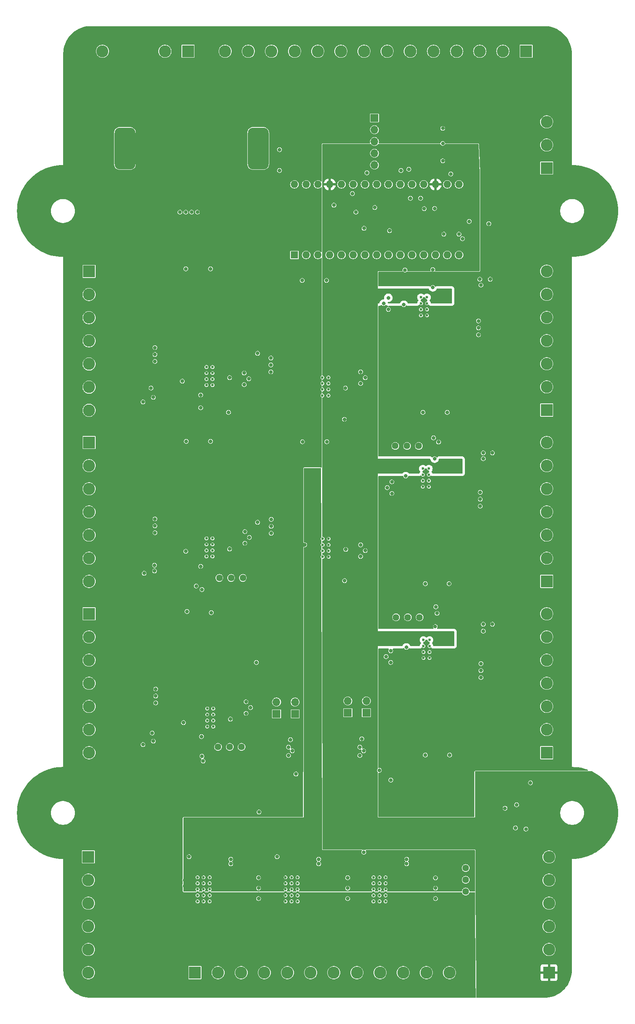
<source format=gbr>
%TF.GenerationSoftware,KiCad,Pcbnew,(7.0.0-0)*%
%TF.CreationDate,2023-04-05T17:09:17+01:00*%
%TF.ProjectId,pipcb,70697063-622e-46b6-9963-61645f706362,rev?*%
%TF.SameCoordinates,Original*%
%TF.FileFunction,Copper,L3,Inr*%
%TF.FilePolarity,Positive*%
%FSLAX46Y46*%
G04 Gerber Fmt 4.6, Leading zero omitted, Abs format (unit mm)*
G04 Created by KiCad (PCBNEW (7.0.0-0)) date 2023-04-05 17:09:17*
%MOMM*%
%LPD*%
G01*
G04 APERTURE LIST*
G04 Aperture macros list*
%AMRoundRect*
0 Rectangle with rounded corners*
0 $1 Rounding radius*
0 $2 $3 $4 $5 $6 $7 $8 $9 X,Y pos of 4 corners*
0 Add a 4 corners polygon primitive as box body*
4,1,4,$2,$3,$4,$5,$6,$7,$8,$9,$2,$3,0*
0 Add four circle primitives for the rounded corners*
1,1,$1+$1,$2,$3*
1,1,$1+$1,$4,$5*
1,1,$1+$1,$6,$7*
1,1,$1+$1,$8,$9*
0 Add four rect primitives between the rounded corners*
20,1,$1+$1,$2,$3,$4,$5,0*
20,1,$1+$1,$4,$5,$6,$7,0*
20,1,$1+$1,$6,$7,$8,$9,0*
20,1,$1+$1,$8,$9,$2,$3,0*%
G04 Aperture macros list end*
%TA.AperFunction,ComponentPad*%
%ADD10C,1.440000*%
%TD*%
%TA.AperFunction,ComponentPad*%
%ADD11C,2.600000*%
%TD*%
%TA.AperFunction,ComponentPad*%
%ADD12R,2.600000X2.600000*%
%TD*%
%TA.AperFunction,ComponentPad*%
%ADD13C,0.600000*%
%TD*%
%TA.AperFunction,ComponentPad*%
%ADD14O,1.700000X1.700000*%
%TD*%
%TA.AperFunction,ComponentPad*%
%ADD15R,1.700000X1.700000*%
%TD*%
%TA.AperFunction,ComponentPad*%
%ADD16RoundRect,1.125000X-1.125000X-3.375000X1.125000X-3.375000X1.125000X3.375000X-1.125000X3.375000X0*%
%TD*%
%TA.AperFunction,ComponentPad*%
%ADD17O,1.600000X1.600000*%
%TD*%
%TA.AperFunction,ComponentPad*%
%ADD18R,1.600000X1.600000*%
%TD*%
%TA.AperFunction,ViaPad*%
%ADD19C,0.800000*%
%TD*%
G04 APERTURE END LIST*
D10*
%TO.N,/power_rails/rail3/FB*%
%TO.C,RV6*%
X33790000Y-79250000D03*
%TO.N,Net-(R56-Pad1)*%
X36330000Y-79250000D03*
%TO.N,unconnected-(RV6-Pad1)*%
X38870000Y-79250000D03*
%TD*%
%TO.N,/power_rails/rail6/FB*%
%TO.C,RV9*%
X77040000Y-87750000D03*
%TO.N,Net-(R60-Pad1)*%
X74500000Y-87750000D03*
%TO.N,unconnected-(RV9-Pad1)*%
X71960000Y-87750000D03*
%TD*%
%TO.N,/power_rails/rail4/FB*%
%TO.C,RV7*%
X76870000Y-50750000D03*
%TO.N,Net-(R54-Pad1)*%
X74330000Y-50750000D03*
%TO.N,unconnected-(RV7-Pad1)*%
X71790000Y-50750000D03*
%TD*%
%TO.N,/power_rails/rail5/FB*%
%TO.C,RV8*%
X33500000Y-115750000D03*
%TO.N,Net-(R58-Pad1)*%
X36040000Y-115750000D03*
%TO.N,unconnected-(RV8-Pad1)*%
X38580000Y-115750000D03*
%TD*%
%TO.N,GND*%
%TO.C,RV1*%
X87000000Y-146980000D03*
X87000000Y-144440000D03*
%TO.N,Net-(R47-Pad2)*%
X87000000Y-141900000D03*
%TD*%
D11*
%TO.N,GND*%
%TO.C,J1*%
X22040000Y34500000D03*
D12*
%TO.N,+VDC*%
X27039999Y34499999D03*
%TD*%
D13*
%TO.N,GND*%
%TO.C,U17*%
X77740000Y-55650000D03*
X77740000Y-56950000D03*
X77740000Y-58250000D03*
X77740000Y-59550000D03*
X79040000Y-55650000D03*
X79040000Y-56950000D03*
X79040000Y-58250000D03*
X79040000Y-59550000D03*
%TD*%
D11*
%TO.N,RAIL4_EN*%
%TO.C,J5*%
X104500000Y-50000000D03*
%TO.N,GND*%
X104500000Y-55000000D03*
%TO.N,RAIL4+*%
X104500000Y-60000000D03*
%TO.N,GND*%
X104500000Y-65000000D03*
%TO.N,RAIL4+*%
X104500000Y-70000000D03*
%TO.N,GND*%
X104500000Y-75000000D03*
D12*
%TO.N,RAIL4+*%
X104499999Y-79999999D03*
%TD*%
D13*
%TO.N,GND*%
%TO.C,U19*%
X77880000Y-92650000D03*
X77880000Y-93950000D03*
X77880000Y-95250000D03*
X77880000Y-96550000D03*
X79180000Y-92650000D03*
X79180000Y-93950000D03*
X79180000Y-95250000D03*
X79180000Y-96550000D03*
%TD*%
D11*
%TO.N,RAIL6_EN*%
%TO.C,J7*%
X104500000Y-87000000D03*
%TO.N,GND*%
X104500000Y-92000000D03*
%TO.N,RAIL6+*%
X104500000Y-97000000D03*
%TO.N,GND*%
X104500000Y-102000000D03*
%TO.N,RAIL6+*%
X104500000Y-107000000D03*
%TO.N,GND*%
X104500000Y-112000000D03*
D12*
%TO.N,RAIL6+*%
X104499999Y-116999999D03*
%TD*%
D11*
%TO.N,GND*%
%TO.C,J10*%
X104500000Y19250000D03*
%TO.N,TEMP_SENSOR*%
X104500000Y14250000D03*
D12*
%TO.N,PS_1*%
X104499999Y9249999D03*
%TD*%
D11*
%TO.N,GND*%
%TO.C,J11*%
X83500000Y-164500000D03*
%TO.N,VALVE3_OUT*%
X78500000Y-164500000D03*
%TO.N,GND*%
X73500000Y-164500000D03*
%TO.N,VALVE3_IN*%
X68500000Y-164500000D03*
%TO.N,GND*%
X63500000Y-164500000D03*
%TO.N,VALVE2_OUT*%
X58500000Y-164500000D03*
%TO.N,GND*%
X53500000Y-164500000D03*
%TO.N,VALVE2_IN*%
X48500000Y-164500000D03*
%TO.N,GND*%
X43500000Y-164500000D03*
%TO.N,VALVE1_OUT*%
X38500000Y-164500000D03*
%TO.N,GND*%
X33500000Y-164500000D03*
D12*
%TO.N,VALVE1_IN*%
X28499999Y-164499999D03*
%TD*%
D13*
%TO.N,GND*%
%TO.C,U16*%
X32300000Y-74600000D03*
X32300000Y-73300000D03*
X32300000Y-72000000D03*
X32300000Y-70700000D03*
X31000000Y-74600000D03*
X31000000Y-73300000D03*
X31000000Y-72000000D03*
X31000000Y-70700000D03*
%TD*%
D11*
%TO.N,LED2_CONTROL*%
%TO.C,J9*%
X5500000Y-164500000D03*
%TO.N,LED2_OUT-*%
X5500000Y-159500000D03*
%TO.N,LED2_OUT+*%
X5500000Y-154500000D03*
%TO.N,LED1_CONTROL*%
X5500000Y-149500000D03*
%TO.N,LED1_OUT-*%
X5500000Y-144500000D03*
D12*
%TO.N,LED1_OUT+*%
X5499999Y-139499999D03*
%TD*%
D11*
%TO.N,RAIL2_EN*%
%TO.C,J3*%
X104500000Y-13000000D03*
%TO.N,GND*%
X104500000Y-18000000D03*
%TO.N,RAIL2+*%
X104500000Y-23000000D03*
%TO.N,GND*%
X104500000Y-28000000D03*
%TO.N,RAIL2+*%
X104500000Y-33000000D03*
%TO.N,GND*%
X104500000Y-38000000D03*
D12*
%TO.N,RAIL2+*%
X104499999Y-42999999D03*
%TD*%
D11*
%TO.N,PELTIER_OUT*%
%TO.C,J13*%
X8540000Y34500000D03*
D12*
%TO.N,+24V*%
X13539999Y34499999D03*
%TD*%
D14*
%TO.N,Net-(JP2-B)*%
%TO.C,JP2*%
X46139999Y-106059999D03*
D15*
%TO.N,LED1_OUT+*%
X46139999Y-108599999D03*
%TD*%
D13*
%TO.N,GND*%
%TO.C,U3*%
X67087500Y-143900000D03*
X67087500Y-145200000D03*
X67087500Y-146500000D03*
X67087500Y-147800000D03*
X67087500Y-149100000D03*
X68387500Y-143900000D03*
X68387500Y-145200000D03*
X68387500Y-146500000D03*
X68387500Y-147800000D03*
X68387500Y-149100000D03*
X69687500Y-143900000D03*
X69687500Y-145200000D03*
X69687500Y-146500000D03*
X69687500Y-147800000D03*
X69687500Y-149100000D03*
%TD*%
%TO.N,GND*%
%TO.C,U21*%
X57340000Y-39850000D03*
X57340000Y-38550000D03*
X57340000Y-37250000D03*
X57340000Y-35950000D03*
X56040000Y-39850000D03*
X56040000Y-38550000D03*
X56040000Y-37250000D03*
X56040000Y-35950000D03*
%TD*%
%TO.N,GND*%
%TO.C,U18*%
X32465000Y-111350000D03*
X32465000Y-110050000D03*
X32465000Y-108750000D03*
X32465000Y-107450000D03*
X31165000Y-111350000D03*
X31165000Y-110050000D03*
X31165000Y-108750000D03*
X31165000Y-107450000D03*
%TD*%
D11*
%TO.N,RAIL1_EN*%
%TO.C,J2*%
X5640000Y-43050000D03*
%TO.N,GND*%
X5640000Y-38050000D03*
%TO.N,RAIL1+*%
X5640000Y-33050000D03*
%TO.N,GND*%
X5640000Y-28050000D03*
%TO.N,RAIL1+*%
X5640000Y-23050000D03*
%TO.N,GND*%
X5640000Y-18050000D03*
D12*
%TO.N,RAIL1+*%
X5639999Y-13049999D03*
%TD*%
D13*
%TO.N,GND*%
%TO.C,U2*%
X48087500Y-143900000D03*
X48087500Y-145200000D03*
X48087500Y-146500000D03*
X48087500Y-147800000D03*
X48087500Y-149100000D03*
X49387500Y-143900000D03*
X49387500Y-145200000D03*
X49387500Y-146500000D03*
X49387500Y-147800000D03*
X49387500Y-149100000D03*
X50687500Y-143900000D03*
X50687500Y-145200000D03*
X50687500Y-146500000D03*
X50687500Y-147800000D03*
X50687500Y-149100000D03*
%TD*%
D11*
%TO.N,RAIL3_EN*%
%TO.C,J4*%
X5640000Y-79999999D03*
%TO.N,GND*%
X5640000Y-74999999D03*
%TO.N,RAIL3+*%
X5640000Y-69999999D03*
%TO.N,GND*%
X5640000Y-64999999D03*
%TO.N,RAIL3+*%
X5640000Y-59999999D03*
%TO.N,GND*%
X5640000Y-54999999D03*
D12*
%TO.N,RAIL3+*%
X5639999Y-49999998D03*
%TD*%
D14*
%TO.N,Net-(JP1-B)*%
%TO.C,JP1*%
X50139999Y-106059999D03*
D15*
%TO.N,LED1_OUT+*%
X50139999Y-108599999D03*
%TD*%
D13*
%TO.N,GND*%
%TO.C,U4*%
X32300000Y-37600000D03*
X32300000Y-36300000D03*
X32300000Y-35000000D03*
X32300000Y-33700000D03*
X31000000Y-37600000D03*
X31000000Y-36300000D03*
X31000000Y-35000000D03*
X31000000Y-33700000D03*
%TD*%
%TO.N,GND*%
%TO.C,U20*%
X57396250Y-74700000D03*
X57396250Y-73400000D03*
X57396250Y-72100000D03*
X57396250Y-70800000D03*
X56096250Y-74700000D03*
X56096250Y-73400000D03*
X56096250Y-72100000D03*
X56096250Y-70800000D03*
%TD*%
D14*
%TO.N,Net-(A1-A5)*%
%TO.C,J14*%
X67289999Y9919999D03*
%TO.N,Net-(A1-A4)*%
X67289999Y12459999D03*
%TO.N,Net-(A1-A3)*%
X67289999Y14999999D03*
%TO.N,Net-(A1-A2)*%
X67289999Y17539999D03*
D15*
%TO.N,Net-(A1-A1)*%
X67289999Y20079999D03*
%TD*%
D13*
%TO.N,GND*%
%TO.C,U15*%
X77340000Y-18650000D03*
X77340000Y-19950000D03*
X77340000Y-21250000D03*
X77340000Y-22550000D03*
X78640000Y-18650000D03*
X78640000Y-19950000D03*
X78640000Y-21250000D03*
X78640000Y-22550000D03*
%TD*%
%TO.N,GND*%
%TO.C,U1*%
X29087500Y-143900000D03*
X29087500Y-145200000D03*
X29087500Y-146500000D03*
X29087500Y-147800000D03*
X29087500Y-149100000D03*
X30387500Y-143900000D03*
X30387500Y-145200000D03*
X30387500Y-146500000D03*
X30387500Y-147800000D03*
X30387500Y-149100000D03*
X31687500Y-143900000D03*
X31687500Y-145200000D03*
X31687500Y-146500000D03*
X31687500Y-147800000D03*
X31687500Y-149100000D03*
%TD*%
D11*
%TO.N,RAIL5_EN*%
%TO.C,J6*%
X5640000Y-117000000D03*
%TO.N,GND*%
X5640000Y-112000000D03*
%TO.N,RAIL5+*%
X5640000Y-107000000D03*
%TO.N,GND*%
X5640000Y-102000000D03*
%TO.N,RAIL5+*%
X5640000Y-97000000D03*
%TO.N,GND*%
X5640000Y-92000000D03*
D12*
%TO.N,RAIL5+*%
X5639999Y-86999999D03*
%TD*%
D14*
%TO.N,Net-(JP4-B)*%
%TO.C,JP4*%
X61540000Y-105822499D03*
D15*
%TO.N,LED2_OUT+*%
X61540000Y-108362499D03*
%TD*%
D16*
%TO.N,Net-(SW1-B)*%
%TO.C,SW1*%
X42190000Y13500000D03*
%TO.N,+VDC*%
X13390000Y13500000D03*
%TD*%
D11*
%TO.N,GND*%
%TO.C,J12*%
X105000000Y-139500000D03*
%TO.N,PS_RAW_OUT*%
X105000000Y-144500000D03*
%TO.N,GND*%
X105000000Y-149500000D03*
%TO.N,PS_TRIGGER*%
X105000000Y-154500000D03*
%TO.N,PS_2*%
X105000000Y-159500000D03*
D12*
%TO.N,PS_1*%
X104999999Y-164499999D03*
%TD*%
D17*
%TO.N,unconnected-(A1-VIN-Pad30)*%
%TO.C,A1*%
X49999999Y5739999D03*
%TO.N,GND*%
X52539999Y5739999D03*
%TO.N,unconnected-(A1-~{RESET}-Pad28)*%
X55079999Y5739999D03*
%TO.N,PS_1*%
X57619999Y5739999D03*
%TO.N,GPIO4*%
X60159999Y5739999D03*
%TO.N,24_V_ADC*%
X62699999Y5739999D03*
%TO.N,Net-(A1-A5)*%
X65239999Y5739999D03*
%TO.N,Net-(A1-A4)*%
X67779999Y5739999D03*
%TO.N,Net-(A1-A3)*%
X70319999Y5739999D03*
%TO.N,Net-(A1-A2)*%
X72859999Y5739999D03*
%TO.N,Net-(A1-A1)*%
X75399999Y5739999D03*
%TO.N,CURRENT_ADC*%
X77939999Y5739999D03*
%TO.N,PS_1*%
X80479999Y5739999D03*
%TO.N,unconnected-(A1-3V3-Pad17)*%
X83019999Y5739999D03*
%TO.N,GPIO3*%
X85559999Y5739999D03*
%TO.N,GPIO2*%
X85559999Y-9499999D03*
%TO.N,GPIO1*%
X83019999Y-9499999D03*
%TO.N,OVERHEAT*%
X80479999Y-9499999D03*
%TO.N,LED_WARNING*%
X77939999Y-9499999D03*
%TO.N,LED_STATUS*%
X75399999Y-9499999D03*
%TO.N,GPIO6*%
X72859999Y-9499999D03*
%TO.N,GPIO5*%
X70319999Y-9499999D03*
%TO.N,FLIPPER_OUT*%
X67779999Y-9499999D03*
%TO.N,FLIPPER_ENABLE*%
X65239999Y-9499999D03*
%TO.N,PELTIER_CONTROL*%
X62699999Y-9499999D03*
%TO.N,TEMP_SENSOR*%
X60159999Y-9499999D03*
%TO.N,GND*%
X57619999Y-9499999D03*
%TO.N,unconnected-(A1-~{RESET}-Pad3)*%
X55079999Y-9499999D03*
%TO.N,unconnected-(A1-D0{slash}RX-Pad2)*%
X52539999Y-9499999D03*
D18*
%TO.N,unconnected-(A1-D1{slash}TX-Pad1)*%
X49999999Y-9499999D03*
%TD*%
D11*
%TO.N,GND*%
%TO.C,J8*%
X35040000Y34500000D03*
X40040000Y34500000D03*
%TO.N,Net-(J8-Pin_12)*%
X45040000Y34500000D03*
%TO.N,GPIO6*%
X50040000Y34500000D03*
%TO.N,GPIO5*%
X55040000Y34500000D03*
%TO.N,GPIO4*%
X60040000Y34500000D03*
%TO.N,GPIO3*%
X65040000Y34500000D03*
%TO.N,GPIO2*%
X70040000Y34500000D03*
%TO.N,GPIO1*%
X75040000Y34500000D03*
%TO.N,GND*%
X80040000Y34500000D03*
%TO.N,Net-(J8-Pin_4)*%
X85040000Y34500000D03*
%TO.N,GND*%
X90040000Y34500000D03*
%TO.N,Net-(J8-Pin_2)*%
X95040000Y34500000D03*
D12*
%TO.N,PS_1*%
X100039999Y34499999D03*
%TD*%
D14*
%TO.N,Net-(JP3-B)*%
%TO.C,JP3*%
X65539999Y-105822499D03*
D15*
%TO.N,LED2_OUT+*%
X65539999Y-108362499D03*
%TD*%
D19*
%TO.N,GPIO5*%
X70540000Y-4250000D03*
%TO.N,PS_1*%
X94250000Y-122250000D03*
X84290000Y-55750000D03*
X93250000Y-125250000D03*
X58040000Y-25250000D03*
X42040000Y-30750000D03*
X56540000Y-25250000D03*
X82000000Y2750000D03*
X41790000Y-97500000D03*
X26040000Y-110500000D03*
X83290000Y-19000000D03*
X42040000Y-67250000D03*
X60000000Y-4874500D03*
X83790000Y-93250000D03*
X58040000Y-26500000D03*
X56540000Y-26500000D03*
X26540000Y-73500000D03*
X57540000Y-43750000D03*
X25790000Y-36750000D03*
%TO.N,+24V*%
X62540000Y20000000D03*
X83040000Y-95250000D03*
X62540000Y18500000D03*
X88750000Y-21250000D03*
X69240000Y-105100000D03*
X20890000Y-35000000D03*
X20890000Y-72000000D03*
X56540000Y20000000D03*
X92000000Y-1250000D03*
X59540000Y18500000D03*
X27140000Y-35000000D03*
X90400000Y-58250000D03*
X52236250Y-72100000D03*
X26981303Y-108357321D03*
X61040000Y17000000D03*
X89150000Y-58250000D03*
X42540000Y-102600000D03*
X61040000Y18500000D03*
X58040000Y17000000D03*
X58040000Y15500000D03*
X62540000Y17000000D03*
X59540000Y15500000D03*
X69240000Y-101800000D03*
X19640000Y-35000000D03*
X55040000Y18500000D03*
X19805000Y-108750000D03*
X44736250Y-72100000D03*
X58040000Y18500000D03*
X90540000Y-95250000D03*
X89290000Y-95250000D03*
X19640000Y-72000000D03*
X82500000Y-21250000D03*
X59540000Y20000000D03*
X42540000Y-106000000D03*
X56540000Y18500000D03*
X53540000Y20000000D03*
X45930000Y-37250000D03*
X42540000Y-104200000D03*
X27140000Y-72000000D03*
X70140000Y-106700000D03*
X52180000Y-37250000D03*
X55040000Y17000000D03*
X45986250Y-72100000D03*
X59540000Y17000000D03*
X61040000Y20000000D03*
X61040000Y15500000D03*
X62540000Y15500000D03*
X21055000Y-108750000D03*
X82900000Y-58250000D03*
X44680000Y-37250000D03*
X42540000Y-100800000D03*
X69240000Y-103500000D03*
X58040000Y20000000D03*
X90000000Y-21250000D03*
X43340000Y-99200000D03*
X53540000Y18500000D03*
X56540000Y17000000D03*
X55040000Y20000000D03*
%TO.N,GPIO4*%
X65663502Y8250000D03*
%TO.N,GPIO3*%
X83790000Y8000000D03*
%TO.N,24_V_ADC*%
X78040000Y500000D03*
X80264333Y538931D03*
X87750000Y-2250000D03*
%TO.N,CURRENT_ADC*%
X62540000Y3750000D03*
X75040000Y2750000D03*
%TO.N,PELTIER_CONTROL*%
X74725500Y9000000D03*
X67379500Y750000D03*
X63290000Y-250000D03*
X73026999Y8750000D03*
%TO.N,GND*%
X49540000Y-116600000D03*
X39140000Y-37500000D03*
X80500000Y-148500000D03*
X27790000Y-250000D03*
X40290000Y-70500000D03*
X19890000Y-32500000D03*
X46790000Y8750000D03*
X65000000Y-138500000D03*
X64140000Y-117600000D03*
X44930000Y-34750000D03*
X90040000Y-14750000D03*
X19890000Y-29500000D03*
X90150000Y-62250000D03*
X61500000Y-146250000D03*
X39290000Y-69250000D03*
X36250000Y-140000000D03*
X32040000Y-86750000D03*
X19540000Y-114500000D03*
X69790000Y-96250000D03*
X36250000Y-141000000D03*
X70040000Y-59750000D03*
X82040000Y17833334D03*
X31890000Y-12500000D03*
X56986250Y-49850000D03*
X80500000Y-146250000D03*
X39290000Y-71750000D03*
X74250000Y-140000000D03*
X40540000Y-107250000D03*
X20055000Y-106250000D03*
X44986250Y-69600000D03*
X64290000Y-37250000D03*
X44986250Y-68100000D03*
X100000000Y-133500000D03*
X61500000Y-148500000D03*
X82040000Y14583334D03*
X42250000Y-144000000D03*
X42250000Y-148500000D03*
X83540000Y-117500000D03*
X51736250Y-49850000D03*
X39540000Y-108500000D03*
X71040000Y-58500000D03*
X46250000Y-139449500D03*
X48740000Y-117600000D03*
X89750000Y-25250000D03*
X19890000Y-69500000D03*
X31890000Y-49750000D03*
X19790000Y-77750000D03*
X101000000Y-123500000D03*
X69290000Y-20000000D03*
X90790000Y-52250000D03*
X71040000Y-61000000D03*
X74250000Y-141000000D03*
X64290000Y-74600000D03*
X56930000Y-15000000D03*
X58540000Y1250000D03*
X70290000Y-21250000D03*
X19890000Y-66500000D03*
X77250000Y2750000D03*
X20055000Y-103250000D03*
X55250000Y-140000000D03*
X61500000Y-144000000D03*
X64540000Y-114000000D03*
X89750000Y-26750000D03*
X78290000Y-117500000D03*
X64140000Y-115800000D03*
X89750000Y-23750000D03*
X64940000Y-116600000D03*
X90290000Y-99250000D03*
X83400000Y-80500000D03*
X92000000Y-2750000D03*
X70790000Y-97500000D03*
X51680000Y-15000000D03*
X46790000Y13250000D03*
X42250000Y-146250000D03*
X26540000Y-250000D03*
X27250000Y-139449500D03*
X64290000Y-34750000D03*
X90790000Y-89250000D03*
X97750000Y-133250000D03*
X26540000Y-12500000D03*
X26640000Y-49750000D03*
X70790000Y-95000000D03*
X44930000Y-31750000D03*
X19890000Y-68000000D03*
X48740000Y-115800000D03*
X55250000Y-141000000D03*
X44986250Y-66600000D03*
X29040000Y-250000D03*
X78290000Y-80500000D03*
X65290000Y-73350000D03*
X49140000Y-114200000D03*
X80472536Y-144027464D03*
X77750000Y-43500000D03*
X26805000Y-86500000D03*
X90150000Y-60750000D03*
X90290000Y-100750000D03*
X90290000Y-97750000D03*
X19540000Y-40250000D03*
X19890000Y-31000000D03*
X25290000Y-250000D03*
X44930000Y-33250000D03*
X39540000Y-106000000D03*
X90150000Y-63750000D03*
X39140000Y-35000000D03*
X65290000Y-36000000D03*
X20055000Y-104750000D03*
X40140000Y-36250000D03*
X70290000Y-18750000D03*
X82040000Y10833334D03*
X64290000Y-72100000D03*
X83000000Y-43500000D03*
%TO.N,VALVE_12V*%
X26750000Y-143000000D03*
X55040000Y-78600000D03*
X26250000Y-144500000D03*
X26250000Y-145750000D03*
X46000000Y-143000000D03*
X45000000Y-144500000D03*
X53040000Y-62600000D03*
X64000000Y-144500000D03*
X54790000Y-62600000D03*
X64000000Y-145750000D03*
X53040000Y-61100000D03*
X45000000Y-145750000D03*
X54790000Y-61100000D03*
X65000000Y-142750000D03*
%TO.N,Net-(D1-K)*%
X29750000Y-39750000D03*
X29750000Y-42500000D03*
%TO.N,PS_RAW_OUT*%
X95500000Y-129000000D03*
X98000000Y-128250000D03*
%TO.N,Net-(J8-Pin_2)*%
X65040000Y-3750000D03*
X86290000Y-6000000D03*
%TO.N,LED1_CONTROL*%
X50340000Y-121600000D03*
X42340000Y-129800000D03*
%TO.N,LED2_CONTROL*%
X68340000Y-120800000D03*
X70840000Y-122900000D03*
%TO.N,Net-(J8-Pin_4)*%
X85540000Y-5000000D03*
X82290000Y-5000000D03*
%TO.N,RAIL2_EN*%
X92290000Y-14750000D03*
X90290000Y-16000000D03*
%TO.N,RAIL3_EN*%
X17540000Y-78250000D03*
X19790000Y-76500000D03*
%TO.N,RAIL4_EN*%
X90790000Y-53500000D03*
X92790000Y-52250000D03*
%TO.N,RAIL5_EN*%
X17290000Y-115250000D03*
X19290000Y-112750000D03*
%TO.N,RAIL6_EN*%
X90790000Y-90750000D03*
X92790000Y-89250000D03*
%TO.N,Net-(D1-A)*%
X35750000Y-43500000D03*
X36000000Y-36000000D03*
%TO.N,Net-(D9-A)*%
X73640000Y-20250000D03*
X73890000Y-12750000D03*
%TO.N,Net-(D10-A)*%
X30040000Y-81750000D03*
X36000000Y-73000000D03*
%TO.N,Net-(D11-A)*%
X74040000Y-57250000D03*
X80040000Y-49000000D03*
%TO.N,Net-(D12-A)*%
X30290000Y-118787500D03*
X36165000Y-109750000D03*
%TO.N,Net-(D13-A)*%
X74180000Y-94250000D03*
X80540000Y-85500000D03*
%TO.N,Net-(D14-A)*%
X61096250Y-73100000D03*
X60846250Y-79850000D03*
%TO.N,Net-(D15-A)*%
X60790000Y-45000000D03*
X61040000Y-38250000D03*
%TO.N,Net-(D9-K)*%
X79890000Y-12650500D03*
X79890000Y-16500000D03*
%TO.N,Net-(D10-K)*%
X29750000Y-76750000D03*
X28790000Y-81000000D03*
%TO.N,Net-(D11-K)*%
X81135042Y-49900500D03*
X80290000Y-53500000D03*
%TO.N,Net-(D12-K)*%
X29915000Y-113500000D03*
X30040000Y-117750000D03*
%TO.N,Net-(D13-K)*%
X80430000Y-89750000D03*
X80813081Y-86900500D03*
%TO.N,RAIL1_EN*%
X19040000Y-38250000D03*
X17290000Y-41250000D03*
%TD*%
%TA.AperFunction,Conductor*%
%TO.N,PS_1*%
G36*
X84478000Y-90766613D02*
G01*
X84523387Y-90812000D01*
X84540000Y-90874000D01*
X84540000Y-93876000D01*
X84523387Y-93938000D01*
X84478000Y-93983387D01*
X84416000Y-94000000D01*
X80110063Y-94000000D01*
X80052122Y-93985630D01*
X80007610Y-93945852D01*
X79986843Y-93889884D01*
X79973997Y-93775876D01*
X79973217Y-93768953D01*
X79913043Y-93596985D01*
X79816111Y-93442719D01*
X79761073Y-93387681D01*
X79728979Y-93332094D01*
X79728979Y-93267906D01*
X79761073Y-93212319D01*
X79761073Y-93212318D01*
X79816111Y-93157281D01*
X79913043Y-93003015D01*
X79973217Y-92831047D01*
X79993616Y-92650000D01*
X79973217Y-92468953D01*
X79913043Y-92296985D01*
X79816111Y-92142719D01*
X79687281Y-92013889D01*
X79533015Y-91916957D01*
X79526449Y-91914659D01*
X79526446Y-91914658D01*
X79367621Y-91859083D01*
X79367618Y-91859082D01*
X79361047Y-91856783D01*
X79354130Y-91856003D01*
X79354123Y-91856002D01*
X79186923Y-91837164D01*
X79180000Y-91836384D01*
X79173077Y-91837164D01*
X79005876Y-91856002D01*
X79005867Y-91856003D01*
X78998953Y-91856783D01*
X78992383Y-91859081D01*
X78992378Y-91859083D01*
X78833553Y-91914658D01*
X78833547Y-91914660D01*
X78826985Y-91916957D01*
X78821097Y-91920656D01*
X78821092Y-91920659D01*
X78678619Y-92010181D01*
X78678614Y-92010184D01*
X78672719Y-92013889D01*
X78667794Y-92018813D01*
X78667790Y-92018817D01*
X78617681Y-92068927D01*
X78562094Y-92101021D01*
X78497906Y-92101021D01*
X78442319Y-92068927D01*
X78392209Y-92018817D01*
X78387281Y-92013889D01*
X78233015Y-91916957D01*
X78226449Y-91914659D01*
X78226446Y-91914658D01*
X78067621Y-91859083D01*
X78067618Y-91859082D01*
X78061047Y-91856783D01*
X78054130Y-91856003D01*
X78054123Y-91856002D01*
X77886923Y-91837164D01*
X77880000Y-91836384D01*
X77873077Y-91837164D01*
X77705876Y-91856002D01*
X77705867Y-91856003D01*
X77698953Y-91856783D01*
X77692383Y-91859081D01*
X77692378Y-91859083D01*
X77533553Y-91914658D01*
X77533547Y-91914660D01*
X77526985Y-91916957D01*
X77521097Y-91920656D01*
X77521092Y-91920659D01*
X77378619Y-92010181D01*
X77378614Y-92010184D01*
X77372719Y-92013889D01*
X77367794Y-92018813D01*
X77367790Y-92018817D01*
X77248817Y-92137790D01*
X77248813Y-92137794D01*
X77243889Y-92142719D01*
X77240184Y-92148614D01*
X77240181Y-92148619D01*
X77150659Y-92291092D01*
X77150656Y-92291097D01*
X77146957Y-92296985D01*
X77144660Y-92303547D01*
X77144658Y-92303553D01*
X77089083Y-92462378D01*
X77089081Y-92462383D01*
X77086783Y-92468953D01*
X77086003Y-92475867D01*
X77086002Y-92475876D01*
X77067164Y-92643077D01*
X77066384Y-92650000D01*
X77067164Y-92656923D01*
X77086002Y-92824123D01*
X77086003Y-92824130D01*
X77086783Y-92831047D01*
X77146957Y-93003015D01*
X77243889Y-93157281D01*
X77248817Y-93162209D01*
X77298927Y-93212319D01*
X77331021Y-93267906D01*
X77331021Y-93332094D01*
X77298927Y-93387681D01*
X77248817Y-93437790D01*
X77248813Y-93437794D01*
X77243889Y-93442719D01*
X77240184Y-93448614D01*
X77240181Y-93448619D01*
X77150659Y-93591092D01*
X77150656Y-93591097D01*
X77146957Y-93596985D01*
X77144660Y-93603547D01*
X77144658Y-93603553D01*
X77089083Y-93762378D01*
X77089081Y-93762383D01*
X77086783Y-93768953D01*
X77086003Y-93775867D01*
X77086002Y-93775876D01*
X77073157Y-93889884D01*
X77052390Y-93945852D01*
X77007878Y-93985630D01*
X76949937Y-94000000D01*
X75144114Y-94000000D01*
X75093678Y-93989280D01*
X75051964Y-93958972D01*
X75026183Y-93914318D01*
X75016534Y-93884622D01*
X75014527Y-93878444D01*
X74919040Y-93713056D01*
X74791253Y-93571134D01*
X74786003Y-93567319D01*
X74785999Y-93567316D01*
X74642006Y-93462699D01*
X74642004Y-93462697D01*
X74636752Y-93458882D01*
X74630821Y-93456241D01*
X74630817Y-93456239D01*
X74468226Y-93383849D01*
X74468219Y-93383846D01*
X74462288Y-93381206D01*
X74455935Y-93379855D01*
X74455927Y-93379853D01*
X74281849Y-93342852D01*
X74281846Y-93342851D01*
X74275487Y-93341500D01*
X74084513Y-93341500D01*
X74078154Y-93342851D01*
X74078150Y-93342852D01*
X73904072Y-93379853D01*
X73904061Y-93379856D01*
X73897712Y-93381206D01*
X73891782Y-93383845D01*
X73891773Y-93383849D01*
X73729182Y-93456239D01*
X73729174Y-93456243D01*
X73723248Y-93458882D01*
X73717999Y-93462695D01*
X73717993Y-93462699D01*
X73574000Y-93567316D01*
X73573991Y-93567323D01*
X73568747Y-93571134D01*
X73564403Y-93575957D01*
X73564400Y-93575961D01*
X73445307Y-93708228D01*
X73440960Y-93713056D01*
X73437714Y-93718676D01*
X73437711Y-93718682D01*
X73348721Y-93872817D01*
X73348718Y-93872822D01*
X73345473Y-93878444D01*
X73343467Y-93884616D01*
X73343465Y-93884622D01*
X73333817Y-93914318D01*
X73308036Y-93958972D01*
X73266322Y-93989280D01*
X73215886Y-94000000D01*
X64790000Y-94000000D01*
X64790000Y-90750000D01*
X68000000Y-90750000D01*
X68016326Y-90750000D01*
X84416000Y-90750000D01*
X84478000Y-90766613D01*
G37*
%TD.AperFunction*%
%TD*%
%TA.AperFunction,Conductor*%
%TO.N,PS_1*%
G36*
X79323061Y-53514515D02*
G01*
X79367647Y-53554661D01*
X79388166Y-53611037D01*
X79396458Y-53689928D01*
X79398463Y-53696100D01*
X79398465Y-53696107D01*
X79453465Y-53865377D01*
X79455473Y-53871556D01*
X79550960Y-54036944D01*
X79678747Y-54178866D01*
X79683997Y-54182680D01*
X79684000Y-54182683D01*
X79826863Y-54286479D01*
X79833248Y-54291118D01*
X80007712Y-54368794D01*
X80014070Y-54370145D01*
X80014072Y-54370146D01*
X80050874Y-54377968D01*
X80194513Y-54408500D01*
X80378984Y-54408500D01*
X80385487Y-54408500D01*
X80572288Y-54368794D01*
X80746752Y-54291118D01*
X80901253Y-54178866D01*
X81029040Y-54036944D01*
X81124527Y-53871556D01*
X81183542Y-53689928D01*
X81191833Y-53611037D01*
X81212353Y-53554661D01*
X81256939Y-53514515D01*
X81315154Y-53500000D01*
X86166000Y-53500000D01*
X86228000Y-53516613D01*
X86273387Y-53562000D01*
X86290000Y-53624000D01*
X86290000Y-56626000D01*
X86273387Y-56688000D01*
X86228000Y-56733387D01*
X86166000Y-56750000D01*
X79914568Y-56750000D01*
X79864981Y-56739654D01*
X79823669Y-56710341D01*
X79797526Y-56666954D01*
X79775341Y-56603553D01*
X79773043Y-56596985D01*
X79676111Y-56442719D01*
X79621073Y-56387681D01*
X79588979Y-56332094D01*
X79588979Y-56267906D01*
X79621073Y-56212319D01*
X79621073Y-56212318D01*
X79676111Y-56157281D01*
X79773043Y-56003015D01*
X79833217Y-55831047D01*
X79853616Y-55650000D01*
X79833217Y-55468953D01*
X79773043Y-55296985D01*
X79676111Y-55142719D01*
X79547281Y-55013889D01*
X79393015Y-54916957D01*
X79386449Y-54914659D01*
X79386446Y-54914658D01*
X79227621Y-54859083D01*
X79227618Y-54859082D01*
X79221047Y-54856783D01*
X79214130Y-54856003D01*
X79214123Y-54856002D01*
X79046923Y-54837164D01*
X79040000Y-54836384D01*
X79033077Y-54837164D01*
X78865876Y-54856002D01*
X78865867Y-54856003D01*
X78858953Y-54856783D01*
X78852383Y-54859081D01*
X78852378Y-54859083D01*
X78693553Y-54914658D01*
X78693547Y-54914660D01*
X78686985Y-54916957D01*
X78681097Y-54920656D01*
X78681092Y-54920659D01*
X78538619Y-55010181D01*
X78538614Y-55010184D01*
X78532719Y-55013889D01*
X78527794Y-55018813D01*
X78527790Y-55018817D01*
X78477681Y-55068927D01*
X78422094Y-55101021D01*
X78357906Y-55101021D01*
X78302319Y-55068927D01*
X78252209Y-55018817D01*
X78252208Y-55018816D01*
X78247281Y-55013889D01*
X78093015Y-54916957D01*
X78086449Y-54914659D01*
X78086446Y-54914658D01*
X77927621Y-54859083D01*
X77927618Y-54859082D01*
X77921047Y-54856783D01*
X77914130Y-54856003D01*
X77914123Y-54856002D01*
X77746923Y-54837164D01*
X77740000Y-54836384D01*
X77733077Y-54837164D01*
X77565876Y-54856002D01*
X77565867Y-54856003D01*
X77558953Y-54856783D01*
X77552383Y-54859081D01*
X77552378Y-54859083D01*
X77393553Y-54914658D01*
X77393547Y-54914660D01*
X77386985Y-54916957D01*
X77381097Y-54920656D01*
X77381092Y-54920659D01*
X77238619Y-55010181D01*
X77238614Y-55010184D01*
X77232719Y-55013889D01*
X77227794Y-55018813D01*
X77227790Y-55018817D01*
X77108817Y-55137790D01*
X77108813Y-55137794D01*
X77103889Y-55142719D01*
X77100184Y-55148614D01*
X77100181Y-55148619D01*
X77010659Y-55291092D01*
X77010656Y-55291097D01*
X77006957Y-55296985D01*
X77004660Y-55303547D01*
X77004658Y-55303553D01*
X76949083Y-55462378D01*
X76949081Y-55462383D01*
X76946783Y-55468953D01*
X76946003Y-55475867D01*
X76946002Y-55475876D01*
X76927164Y-55643077D01*
X76926384Y-55650000D01*
X76927164Y-55656923D01*
X76946002Y-55824123D01*
X76946003Y-55824130D01*
X76946783Y-55831047D01*
X77006957Y-56003015D01*
X77103889Y-56157281D01*
X77108816Y-56162208D01*
X77108817Y-56162209D01*
X77158927Y-56212319D01*
X77191021Y-56267906D01*
X77191021Y-56332094D01*
X77158927Y-56387681D01*
X77108817Y-56437790D01*
X77108813Y-56437794D01*
X77103889Y-56442719D01*
X77100184Y-56448614D01*
X77100181Y-56448619D01*
X77010659Y-56591092D01*
X77010656Y-56591097D01*
X77006957Y-56596985D01*
X77004660Y-56603547D01*
X77004658Y-56603553D01*
X76982474Y-56666954D01*
X76956331Y-56710341D01*
X76915019Y-56739654D01*
X76865432Y-56750000D01*
X74867513Y-56750000D01*
X74817078Y-56739280D01*
X74775363Y-56708972D01*
X74715414Y-56642393D01*
X74651253Y-56571134D01*
X74646003Y-56567319D01*
X74645999Y-56567316D01*
X74502006Y-56462699D01*
X74502004Y-56462697D01*
X74496752Y-56458882D01*
X74490821Y-56456241D01*
X74490817Y-56456239D01*
X74328226Y-56383849D01*
X74328219Y-56383846D01*
X74322288Y-56381206D01*
X74315935Y-56379855D01*
X74315927Y-56379853D01*
X74141849Y-56342852D01*
X74141846Y-56342851D01*
X74135487Y-56341500D01*
X73944513Y-56341500D01*
X73938154Y-56342851D01*
X73938150Y-56342852D01*
X73764072Y-56379853D01*
X73764061Y-56379856D01*
X73757712Y-56381206D01*
X73751782Y-56383845D01*
X73751773Y-56383849D01*
X73589182Y-56456239D01*
X73589174Y-56456243D01*
X73583248Y-56458882D01*
X73577999Y-56462695D01*
X73577993Y-56462699D01*
X73434000Y-56567316D01*
X73433991Y-56567323D01*
X73428747Y-56571134D01*
X73424403Y-56575957D01*
X73424400Y-56575961D01*
X73304637Y-56708972D01*
X73262922Y-56739280D01*
X73212487Y-56750000D01*
X66540000Y-56750000D01*
X66540000Y-53500000D01*
X68000000Y-53500000D01*
X68016326Y-53500000D01*
X79264846Y-53500000D01*
X79323061Y-53514515D01*
G37*
%TD.AperFunction*%
%TD*%
%TA.AperFunction,Conductor*%
%TO.N,+24V*%
G36*
X104002469Y39924403D02*
G01*
X104459881Y39906431D01*
X104469744Y39905655D01*
X104921885Y39852141D01*
X104931656Y39850593D01*
X105378193Y39761771D01*
X105387814Y39759461D01*
X105826004Y39635878D01*
X105835413Y39632821D01*
X106262564Y39475237D01*
X106271704Y39471451D01*
X106685166Y39280842D01*
X106693981Y39276351D01*
X107091227Y39053883D01*
X107099663Y39048713D01*
X107478215Y38795772D01*
X107486219Y38789957D01*
X107843765Y38508091D01*
X107851288Y38501666D01*
X108185618Y38192614D01*
X108192614Y38185618D01*
X108501666Y37851288D01*
X108508091Y37843765D01*
X108789957Y37486219D01*
X108795772Y37478215D01*
X109048713Y37099663D01*
X109053883Y37091227D01*
X109276351Y36693981D01*
X109280842Y36685166D01*
X109471451Y36271704D01*
X109475237Y36262564D01*
X109632821Y35835413D01*
X109635878Y35826004D01*
X109759461Y35387814D01*
X109761771Y35378193D01*
X109850593Y34931656D01*
X109852141Y34921885D01*
X109905655Y34469744D01*
X109906431Y34459881D01*
X109924403Y34002469D01*
X109924500Y33997522D01*
X109924500Y10024528D01*
X109923194Y10007939D01*
X109920615Y10000000D01*
X109923679Y9990567D01*
X109923680Y9990566D01*
X109924500Y9988043D01*
X109924100Y9987913D01*
X109924307Y9986603D01*
X109924505Y9986675D01*
X109927862Y9977446D01*
X109929281Y9973322D01*
X109933193Y9961283D01*
X109933196Y9961277D01*
X109935776Y9953339D01*
X109936947Y9952487D01*
X109938452Y9948355D01*
X109947993Y9942845D01*
X109947997Y9942843D01*
X109953110Y9939891D01*
X109964151Y9932721D01*
X109967443Y9930329D01*
X109967450Y9930324D01*
X109975469Y9924500D01*
X109978882Y9924500D01*
X109979589Y9924140D01*
X109981047Y9923763D01*
X109986048Y9920876D01*
X109996902Y9922789D01*
X110002916Y9922789D01*
X110018613Y9923914D01*
X110619206Y9905040D01*
X110627106Y9904543D01*
X111239926Y9846614D01*
X111247779Y9845622D01*
X111855752Y9749329D01*
X111863527Y9747846D01*
X112464265Y9613566D01*
X112471932Y9611597D01*
X113063036Y9439864D01*
X113070564Y9437418D01*
X113649725Y9228908D01*
X113657085Y9225994D01*
X114222010Y8981529D01*
X114229172Y8978159D01*
X114777647Y8698697D01*
X114784583Y8694883D01*
X115314403Y8381548D01*
X115321086Y8377307D01*
X115830191Y8031320D01*
X115836595Y8026668D01*
X116322989Y7649382D01*
X116329088Y7644336D01*
X116790823Y7237262D01*
X116796593Y7231843D01*
X117231843Y6796593D01*
X117237262Y6790823D01*
X117644336Y6329088D01*
X117649382Y6322989D01*
X118026668Y5836595D01*
X118031320Y5830191D01*
X118377307Y5321086D01*
X118381548Y5314403D01*
X118694883Y4784583D01*
X118698697Y4777647D01*
X118978159Y4229172D01*
X118981529Y4222010D01*
X119225994Y3657085D01*
X119228908Y3649725D01*
X119437418Y3070564D01*
X119439864Y3063036D01*
X119611597Y2471932D01*
X119613566Y2464265D01*
X119747846Y1863527D01*
X119749329Y1855752D01*
X119845622Y1247779D01*
X119846614Y1239926D01*
X119904543Y627106D01*
X119905040Y619206D01*
X119924375Y3958D01*
X119924375Y-3958D01*
X119905040Y-619206D01*
X119904543Y-627106D01*
X119846614Y-1239926D01*
X119845622Y-1247779D01*
X119749329Y-1855752D01*
X119747846Y-1863527D01*
X119613566Y-2464265D01*
X119611597Y-2471932D01*
X119439864Y-3063036D01*
X119437418Y-3070564D01*
X119228908Y-3649725D01*
X119225994Y-3657085D01*
X118981529Y-4222010D01*
X118978159Y-4229172D01*
X118698697Y-4777647D01*
X118694883Y-4784583D01*
X118381548Y-5314403D01*
X118377307Y-5321086D01*
X118031320Y-5830191D01*
X118026668Y-5836595D01*
X117649382Y-6322989D01*
X117644336Y-6329088D01*
X117237262Y-6790823D01*
X117231843Y-6796593D01*
X116796593Y-7231843D01*
X116790823Y-7237262D01*
X116329088Y-7644336D01*
X116322989Y-7649382D01*
X115836595Y-8026668D01*
X115830191Y-8031320D01*
X115321086Y-8377307D01*
X115314403Y-8381548D01*
X114784583Y-8694883D01*
X114777647Y-8698697D01*
X114229172Y-8978159D01*
X114222010Y-8981529D01*
X113657085Y-9225994D01*
X113649725Y-9228908D01*
X113070564Y-9437418D01*
X113063036Y-9439864D01*
X112471932Y-9611597D01*
X112464265Y-9613566D01*
X111863527Y-9747846D01*
X111855752Y-9749329D01*
X111247779Y-9845622D01*
X111239926Y-9846614D01*
X110627106Y-9904543D01*
X110619206Y-9905040D01*
X110041108Y-9923207D01*
X110035832Y-9922363D01*
X110035832Y-9922791D01*
X110017267Y-9922790D01*
X110013952Y-9920876D01*
X110003096Y-9922790D01*
X110001920Y-9922790D01*
X109989091Y-9923912D01*
X109985378Y-9924500D01*
X109975469Y-9924500D01*
X109970341Y-9928224D01*
X109969025Y-9928797D01*
X109959828Y-9930419D01*
X109952743Y-9938861D01*
X109950715Y-9940563D01*
X109950411Y-9940896D01*
X109943794Y-9947512D01*
X109935776Y-9953339D01*
X109933190Y-9961292D01*
X109931582Y-9964078D01*
X109924500Y-9972520D01*
X109924500Y-9983539D01*
X109923352Y-9990049D01*
X109923193Y-9992062D01*
X109920615Y-10000000D01*
X109923194Y-10007939D01*
X109924500Y-10024528D01*
X109924500Y-119975472D01*
X109923194Y-119992060D01*
X109920615Y-120000000D01*
X109923680Y-120009433D01*
X109924500Y-120011957D01*
X109924100Y-120012086D01*
X109924306Y-120013389D01*
X109924502Y-120013318D01*
X109927853Y-120022528D01*
X109929278Y-120026666D01*
X109929326Y-120026813D01*
X109935776Y-120046661D01*
X109936947Y-120047512D01*
X109938452Y-120051645D01*
X109947995Y-120057155D01*
X109947997Y-120057156D01*
X109953106Y-120060106D01*
X109964162Y-120067285D01*
X109975469Y-120075500D01*
X109978888Y-120075500D01*
X109979589Y-120075857D01*
X109981039Y-120076232D01*
X109986048Y-120079124D01*
X109996903Y-120077210D01*
X110002923Y-120077210D01*
X110018607Y-120076084D01*
X110619224Y-120094960D01*
X110627089Y-120095454D01*
X111239931Y-120153385D01*
X111247775Y-120154376D01*
X111855754Y-120250670D01*
X111863525Y-120252152D01*
X112464284Y-120386437D01*
X112471913Y-120388397D01*
X112975929Y-120534828D01*
X113063036Y-120560135D01*
X113070564Y-120562581D01*
X113313239Y-120649949D01*
X113369630Y-120690650D01*
X113395840Y-120755067D01*
X113383883Y-120823577D01*
X113337402Y-120875307D01*
X113270558Y-120894500D01*
X89126000Y-120894500D01*
X89121929Y-120895035D01*
X89121913Y-120895037D01*
X89102786Y-120897556D01*
X89102782Y-120897556D01*
X89098694Y-120898095D01*
X89094717Y-120899160D01*
X89094710Y-120899162D01*
X89043670Y-120912838D01*
X89043664Y-120912840D01*
X89035694Y-120914976D01*
X89028544Y-120919103D01*
X89028539Y-120919106D01*
X88995550Y-120938152D01*
X88995544Y-120938155D01*
X88988400Y-120942281D01*
X88982564Y-120948116D01*
X88982560Y-120948120D01*
X88948120Y-120982560D01*
X88948116Y-120982564D01*
X88942281Y-120988400D01*
X88938155Y-120995544D01*
X88938152Y-120995550D01*
X88919106Y-121028539D01*
X88919103Y-121028544D01*
X88914976Y-121035694D01*
X88912840Y-121043664D01*
X88912838Y-121043670D01*
X88899162Y-121094710D01*
X88899160Y-121094717D01*
X88898095Y-121098694D01*
X88897556Y-121102782D01*
X88897556Y-121102786D01*
X88895037Y-121121913D01*
X88895035Y-121121929D01*
X88894500Y-121126000D01*
X88894500Y-121130122D01*
X88894500Y-130768500D01*
X88877619Y-130831500D01*
X88831500Y-130877619D01*
X88768500Y-130894500D01*
X68231500Y-130894500D01*
X68168500Y-130877619D01*
X68122381Y-130831500D01*
X68105500Y-130768500D01*
X68105500Y-122900000D01*
X70334353Y-122900000D01*
X70335635Y-122908917D01*
X70353552Y-123033540D01*
X70353553Y-123033546D01*
X70354835Y-123042457D01*
X70414623Y-123173373D01*
X70508872Y-123282143D01*
X70629947Y-123359953D01*
X70768039Y-123400500D01*
X70902952Y-123400500D01*
X70911961Y-123400500D01*
X71050053Y-123359953D01*
X71171128Y-123282143D01*
X71265377Y-123173373D01*
X71325165Y-123042457D01*
X71345647Y-122900000D01*
X71325165Y-122757543D01*
X71265377Y-122626627D01*
X71171128Y-122517857D01*
X71050053Y-122440047D01*
X70911961Y-122399500D01*
X70768039Y-122399500D01*
X70759396Y-122402037D01*
X70759394Y-122402038D01*
X70638593Y-122437508D01*
X70638590Y-122437508D01*
X70629947Y-122440047D01*
X70622368Y-122444917D01*
X70622367Y-122444918D01*
X70516452Y-122512985D01*
X70516449Y-122512987D01*
X70508872Y-122517857D01*
X70502974Y-122524663D01*
X70502970Y-122524667D01*
X70420526Y-122619814D01*
X70414623Y-122626627D01*
X70410879Y-122634824D01*
X70410877Y-122634828D01*
X70358578Y-122749346D01*
X70354835Y-122757543D01*
X70353554Y-122766451D01*
X70353552Y-122766459D01*
X70335635Y-122891083D01*
X70334353Y-122900000D01*
X68105500Y-122900000D01*
X68105500Y-121421090D01*
X68118832Y-121364682D01*
X68156006Y-121320211D01*
X68209156Y-121297087D01*
X68250097Y-121299291D01*
X68250473Y-121296679D01*
X68259394Y-121297961D01*
X68268039Y-121300500D01*
X68402952Y-121300500D01*
X68411961Y-121300500D01*
X68550053Y-121259953D01*
X68671128Y-121182143D01*
X68765377Y-121073373D01*
X68825165Y-120942457D01*
X68845647Y-120800000D01*
X68825165Y-120657543D01*
X68765377Y-120526627D01*
X68671128Y-120417857D01*
X68550053Y-120340047D01*
X68429082Y-120304527D01*
X68420605Y-120302038D01*
X68420604Y-120302037D01*
X68411961Y-120299500D01*
X68268039Y-120299500D01*
X68259394Y-120302038D01*
X68250473Y-120303321D01*
X68250097Y-120300708D01*
X68209156Y-120302913D01*
X68156006Y-120279789D01*
X68118832Y-120235318D01*
X68105500Y-120178910D01*
X68105500Y-118303705D01*
X103099500Y-118303705D01*
X103099501Y-118303712D01*
X103099501Y-118309898D01*
X103100707Y-118315964D01*
X103100708Y-118315970D01*
X103102506Y-118325008D01*
X103105331Y-118339213D01*
X103127543Y-118372457D01*
X103160787Y-118394669D01*
X103190101Y-118400500D01*
X105809898Y-118400499D01*
X105839213Y-118394669D01*
X105872457Y-118372457D01*
X105894669Y-118339213D01*
X105900500Y-118309899D01*
X105900499Y-115690102D01*
X105894669Y-115660787D01*
X105872457Y-115627543D01*
X105839213Y-115605331D01*
X105827042Y-115602910D01*
X105815966Y-115600706D01*
X105815957Y-115600705D01*
X105809899Y-115599500D01*
X105803712Y-115599500D01*
X103196294Y-115599500D01*
X103196283Y-115599500D01*
X103190102Y-115599501D01*
X103184036Y-115600707D01*
X103184029Y-115600708D01*
X103172955Y-115602911D01*
X103160787Y-115605331D01*
X103150473Y-115612221D01*
X103150471Y-115612223D01*
X103137857Y-115620651D01*
X103137854Y-115620653D01*
X103127543Y-115627543D01*
X103120653Y-115637854D01*
X103120651Y-115637857D01*
X103112224Y-115650469D01*
X103112222Y-115650472D01*
X103105331Y-115660787D01*
X103102911Y-115672955D01*
X103102910Y-115672957D01*
X103100706Y-115684033D01*
X103100705Y-115684043D01*
X103099500Y-115690101D01*
X103099500Y-115696286D01*
X103099500Y-115696287D01*
X103099500Y-118303705D01*
X68105500Y-118303705D01*
X68105500Y-117500000D01*
X77784353Y-117500000D01*
X77785635Y-117508917D01*
X77803552Y-117633540D01*
X77803553Y-117633546D01*
X77804835Y-117642457D01*
X77864623Y-117773373D01*
X77870526Y-117780185D01*
X77945743Y-117866992D01*
X77958872Y-117882143D01*
X78079947Y-117959953D01*
X78218039Y-118000500D01*
X78352952Y-118000500D01*
X78361961Y-118000500D01*
X78500053Y-117959953D01*
X78621128Y-117882143D01*
X78715377Y-117773373D01*
X78775165Y-117642457D01*
X78795647Y-117500000D01*
X83034353Y-117500000D01*
X83035635Y-117508917D01*
X83053552Y-117633540D01*
X83053553Y-117633546D01*
X83054835Y-117642457D01*
X83114623Y-117773373D01*
X83120526Y-117780185D01*
X83195743Y-117866992D01*
X83208872Y-117882143D01*
X83329947Y-117959953D01*
X83468039Y-118000500D01*
X83602952Y-118000500D01*
X83611961Y-118000500D01*
X83750053Y-117959953D01*
X83871128Y-117882143D01*
X83965377Y-117773373D01*
X84025165Y-117642457D01*
X84045647Y-117500000D01*
X84025165Y-117357543D01*
X83965377Y-117226627D01*
X83871128Y-117117857D01*
X83750053Y-117040047D01*
X83611961Y-116999500D01*
X83468039Y-116999500D01*
X83459396Y-117002037D01*
X83459394Y-117002038D01*
X83338593Y-117037508D01*
X83338590Y-117037508D01*
X83329947Y-117040047D01*
X83322368Y-117044917D01*
X83322367Y-117044918D01*
X83216452Y-117112985D01*
X83216449Y-117112987D01*
X83208872Y-117117857D01*
X83202974Y-117124663D01*
X83202970Y-117124667D01*
X83122222Y-117217857D01*
X83114623Y-117226627D01*
X83110879Y-117234824D01*
X83110877Y-117234828D01*
X83058578Y-117349346D01*
X83054835Y-117357543D01*
X83053554Y-117366451D01*
X83053552Y-117366459D01*
X83040636Y-117456300D01*
X83034353Y-117500000D01*
X78795647Y-117500000D01*
X78775165Y-117357543D01*
X78715377Y-117226627D01*
X78621128Y-117117857D01*
X78500053Y-117040047D01*
X78361961Y-116999500D01*
X78218039Y-116999500D01*
X78209396Y-117002037D01*
X78209394Y-117002038D01*
X78088593Y-117037508D01*
X78088590Y-117037508D01*
X78079947Y-117040047D01*
X78072368Y-117044917D01*
X78072367Y-117044918D01*
X77966452Y-117112985D01*
X77966449Y-117112987D01*
X77958872Y-117117857D01*
X77952974Y-117124663D01*
X77952970Y-117124667D01*
X77872222Y-117217857D01*
X77864623Y-117226627D01*
X77860879Y-117234824D01*
X77860877Y-117234828D01*
X77808578Y-117349346D01*
X77804835Y-117357543D01*
X77803554Y-117366451D01*
X77803552Y-117366459D01*
X77790636Y-117456300D01*
X77784353Y-117500000D01*
X68105500Y-117500000D01*
X68105500Y-112000000D01*
X103094700Y-112000000D01*
X103113866Y-112231305D01*
X103115147Y-112236363D01*
X103150170Y-112374667D01*
X103170843Y-112456300D01*
X103172935Y-112461069D01*
X103172936Y-112461072D01*
X103261981Y-112664073D01*
X103264076Y-112668849D01*
X103391021Y-112863153D01*
X103548216Y-113033913D01*
X103731374Y-113176470D01*
X103935497Y-113286936D01*
X103940426Y-113288628D01*
X103940428Y-113288629D01*
X104045258Y-113324617D01*
X104155019Y-113362298D01*
X104383951Y-113400500D01*
X104610838Y-113400500D01*
X104616049Y-113400500D01*
X104844981Y-113362298D01*
X105064503Y-113286936D01*
X105268626Y-113176470D01*
X105451784Y-113033913D01*
X105608979Y-112863153D01*
X105735924Y-112668849D01*
X105829157Y-112456300D01*
X105886134Y-112231305D01*
X105905300Y-112000000D01*
X105886134Y-111768695D01*
X105829157Y-111543700D01*
X105735924Y-111331151D01*
X105608979Y-111136847D01*
X105451784Y-110966087D01*
X105268626Y-110823530D01*
X105160788Y-110765171D01*
X105069088Y-110715545D01*
X105069085Y-110715543D01*
X105064503Y-110713064D01*
X105059579Y-110711373D01*
X105059571Y-110711370D01*
X104849911Y-110639394D01*
X104849905Y-110639392D01*
X104844981Y-110637702D01*
X104839844Y-110636844D01*
X104839841Y-110636844D01*
X104621186Y-110600357D01*
X104621183Y-110600356D01*
X104616049Y-110599500D01*
X104383951Y-110599500D01*
X104378817Y-110600356D01*
X104378813Y-110600357D01*
X104160158Y-110636844D01*
X104160152Y-110636845D01*
X104155019Y-110637702D01*
X104150097Y-110639391D01*
X104150088Y-110639394D01*
X103940428Y-110711370D01*
X103940415Y-110711375D01*
X103935497Y-110713064D01*
X103930919Y-110715541D01*
X103930911Y-110715545D01*
X103735956Y-110821050D01*
X103735952Y-110821051D01*
X103731374Y-110823530D01*
X103727268Y-110826725D01*
X103727263Y-110826729D01*
X103552836Y-110962491D01*
X103548216Y-110966087D01*
X103544688Y-110969918D01*
X103544684Y-110969923D01*
X103394555Y-111133007D01*
X103394549Y-111133013D01*
X103391021Y-111136847D01*
X103388172Y-111141206D01*
X103388167Y-111141214D01*
X103328046Y-111233237D01*
X103264076Y-111331151D01*
X103261983Y-111335921D01*
X103261981Y-111335926D01*
X103172936Y-111538927D01*
X103172933Y-111538933D01*
X103170843Y-111543700D01*
X103169564Y-111548748D01*
X103169563Y-111548753D01*
X103121260Y-111739498D01*
X103113866Y-111768695D01*
X103113436Y-111773883D01*
X103113435Y-111773890D01*
X103096330Y-111980327D01*
X103094700Y-112000000D01*
X68105500Y-112000000D01*
X68105500Y-107000000D01*
X103094700Y-107000000D01*
X103095130Y-107005189D01*
X103112772Y-107218109D01*
X103113866Y-107231305D01*
X103115147Y-107236363D01*
X103169247Y-107450000D01*
X103170843Y-107456300D01*
X103264076Y-107668849D01*
X103306660Y-107734029D01*
X103385367Y-107854500D01*
X103391021Y-107863153D01*
X103548216Y-108033913D01*
X103731374Y-108176470D01*
X103935497Y-108286936D01*
X103940426Y-108288628D01*
X103940428Y-108288629D01*
X104045258Y-108324617D01*
X104155019Y-108362298D01*
X104383951Y-108400500D01*
X104610838Y-108400500D01*
X104616049Y-108400500D01*
X104844981Y-108362298D01*
X105064503Y-108286936D01*
X105268626Y-108176470D01*
X105451784Y-108033913D01*
X105608979Y-107863153D01*
X105735924Y-107668849D01*
X105829157Y-107456300D01*
X105886134Y-107231305D01*
X105905300Y-107000000D01*
X105886134Y-106768695D01*
X105829157Y-106543700D01*
X105735924Y-106331151D01*
X105608979Y-106136847D01*
X105451784Y-105966087D01*
X105268626Y-105823530D01*
X105131831Y-105749500D01*
X105069088Y-105715545D01*
X105069085Y-105715543D01*
X105064503Y-105713064D01*
X105059579Y-105711373D01*
X105059571Y-105711370D01*
X104849911Y-105639394D01*
X104849905Y-105639392D01*
X104844981Y-105637702D01*
X104839844Y-105636844D01*
X104839841Y-105636844D01*
X104621186Y-105600357D01*
X104621183Y-105600356D01*
X104616049Y-105599500D01*
X104383951Y-105599500D01*
X104378817Y-105600356D01*
X104378813Y-105600357D01*
X104160158Y-105636844D01*
X104160152Y-105636845D01*
X104155019Y-105637702D01*
X104150097Y-105639391D01*
X104150088Y-105639394D01*
X103940428Y-105711370D01*
X103940415Y-105711375D01*
X103935497Y-105713064D01*
X103930919Y-105715541D01*
X103930911Y-105715545D01*
X103735956Y-105821050D01*
X103735952Y-105821051D01*
X103731374Y-105823530D01*
X103727268Y-105826725D01*
X103727263Y-105826729D01*
X103659034Y-105879834D01*
X103548216Y-105966087D01*
X103544688Y-105969918D01*
X103544684Y-105969923D01*
X103394555Y-106133007D01*
X103394549Y-106133013D01*
X103391021Y-106136847D01*
X103388172Y-106141206D01*
X103388167Y-106141214D01*
X103266928Y-106326785D01*
X103264076Y-106331151D01*
X103261983Y-106335921D01*
X103261981Y-106335926D01*
X103172936Y-106538927D01*
X103172933Y-106538933D01*
X103170843Y-106543700D01*
X103169564Y-106548748D01*
X103169563Y-106548753D01*
X103118727Y-106749500D01*
X103113866Y-106768695D01*
X103113436Y-106773883D01*
X103113435Y-106773890D01*
X103106053Y-106862985D01*
X103094700Y-107000000D01*
X68105500Y-107000000D01*
X68105500Y-102000000D01*
X103094700Y-102000000D01*
X103113866Y-102231305D01*
X103170843Y-102456300D01*
X103264076Y-102668849D01*
X103266928Y-102673214D01*
X103343258Y-102790047D01*
X103391021Y-102863153D01*
X103548216Y-103033913D01*
X103731374Y-103176470D01*
X103935497Y-103286936D01*
X103940426Y-103288628D01*
X103940428Y-103288629D01*
X104045257Y-103324616D01*
X104155019Y-103362298D01*
X104383951Y-103400500D01*
X104610838Y-103400500D01*
X104616049Y-103400500D01*
X104844981Y-103362298D01*
X105064503Y-103286936D01*
X105268626Y-103176470D01*
X105451784Y-103033913D01*
X105608979Y-102863153D01*
X105735924Y-102668849D01*
X105829157Y-102456300D01*
X105886134Y-102231305D01*
X105905300Y-102000000D01*
X105886134Y-101768695D01*
X105829157Y-101543700D01*
X105735924Y-101331151D01*
X105608979Y-101136847D01*
X105451784Y-100966087D01*
X105268626Y-100823530D01*
X105116278Y-100741083D01*
X105069088Y-100715545D01*
X105069085Y-100715543D01*
X105064503Y-100713064D01*
X105059579Y-100711373D01*
X105059571Y-100711370D01*
X104849911Y-100639394D01*
X104849905Y-100639392D01*
X104844981Y-100637702D01*
X104839844Y-100636844D01*
X104839841Y-100636844D01*
X104621186Y-100600357D01*
X104621183Y-100600356D01*
X104616049Y-100599500D01*
X104383951Y-100599500D01*
X104378817Y-100600356D01*
X104378813Y-100600357D01*
X104160158Y-100636844D01*
X104160152Y-100636845D01*
X104155019Y-100637702D01*
X104150097Y-100639391D01*
X104150088Y-100639394D01*
X103940428Y-100711370D01*
X103940415Y-100711375D01*
X103935497Y-100713064D01*
X103930919Y-100715541D01*
X103930911Y-100715545D01*
X103735956Y-100821050D01*
X103735952Y-100821051D01*
X103731374Y-100823530D01*
X103727268Y-100826725D01*
X103727263Y-100826729D01*
X103552327Y-100962887D01*
X103548216Y-100966087D01*
X103544688Y-100969918D01*
X103544684Y-100969923D01*
X103394555Y-101133007D01*
X103394549Y-101133013D01*
X103391021Y-101136847D01*
X103388172Y-101141206D01*
X103388167Y-101141214D01*
X103266928Y-101326785D01*
X103264076Y-101331151D01*
X103261983Y-101335921D01*
X103261981Y-101335926D01*
X103172936Y-101538927D01*
X103172933Y-101538933D01*
X103170843Y-101543700D01*
X103113866Y-101768695D01*
X103113436Y-101773883D01*
X103113435Y-101773890D01*
X103096330Y-101980327D01*
X103094700Y-102000000D01*
X68105500Y-102000000D01*
X68105500Y-100750000D01*
X89784353Y-100750000D01*
X89785635Y-100758917D01*
X89803552Y-100883540D01*
X89803553Y-100883546D01*
X89804835Y-100892457D01*
X89864623Y-101023373D01*
X89958872Y-101132143D01*
X90079947Y-101209953D01*
X90218039Y-101250500D01*
X90352952Y-101250500D01*
X90361961Y-101250500D01*
X90500053Y-101209953D01*
X90621128Y-101132143D01*
X90715377Y-101023373D01*
X90775165Y-100892457D01*
X90795647Y-100750000D01*
X90790693Y-100715545D01*
X90776447Y-100616459D01*
X90776446Y-100616458D01*
X90775165Y-100607543D01*
X90715377Y-100476627D01*
X90621128Y-100367857D01*
X90500053Y-100290047D01*
X90361961Y-100249500D01*
X90218039Y-100249500D01*
X90209396Y-100252037D01*
X90209394Y-100252038D01*
X90088593Y-100287508D01*
X90088590Y-100287508D01*
X90079947Y-100290047D01*
X90072368Y-100294917D01*
X90072367Y-100294918D01*
X89966452Y-100362985D01*
X89966449Y-100362987D01*
X89958872Y-100367857D01*
X89952974Y-100374663D01*
X89952970Y-100374667D01*
X89870526Y-100469814D01*
X89864623Y-100476627D01*
X89860879Y-100484824D01*
X89860877Y-100484828D01*
X89808578Y-100599346D01*
X89804835Y-100607543D01*
X89803554Y-100616451D01*
X89803552Y-100616459D01*
X89789307Y-100715545D01*
X89784353Y-100750000D01*
X68105500Y-100750000D01*
X68105500Y-99250000D01*
X89784353Y-99250000D01*
X89785635Y-99258917D01*
X89803552Y-99383540D01*
X89803553Y-99383546D01*
X89804835Y-99392457D01*
X89864623Y-99523373D01*
X89958872Y-99632143D01*
X90079947Y-99709953D01*
X90218039Y-99750500D01*
X90352952Y-99750500D01*
X90361961Y-99750500D01*
X90500053Y-99709953D01*
X90621128Y-99632143D01*
X90715377Y-99523373D01*
X90775165Y-99392457D01*
X90795647Y-99250000D01*
X90775165Y-99107543D01*
X90715377Y-98976627D01*
X90621128Y-98867857D01*
X90500053Y-98790047D01*
X90361961Y-98749500D01*
X90218039Y-98749500D01*
X90209396Y-98752037D01*
X90209394Y-98752038D01*
X90088593Y-98787508D01*
X90088590Y-98787508D01*
X90079947Y-98790047D01*
X90072368Y-98794917D01*
X90072367Y-98794918D01*
X89966452Y-98862985D01*
X89966449Y-98862987D01*
X89958872Y-98867857D01*
X89952974Y-98874663D01*
X89952970Y-98874667D01*
X89870526Y-98969814D01*
X89864623Y-98976627D01*
X89860879Y-98984824D01*
X89860877Y-98984828D01*
X89808578Y-99099346D01*
X89804835Y-99107543D01*
X89803554Y-99116451D01*
X89803552Y-99116459D01*
X89785635Y-99241083D01*
X89784353Y-99250000D01*
X68105500Y-99250000D01*
X68105500Y-97500000D01*
X70284353Y-97500000D01*
X70285635Y-97508917D01*
X70303552Y-97633540D01*
X70303553Y-97633546D01*
X70304835Y-97642457D01*
X70364623Y-97773373D01*
X70370526Y-97780185D01*
X70445743Y-97866992D01*
X70458872Y-97882143D01*
X70579947Y-97959953D01*
X70718039Y-98000500D01*
X70852952Y-98000500D01*
X70861961Y-98000500D01*
X71000053Y-97959953D01*
X71121128Y-97882143D01*
X71215377Y-97773373D01*
X71226051Y-97750000D01*
X89784353Y-97750000D01*
X89785635Y-97758917D01*
X89803552Y-97883540D01*
X89803553Y-97883546D01*
X89804835Y-97892457D01*
X89808577Y-97900652D01*
X89808578Y-97900653D01*
X89853017Y-97997961D01*
X89864623Y-98023373D01*
X89958872Y-98132143D01*
X90079947Y-98209953D01*
X90218039Y-98250500D01*
X90352952Y-98250500D01*
X90361961Y-98250500D01*
X90500053Y-98209953D01*
X90621128Y-98132143D01*
X90715377Y-98023373D01*
X90775165Y-97892457D01*
X90795647Y-97750000D01*
X90775165Y-97607543D01*
X90715377Y-97476627D01*
X90621128Y-97367857D01*
X90500053Y-97290047D01*
X90361961Y-97249500D01*
X90218039Y-97249500D01*
X90209396Y-97252037D01*
X90209394Y-97252038D01*
X90088593Y-97287508D01*
X90088590Y-97287508D01*
X90079947Y-97290047D01*
X90072368Y-97294917D01*
X90072367Y-97294918D01*
X89966452Y-97362985D01*
X89966449Y-97362987D01*
X89958872Y-97367857D01*
X89952974Y-97374663D01*
X89952970Y-97374667D01*
X89882236Y-97456300D01*
X89864623Y-97476627D01*
X89860879Y-97484824D01*
X89860877Y-97484828D01*
X89849876Y-97508917D01*
X89804835Y-97607543D01*
X89803554Y-97616451D01*
X89803552Y-97616459D01*
X89785635Y-97741083D01*
X89784353Y-97750000D01*
X71226051Y-97750000D01*
X71275165Y-97642457D01*
X71295647Y-97500000D01*
X71275165Y-97357543D01*
X71215377Y-97226627D01*
X71121128Y-97117857D01*
X71000053Y-97040047D01*
X70863664Y-97000000D01*
X103094700Y-97000000D01*
X103095130Y-97005189D01*
X103112913Y-97219814D01*
X103113866Y-97231305D01*
X103115147Y-97236363D01*
X103150170Y-97374667D01*
X103170843Y-97456300D01*
X103172935Y-97461069D01*
X103172936Y-97461072D01*
X103248588Y-97633540D01*
X103264076Y-97668849D01*
X103391021Y-97863153D01*
X103394554Y-97866991D01*
X103394555Y-97866992D01*
X103408502Y-97882143D01*
X103548216Y-98033913D01*
X103731374Y-98176470D01*
X103935497Y-98286936D01*
X103940426Y-98288628D01*
X103940428Y-98288629D01*
X104045257Y-98324616D01*
X104155019Y-98362298D01*
X104383951Y-98400500D01*
X104610838Y-98400500D01*
X104616049Y-98400500D01*
X104844981Y-98362298D01*
X105064503Y-98286936D01*
X105268626Y-98176470D01*
X105451784Y-98033913D01*
X105608979Y-97863153D01*
X105735924Y-97668849D01*
X105829157Y-97456300D01*
X105886134Y-97231305D01*
X105905300Y-97000000D01*
X105886134Y-96768695D01*
X105829157Y-96543700D01*
X105735924Y-96331151D01*
X105608979Y-96136847D01*
X105451784Y-95966087D01*
X105268626Y-95823530D01*
X105131831Y-95749500D01*
X105069088Y-95715545D01*
X105069085Y-95715543D01*
X105064503Y-95713064D01*
X105059579Y-95711373D01*
X105059571Y-95711370D01*
X104849911Y-95639394D01*
X104849905Y-95639392D01*
X104844981Y-95637702D01*
X104839844Y-95636844D01*
X104839841Y-95636844D01*
X104621186Y-95600357D01*
X104621183Y-95600356D01*
X104616049Y-95599500D01*
X104383951Y-95599500D01*
X104378817Y-95600356D01*
X104378813Y-95600357D01*
X104160158Y-95636844D01*
X104160152Y-95636845D01*
X104155019Y-95637702D01*
X104150097Y-95639391D01*
X104150088Y-95639394D01*
X103940428Y-95711370D01*
X103940415Y-95711375D01*
X103935497Y-95713064D01*
X103930919Y-95715541D01*
X103930911Y-95715545D01*
X103735956Y-95821050D01*
X103735952Y-95821051D01*
X103731374Y-95823530D01*
X103727268Y-95826725D01*
X103727263Y-95826729D01*
X103552327Y-95962887D01*
X103548216Y-95966087D01*
X103544688Y-95969918D01*
X103544684Y-95969923D01*
X103394555Y-96133007D01*
X103394549Y-96133013D01*
X103391021Y-96136847D01*
X103388172Y-96141206D01*
X103388167Y-96141214D01*
X103266928Y-96326785D01*
X103264076Y-96331151D01*
X103261983Y-96335921D01*
X103261981Y-96335926D01*
X103172936Y-96538927D01*
X103172933Y-96538933D01*
X103170843Y-96543700D01*
X103169564Y-96548748D01*
X103169563Y-96548753D01*
X103118474Y-96750500D01*
X103113866Y-96768695D01*
X103113436Y-96773883D01*
X103113435Y-96773890D01*
X103105114Y-96874314D01*
X103094700Y-97000000D01*
X70863664Y-97000000D01*
X70861961Y-96999500D01*
X70718039Y-96999500D01*
X70709396Y-97002037D01*
X70709394Y-97002038D01*
X70588593Y-97037508D01*
X70588590Y-97037508D01*
X70579947Y-97040047D01*
X70572368Y-97044917D01*
X70572367Y-97044918D01*
X70466452Y-97112985D01*
X70466449Y-97112987D01*
X70458872Y-97117857D01*
X70452974Y-97124663D01*
X70452970Y-97124667D01*
X70370526Y-97219814D01*
X70364623Y-97226627D01*
X70360879Y-97234824D01*
X70360877Y-97234828D01*
X70333435Y-97294918D01*
X70304835Y-97357543D01*
X70303554Y-97366451D01*
X70303552Y-97366459D01*
X70290636Y-97456300D01*
X70284353Y-97500000D01*
X68105500Y-97500000D01*
X68105500Y-96250000D01*
X69284353Y-96250000D01*
X69285635Y-96258917D01*
X69303552Y-96383540D01*
X69303553Y-96383546D01*
X69304835Y-96392457D01*
X69308577Y-96400652D01*
X69308578Y-96400653D01*
X69314952Y-96414611D01*
X69364623Y-96523373D01*
X69458872Y-96632143D01*
X69579947Y-96709953D01*
X69718039Y-96750500D01*
X69852952Y-96750500D01*
X69861961Y-96750500D01*
X70000053Y-96709953D01*
X70121128Y-96632143D01*
X70192305Y-96550000D01*
X77470458Y-96550000D01*
X77490502Y-96676555D01*
X77495000Y-96685384D01*
X77495002Y-96685388D01*
X77507519Y-96709953D01*
X77548674Y-96790723D01*
X77639277Y-96881326D01*
X77753445Y-96939498D01*
X77848166Y-96954500D01*
X77873737Y-96954500D01*
X77880000Y-96955492D01*
X77886263Y-96954500D01*
X77911834Y-96954500D01*
X78006555Y-96939498D01*
X78120723Y-96881326D01*
X78211326Y-96790723D01*
X78269498Y-96676555D01*
X78289542Y-96550000D01*
X78770458Y-96550000D01*
X78790502Y-96676555D01*
X78795000Y-96685384D01*
X78795002Y-96685388D01*
X78807519Y-96709953D01*
X78848674Y-96790723D01*
X78939277Y-96881326D01*
X79053445Y-96939498D01*
X79148166Y-96954500D01*
X79173737Y-96954500D01*
X79180000Y-96955492D01*
X79186263Y-96954500D01*
X79211834Y-96954500D01*
X79306555Y-96939498D01*
X79420723Y-96881326D01*
X79511326Y-96790723D01*
X79569498Y-96676555D01*
X79589542Y-96550000D01*
X79569498Y-96423445D01*
X79511326Y-96309277D01*
X79420723Y-96218674D01*
X79411891Y-96214174D01*
X79411890Y-96214173D01*
X79315388Y-96165002D01*
X79315384Y-96165000D01*
X79306555Y-96160502D01*
X79294387Y-96158574D01*
X79216726Y-96146274D01*
X79216715Y-96146273D01*
X79211834Y-96145500D01*
X79206880Y-96145500D01*
X79188349Y-96145500D01*
X79186263Y-96145500D01*
X79180000Y-96144508D01*
X79173737Y-96145500D01*
X79148166Y-96145500D01*
X79143285Y-96146273D01*
X79143273Y-96146274D01*
X79063237Y-96158951D01*
X79063236Y-96158951D01*
X79053445Y-96160502D01*
X79044617Y-96164999D01*
X79044611Y-96165002D01*
X78948109Y-96214173D01*
X78948105Y-96214175D01*
X78939277Y-96218674D01*
X78932268Y-96225682D01*
X78932265Y-96225685D01*
X78855685Y-96302265D01*
X78855682Y-96302268D01*
X78848674Y-96309277D01*
X78844175Y-96318105D01*
X78844173Y-96318109D01*
X78795002Y-96414611D01*
X78794999Y-96414617D01*
X78790502Y-96423445D01*
X78770458Y-96550000D01*
X78289542Y-96550000D01*
X78269498Y-96423445D01*
X78211326Y-96309277D01*
X78120723Y-96218674D01*
X78111891Y-96214174D01*
X78111890Y-96214173D01*
X78015388Y-96165002D01*
X78015384Y-96165000D01*
X78006555Y-96160502D01*
X77994387Y-96158574D01*
X77916726Y-96146274D01*
X77916715Y-96146273D01*
X77911834Y-96145500D01*
X77906880Y-96145500D01*
X77888349Y-96145500D01*
X77886263Y-96145500D01*
X77880000Y-96144508D01*
X77873737Y-96145500D01*
X77848166Y-96145500D01*
X77843285Y-96146273D01*
X77843273Y-96146274D01*
X77763237Y-96158951D01*
X77763236Y-96158951D01*
X77753445Y-96160502D01*
X77744617Y-96164999D01*
X77744611Y-96165002D01*
X77648109Y-96214173D01*
X77648105Y-96214175D01*
X77639277Y-96218674D01*
X77632268Y-96225682D01*
X77632265Y-96225685D01*
X77555685Y-96302265D01*
X77555682Y-96302268D01*
X77548674Y-96309277D01*
X77544175Y-96318105D01*
X77544173Y-96318109D01*
X77495002Y-96414611D01*
X77494999Y-96414617D01*
X77490502Y-96423445D01*
X77470458Y-96550000D01*
X70192305Y-96550000D01*
X70215377Y-96523373D01*
X70275165Y-96392457D01*
X70295647Y-96250000D01*
X70275165Y-96107543D01*
X70215377Y-95976627D01*
X70121128Y-95867857D01*
X70000053Y-95790047D01*
X69861961Y-95749500D01*
X69718039Y-95749500D01*
X69709396Y-95752037D01*
X69709394Y-95752038D01*
X69588593Y-95787508D01*
X69588590Y-95787508D01*
X69579947Y-95790047D01*
X69572368Y-95794917D01*
X69572367Y-95794918D01*
X69466452Y-95862985D01*
X69466449Y-95862987D01*
X69458872Y-95867857D01*
X69452974Y-95874663D01*
X69452970Y-95874667D01*
X69370526Y-95969814D01*
X69364623Y-95976627D01*
X69360879Y-95984824D01*
X69360877Y-95984828D01*
X69308578Y-96099346D01*
X69304835Y-96107543D01*
X69303554Y-96116451D01*
X69303552Y-96116459D01*
X69289504Y-96214173D01*
X69284353Y-96250000D01*
X68105500Y-96250000D01*
X68105500Y-94639500D01*
X68122381Y-94576500D01*
X68168500Y-94530381D01*
X68231500Y-94513500D01*
X70273397Y-94513500D01*
X70328991Y-94526428D01*
X70373177Y-94562559D01*
X70396888Y-94614478D01*
X70395257Y-94671532D01*
X70374189Y-94711459D01*
X70375397Y-94712235D01*
X70370525Y-94719815D01*
X70364623Y-94726627D01*
X70360879Y-94734824D01*
X70360877Y-94734828D01*
X70309981Y-94846274D01*
X70304835Y-94857543D01*
X70303554Y-94866451D01*
X70303552Y-94866459D01*
X70285635Y-94991083D01*
X70284353Y-95000000D01*
X70285635Y-95008917D01*
X70303552Y-95133540D01*
X70303553Y-95133546D01*
X70304835Y-95142457D01*
X70364623Y-95273373D01*
X70458872Y-95382143D01*
X70579947Y-95459953D01*
X70718039Y-95500500D01*
X70852952Y-95500500D01*
X70861961Y-95500500D01*
X71000053Y-95459953D01*
X71121128Y-95382143D01*
X71215377Y-95273373D01*
X71226051Y-95250000D01*
X77470458Y-95250000D01*
X77490502Y-95376555D01*
X77495000Y-95385384D01*
X77495002Y-95385388D01*
X77534289Y-95462491D01*
X77548674Y-95490723D01*
X77639277Y-95581326D01*
X77753445Y-95639498D01*
X77848166Y-95654500D01*
X77873737Y-95654500D01*
X77880000Y-95655492D01*
X77886263Y-95654500D01*
X77911834Y-95654500D01*
X78006555Y-95639498D01*
X78120723Y-95581326D01*
X78211326Y-95490723D01*
X78269498Y-95376555D01*
X78289542Y-95250000D01*
X78770458Y-95250000D01*
X78790502Y-95376555D01*
X78795000Y-95385384D01*
X78795002Y-95385388D01*
X78834289Y-95462491D01*
X78848674Y-95490723D01*
X78939277Y-95581326D01*
X79053445Y-95639498D01*
X79148166Y-95654500D01*
X79173737Y-95654500D01*
X79180000Y-95655492D01*
X79186263Y-95654500D01*
X79211834Y-95654500D01*
X79306555Y-95639498D01*
X79420723Y-95581326D01*
X79511326Y-95490723D01*
X79569498Y-95376555D01*
X79589542Y-95250000D01*
X79569498Y-95123445D01*
X79511326Y-95009277D01*
X79420723Y-94918674D01*
X79411891Y-94914174D01*
X79411890Y-94914173D01*
X79315388Y-94865002D01*
X79315384Y-94865000D01*
X79306555Y-94860502D01*
X79294387Y-94858574D01*
X79216726Y-94846274D01*
X79216715Y-94846273D01*
X79211834Y-94845500D01*
X79206880Y-94845500D01*
X79188349Y-94845500D01*
X79186263Y-94845500D01*
X79180000Y-94844508D01*
X79173737Y-94845500D01*
X79148166Y-94845500D01*
X79143285Y-94846273D01*
X79143273Y-94846274D01*
X79063237Y-94858951D01*
X79063236Y-94858951D01*
X79053445Y-94860502D01*
X79044617Y-94864999D01*
X79044611Y-94865002D01*
X78948109Y-94914173D01*
X78948105Y-94914175D01*
X78939277Y-94918674D01*
X78932268Y-94925682D01*
X78932265Y-94925685D01*
X78855685Y-95002265D01*
X78855682Y-95002268D01*
X78848674Y-95009277D01*
X78844175Y-95018105D01*
X78844173Y-95018109D01*
X78795002Y-95114611D01*
X78794999Y-95114617D01*
X78790502Y-95123445D01*
X78770458Y-95250000D01*
X78289542Y-95250000D01*
X78269498Y-95123445D01*
X78211326Y-95009277D01*
X78120723Y-94918674D01*
X78111891Y-94914174D01*
X78111890Y-94914173D01*
X78015388Y-94865002D01*
X78015384Y-94865000D01*
X78006555Y-94860502D01*
X77994387Y-94858574D01*
X77916726Y-94846274D01*
X77916715Y-94846273D01*
X77911834Y-94845500D01*
X77906880Y-94845500D01*
X77888349Y-94845500D01*
X77886263Y-94845500D01*
X77880000Y-94844508D01*
X77873737Y-94845500D01*
X77848166Y-94845500D01*
X77843285Y-94846273D01*
X77843273Y-94846274D01*
X77763237Y-94858951D01*
X77763236Y-94858951D01*
X77753445Y-94860502D01*
X77744617Y-94864999D01*
X77744611Y-94865002D01*
X77648109Y-94914173D01*
X77648105Y-94914175D01*
X77639277Y-94918674D01*
X77632268Y-94925682D01*
X77632265Y-94925685D01*
X77555685Y-95002265D01*
X77555682Y-95002268D01*
X77548674Y-95009277D01*
X77544175Y-95018105D01*
X77544173Y-95018109D01*
X77495002Y-95114611D01*
X77494999Y-95114617D01*
X77490502Y-95123445D01*
X77470458Y-95250000D01*
X71226051Y-95250000D01*
X71275165Y-95142457D01*
X71295647Y-95000000D01*
X71275165Y-94857543D01*
X71215377Y-94726627D01*
X71209473Y-94719813D01*
X71204603Y-94712235D01*
X71205810Y-94711459D01*
X71184743Y-94671532D01*
X71183112Y-94614478D01*
X71206823Y-94562559D01*
X71251009Y-94526428D01*
X71306603Y-94513500D01*
X73212596Y-94513500D01*
X73215886Y-94513500D01*
X73322644Y-94502280D01*
X73373080Y-94491560D01*
X73475183Y-94458385D01*
X73552793Y-94413574D01*
X73619791Y-94396756D01*
X73685588Y-94417789D01*
X73730408Y-94470350D01*
X73750877Y-94515172D01*
X73750878Y-94515173D01*
X73754623Y-94523373D01*
X73848872Y-94632143D01*
X73969947Y-94709953D01*
X74108039Y-94750500D01*
X74242952Y-94750500D01*
X74251961Y-94750500D01*
X74390053Y-94709953D01*
X74511128Y-94632143D01*
X74605377Y-94523373D01*
X74629592Y-94470349D01*
X74674410Y-94417789D01*
X74740207Y-94396756D01*
X74807205Y-94413575D01*
X74879089Y-94455078D01*
X74884817Y-94458385D01*
X74891099Y-94460426D01*
X74891101Y-94460427D01*
X74921648Y-94470352D01*
X74986920Y-94491560D01*
X75037356Y-94502280D01*
X75144114Y-94513500D01*
X76946109Y-94513500D01*
X76949937Y-94513500D01*
X77073546Y-94498401D01*
X77131487Y-94484031D01*
X77247821Y-94439623D01*
X77350045Y-94368519D01*
X77394557Y-94328741D01*
X77442352Y-94274240D01*
X77499191Y-94237152D01*
X77567029Y-94234931D01*
X77626175Y-94268224D01*
X77639277Y-94281326D01*
X77648109Y-94285826D01*
X77737349Y-94331297D01*
X77753445Y-94339498D01*
X77848166Y-94354500D01*
X77873737Y-94354500D01*
X77880000Y-94355492D01*
X77886263Y-94354500D01*
X77911834Y-94354500D01*
X78006555Y-94339498D01*
X78120723Y-94281326D01*
X78211326Y-94190723D01*
X78269498Y-94076555D01*
X78289542Y-93950000D01*
X78269498Y-93823445D01*
X78211326Y-93709277D01*
X78120723Y-93618674D01*
X78111891Y-93614174D01*
X78111890Y-93614173D01*
X78015388Y-93565002D01*
X78015384Y-93565000D01*
X78006555Y-93560502D01*
X77996763Y-93558951D01*
X77939605Y-93549898D01*
X77880879Y-93524057D01*
X77842491Y-93472648D01*
X77834395Y-93409003D01*
X77844521Y-93332094D01*
X77844521Y-93267906D01*
X77834395Y-93190995D01*
X77842492Y-93127350D01*
X77880880Y-93075941D01*
X77939605Y-93050101D01*
X78006555Y-93039498D01*
X78120723Y-92981326D01*
X78211326Y-92890723D01*
X78269498Y-92776555D01*
X78280101Y-92709605D01*
X78305941Y-92650880D01*
X78357350Y-92612492D01*
X78420995Y-92604395D01*
X78497906Y-92614521D01*
X78557972Y-92614521D01*
X78562094Y-92614521D01*
X78639003Y-92604395D01*
X78702648Y-92612491D01*
X78754057Y-92650879D01*
X78779898Y-92709605D01*
X78788951Y-92766762D01*
X78790502Y-92776555D01*
X78795000Y-92785384D01*
X78795002Y-92785388D01*
X78834626Y-92863153D01*
X78848674Y-92890723D01*
X78939277Y-92981326D01*
X79053445Y-93039498D01*
X79120392Y-93050101D01*
X79179118Y-93075941D01*
X79217507Y-93127349D01*
X79225604Y-93190996D01*
X79215479Y-93267906D01*
X79215479Y-93332094D01*
X79216017Y-93336177D01*
X79216017Y-93336182D01*
X79225604Y-93409003D01*
X79217507Y-93472649D01*
X79179119Y-93524057D01*
X79120394Y-93549898D01*
X79063236Y-93558951D01*
X79063234Y-93558951D01*
X79053445Y-93560502D01*
X79044617Y-93564999D01*
X79044611Y-93565002D01*
X78948109Y-93614173D01*
X78948105Y-93614175D01*
X78939277Y-93618674D01*
X78932268Y-93625682D01*
X78932265Y-93625685D01*
X78855685Y-93702265D01*
X78855682Y-93702268D01*
X78848674Y-93709277D01*
X78844175Y-93718105D01*
X78844173Y-93718109D01*
X78795002Y-93814611D01*
X78794999Y-93814617D01*
X78790502Y-93823445D01*
X78770458Y-93950000D01*
X78790502Y-94076555D01*
X78795000Y-94085384D01*
X78795002Y-94085388D01*
X78824305Y-94142897D01*
X78848674Y-94190723D01*
X78939277Y-94281326D01*
X78948109Y-94285826D01*
X79037349Y-94331297D01*
X79053445Y-94339498D01*
X79148166Y-94354500D01*
X79173737Y-94354500D01*
X79180000Y-94355492D01*
X79186263Y-94354500D01*
X79211834Y-94354500D01*
X79306555Y-94339498D01*
X79420723Y-94281326D01*
X79433823Y-94268225D01*
X79492967Y-94234932D01*
X79560806Y-94237151D01*
X79617647Y-94274241D01*
X79665443Y-94328741D01*
X79668301Y-94331295D01*
X79668303Y-94331297D01*
X79695377Y-94355492D01*
X79709955Y-94368519D01*
X79713107Y-94370711D01*
X79713109Y-94370713D01*
X79731542Y-94383534D01*
X79812179Y-94439623D01*
X79928513Y-94484031D01*
X79986454Y-94498401D01*
X80110063Y-94513500D01*
X84411878Y-94513500D01*
X84416000Y-94513500D01*
X84548905Y-94496003D01*
X84610905Y-94479390D01*
X84734751Y-94428091D01*
X84841099Y-94346486D01*
X84886486Y-94301099D01*
X84968091Y-94194751D01*
X85019390Y-94070905D01*
X85036003Y-94008905D01*
X85053500Y-93876000D01*
X85053500Y-92000000D01*
X103094700Y-92000000D01*
X103113866Y-92231305D01*
X103170843Y-92456300D01*
X103264076Y-92668849D01*
X103391021Y-92863153D01*
X103548216Y-93033913D01*
X103731374Y-93176470D01*
X103935497Y-93286936D01*
X103940426Y-93288628D01*
X103940428Y-93288629D01*
X104045258Y-93324617D01*
X104155019Y-93362298D01*
X104383951Y-93400500D01*
X104610838Y-93400500D01*
X104616049Y-93400500D01*
X104844981Y-93362298D01*
X105064503Y-93286936D01*
X105268626Y-93176470D01*
X105451784Y-93033913D01*
X105608979Y-92863153D01*
X105735924Y-92668849D01*
X105829157Y-92456300D01*
X105886134Y-92231305D01*
X105905300Y-92000000D01*
X105886134Y-91768695D01*
X105829157Y-91543700D01*
X105735924Y-91331151D01*
X105608979Y-91136847D01*
X105451784Y-90966087D01*
X105268626Y-90823530D01*
X105116278Y-90741083D01*
X105069088Y-90715545D01*
X105069085Y-90715543D01*
X105064503Y-90713064D01*
X105059579Y-90711373D01*
X105059571Y-90711370D01*
X104849911Y-90639394D01*
X104849905Y-90639392D01*
X104844981Y-90637702D01*
X104839844Y-90636844D01*
X104839841Y-90636844D01*
X104621186Y-90600357D01*
X104621183Y-90600356D01*
X104616049Y-90599500D01*
X104383951Y-90599500D01*
X104378817Y-90600356D01*
X104378813Y-90600357D01*
X104160158Y-90636844D01*
X104160152Y-90636845D01*
X104155019Y-90637702D01*
X104150097Y-90639391D01*
X104150088Y-90639394D01*
X103940428Y-90711370D01*
X103940415Y-90711375D01*
X103935497Y-90713064D01*
X103930919Y-90715541D01*
X103930911Y-90715545D01*
X103735956Y-90821050D01*
X103735952Y-90821051D01*
X103731374Y-90823530D01*
X103727268Y-90826725D01*
X103727263Y-90826729D01*
X103552327Y-90962887D01*
X103548216Y-90966087D01*
X103544688Y-90969918D01*
X103544684Y-90969923D01*
X103394555Y-91133007D01*
X103394549Y-91133013D01*
X103391021Y-91136847D01*
X103388172Y-91141206D01*
X103388167Y-91141214D01*
X103266928Y-91326785D01*
X103264076Y-91331151D01*
X103261983Y-91335921D01*
X103261981Y-91335926D01*
X103172936Y-91538927D01*
X103172933Y-91538933D01*
X103170843Y-91543700D01*
X103113866Y-91768695D01*
X103113436Y-91773883D01*
X103113435Y-91773890D01*
X103096330Y-91980327D01*
X103094700Y-92000000D01*
X85053500Y-92000000D01*
X85053500Y-90874000D01*
X85037175Y-90750000D01*
X90284353Y-90750000D01*
X90285635Y-90758917D01*
X90303552Y-90883540D01*
X90303553Y-90883546D01*
X90304835Y-90892457D01*
X90364623Y-91023373D01*
X90458872Y-91132143D01*
X90579947Y-91209953D01*
X90718039Y-91250500D01*
X90852952Y-91250500D01*
X90861961Y-91250500D01*
X91000053Y-91209953D01*
X91121128Y-91132143D01*
X91215377Y-91023373D01*
X91275165Y-90892457D01*
X91295647Y-90750000D01*
X91290693Y-90715545D01*
X91276447Y-90616459D01*
X91276446Y-90616458D01*
X91275165Y-90607543D01*
X91215377Y-90476627D01*
X91121128Y-90367857D01*
X91000053Y-90290047D01*
X90877277Y-90253997D01*
X90870605Y-90252038D01*
X90870604Y-90252037D01*
X90861961Y-90249500D01*
X90718039Y-90249500D01*
X90709396Y-90252037D01*
X90709394Y-90252038D01*
X90588593Y-90287508D01*
X90588590Y-90287508D01*
X90579947Y-90290047D01*
X90572368Y-90294917D01*
X90572367Y-90294918D01*
X90466452Y-90362985D01*
X90466449Y-90362987D01*
X90458872Y-90367857D01*
X90452974Y-90374663D01*
X90452970Y-90374667D01*
X90385813Y-90452172D01*
X90364623Y-90476627D01*
X90360879Y-90484824D01*
X90360877Y-90484828D01*
X90308578Y-90599346D01*
X90304835Y-90607543D01*
X90303554Y-90616451D01*
X90303552Y-90616459D01*
X90285635Y-90741083D01*
X90284353Y-90750000D01*
X85037175Y-90750000D01*
X85036003Y-90741095D01*
X85019390Y-90679095D01*
X84968091Y-90555249D01*
X84886486Y-90448901D01*
X84841099Y-90403514D01*
X84837827Y-90401003D01*
X84741300Y-90326934D01*
X84741298Y-90326933D01*
X84734751Y-90321909D01*
X84711458Y-90312260D01*
X84614713Y-90272187D01*
X84614708Y-90272185D01*
X84610905Y-90270610D01*
X84548905Y-90253997D01*
X84544820Y-90253459D01*
X84544809Y-90253457D01*
X84420087Y-90237038D01*
X84420086Y-90237037D01*
X84416000Y-90236500D01*
X84411878Y-90236500D01*
X80946603Y-90236500D01*
X80891009Y-90223572D01*
X80846823Y-90187441D01*
X80823112Y-90135522D01*
X80824743Y-90078468D01*
X80845810Y-90038540D01*
X80844603Y-90037765D01*
X80849472Y-90030187D01*
X80855377Y-90023373D01*
X80915165Y-89892457D01*
X80935647Y-89750000D01*
X80915165Y-89607543D01*
X80855377Y-89476627D01*
X80761128Y-89367857D01*
X80640053Y-89290047D01*
X80503664Y-89250000D01*
X90284353Y-89250000D01*
X90285635Y-89258917D01*
X90303552Y-89383540D01*
X90303553Y-89383546D01*
X90304835Y-89392457D01*
X90308577Y-89400652D01*
X90308578Y-89400653D01*
X90343274Y-89476627D01*
X90364623Y-89523373D01*
X90458872Y-89632143D01*
X90579947Y-89709953D01*
X90718039Y-89750500D01*
X90852952Y-89750500D01*
X90861961Y-89750500D01*
X91000053Y-89709953D01*
X91121128Y-89632143D01*
X91215377Y-89523373D01*
X91275165Y-89392457D01*
X91295647Y-89250000D01*
X92284353Y-89250000D01*
X92285635Y-89258917D01*
X92303552Y-89383540D01*
X92303553Y-89383546D01*
X92304835Y-89392457D01*
X92308577Y-89400652D01*
X92308578Y-89400653D01*
X92343274Y-89476627D01*
X92364623Y-89523373D01*
X92458872Y-89632143D01*
X92579947Y-89709953D01*
X92718039Y-89750500D01*
X92852952Y-89750500D01*
X92861961Y-89750500D01*
X93000053Y-89709953D01*
X93121128Y-89632143D01*
X93215377Y-89523373D01*
X93275165Y-89392457D01*
X93295647Y-89250000D01*
X93275165Y-89107543D01*
X93215377Y-88976627D01*
X93121128Y-88867857D01*
X93000053Y-88790047D01*
X92861961Y-88749500D01*
X92718039Y-88749500D01*
X92709396Y-88752037D01*
X92709394Y-88752038D01*
X92588593Y-88787508D01*
X92588590Y-88787508D01*
X92579947Y-88790047D01*
X92572368Y-88794917D01*
X92572367Y-88794918D01*
X92466452Y-88862985D01*
X92466449Y-88862987D01*
X92458872Y-88867857D01*
X92452974Y-88874663D01*
X92452970Y-88874667D01*
X92370526Y-88969814D01*
X92364623Y-88976627D01*
X92360879Y-88984824D01*
X92360877Y-88984828D01*
X92308578Y-89099346D01*
X92304835Y-89107543D01*
X92303554Y-89116451D01*
X92303552Y-89116459D01*
X92285635Y-89241083D01*
X92284353Y-89250000D01*
X91295647Y-89250000D01*
X91275165Y-89107543D01*
X91215377Y-88976627D01*
X91121128Y-88867857D01*
X91000053Y-88790047D01*
X90861961Y-88749500D01*
X90718039Y-88749500D01*
X90709396Y-88752037D01*
X90709394Y-88752038D01*
X90588593Y-88787508D01*
X90588590Y-88787508D01*
X90579947Y-88790047D01*
X90572368Y-88794917D01*
X90572367Y-88794918D01*
X90466452Y-88862985D01*
X90466449Y-88862987D01*
X90458872Y-88867857D01*
X90452974Y-88874663D01*
X90452970Y-88874667D01*
X90370526Y-88969814D01*
X90364623Y-88976627D01*
X90360879Y-88984824D01*
X90360877Y-88984828D01*
X90308578Y-89099346D01*
X90304835Y-89107543D01*
X90303554Y-89116451D01*
X90303552Y-89116459D01*
X90285635Y-89241083D01*
X90284353Y-89250000D01*
X80503664Y-89250000D01*
X80501961Y-89249500D01*
X80358039Y-89249500D01*
X80349396Y-89252037D01*
X80349394Y-89252038D01*
X80228593Y-89287508D01*
X80228590Y-89287508D01*
X80219947Y-89290047D01*
X80212368Y-89294917D01*
X80212367Y-89294918D01*
X80106452Y-89362985D01*
X80106449Y-89362987D01*
X80098872Y-89367857D01*
X80092974Y-89374663D01*
X80092970Y-89374667D01*
X80010526Y-89469814D01*
X80004623Y-89476627D01*
X80000879Y-89484824D01*
X80000877Y-89484828D01*
X79948578Y-89599346D01*
X79944835Y-89607543D01*
X79943554Y-89616451D01*
X79943552Y-89616459D01*
X79930811Y-89705081D01*
X79924353Y-89750000D01*
X79925635Y-89758917D01*
X79943552Y-89883540D01*
X79943553Y-89883546D01*
X79944835Y-89892457D01*
X80004623Y-90023373D01*
X80010526Y-90030185D01*
X80015397Y-90037765D01*
X80014189Y-90038540D01*
X80035257Y-90078468D01*
X80036888Y-90135522D01*
X80013177Y-90187441D01*
X79968991Y-90223572D01*
X79913397Y-90236500D01*
X68231500Y-90236500D01*
X68168500Y-90219619D01*
X68122381Y-90173500D01*
X68105500Y-90110500D01*
X68105500Y-87750000D01*
X71134308Y-87750000D01*
X71155010Y-87933734D01*
X71157346Y-87940412D01*
X71157347Y-87940413D01*
X71213739Y-88101574D01*
X71213741Y-88101578D01*
X71216077Y-88108254D01*
X71219839Y-88114242D01*
X71219841Y-88114245D01*
X71258939Y-88176470D01*
X71314448Y-88264811D01*
X71445189Y-88395552D01*
X71601746Y-88493923D01*
X71776266Y-88554990D01*
X71960000Y-88575692D01*
X72143734Y-88554990D01*
X72318254Y-88493923D01*
X72474811Y-88395552D01*
X72605552Y-88264811D01*
X72703923Y-88108254D01*
X72764990Y-87933734D01*
X72785692Y-87750000D01*
X73674308Y-87750000D01*
X73695010Y-87933734D01*
X73697346Y-87940412D01*
X73697347Y-87940413D01*
X73753739Y-88101574D01*
X73753741Y-88101578D01*
X73756077Y-88108254D01*
X73759839Y-88114242D01*
X73759841Y-88114245D01*
X73798939Y-88176470D01*
X73854448Y-88264811D01*
X73985189Y-88395552D01*
X74141746Y-88493923D01*
X74316266Y-88554990D01*
X74500000Y-88575692D01*
X74683734Y-88554990D01*
X74858254Y-88493923D01*
X75014811Y-88395552D01*
X75145552Y-88264811D01*
X75243923Y-88108254D01*
X75304990Y-87933734D01*
X75325692Y-87750000D01*
X76214308Y-87750000D01*
X76235010Y-87933734D01*
X76237346Y-87940412D01*
X76237347Y-87940413D01*
X76293739Y-88101574D01*
X76293741Y-88101578D01*
X76296077Y-88108254D01*
X76299839Y-88114242D01*
X76299841Y-88114245D01*
X76338939Y-88176470D01*
X76394448Y-88264811D01*
X76525189Y-88395552D01*
X76681746Y-88493923D01*
X76856266Y-88554990D01*
X77040000Y-88575692D01*
X77223734Y-88554990D01*
X77398254Y-88493923D01*
X77554811Y-88395552D01*
X77685552Y-88264811D01*
X77783923Y-88108254D01*
X77844990Y-87933734D01*
X77865692Y-87750000D01*
X77844990Y-87566266D01*
X77783923Y-87391746D01*
X77685552Y-87235189D01*
X77554811Y-87104448D01*
X77548817Y-87100682D01*
X77548815Y-87100680D01*
X77404245Y-87009841D01*
X77404242Y-87009839D01*
X77398254Y-87006077D01*
X77391578Y-87003741D01*
X77391574Y-87003739D01*
X77230413Y-86947347D01*
X77230412Y-86947346D01*
X77223734Y-86945010D01*
X77040000Y-86924308D01*
X77032971Y-86925100D01*
X76863294Y-86944218D01*
X76863292Y-86944218D01*
X76856266Y-86945010D01*
X76849589Y-86947346D01*
X76849586Y-86947347D01*
X76688425Y-87003739D01*
X76688417Y-87003742D01*
X76681746Y-87006077D01*
X76675760Y-87009837D01*
X76675754Y-87009841D01*
X76531184Y-87100680D01*
X76531177Y-87100685D01*
X76525189Y-87104448D01*
X76520184Y-87109452D01*
X76520180Y-87109456D01*
X76399456Y-87230180D01*
X76399452Y-87230184D01*
X76394448Y-87235189D01*
X76390685Y-87241177D01*
X76390680Y-87241184D01*
X76299841Y-87385754D01*
X76299837Y-87385760D01*
X76296077Y-87391746D01*
X76293742Y-87398417D01*
X76293739Y-87398425D01*
X76237347Y-87559586D01*
X76235010Y-87566266D01*
X76214308Y-87750000D01*
X75325692Y-87750000D01*
X75304990Y-87566266D01*
X75243923Y-87391746D01*
X75145552Y-87235189D01*
X75014811Y-87104448D01*
X75008817Y-87100682D01*
X75008815Y-87100680D01*
X74864245Y-87009841D01*
X74864242Y-87009839D01*
X74858254Y-87006077D01*
X74851578Y-87003741D01*
X74851574Y-87003739D01*
X74690413Y-86947347D01*
X74690412Y-86947346D01*
X74683734Y-86945010D01*
X74500000Y-86924308D01*
X74492971Y-86925100D01*
X74323294Y-86944218D01*
X74323292Y-86944218D01*
X74316266Y-86945010D01*
X74309589Y-86947346D01*
X74309586Y-86947347D01*
X74148425Y-87003739D01*
X74148417Y-87003742D01*
X74141746Y-87006077D01*
X74135760Y-87009837D01*
X74135754Y-87009841D01*
X73991184Y-87100680D01*
X73991177Y-87100685D01*
X73985189Y-87104448D01*
X73980184Y-87109452D01*
X73980180Y-87109456D01*
X73859456Y-87230180D01*
X73859452Y-87230184D01*
X73854448Y-87235189D01*
X73850685Y-87241177D01*
X73850680Y-87241184D01*
X73759841Y-87385754D01*
X73759837Y-87385760D01*
X73756077Y-87391746D01*
X73753742Y-87398417D01*
X73753739Y-87398425D01*
X73697347Y-87559586D01*
X73695010Y-87566266D01*
X73674308Y-87750000D01*
X72785692Y-87750000D01*
X72764990Y-87566266D01*
X72703923Y-87391746D01*
X72605552Y-87235189D01*
X72474811Y-87104448D01*
X72468817Y-87100682D01*
X72468815Y-87100680D01*
X72324245Y-87009841D01*
X72324242Y-87009839D01*
X72318254Y-87006077D01*
X72311578Y-87003741D01*
X72311574Y-87003739D01*
X72150413Y-86947347D01*
X72150412Y-86947346D01*
X72143734Y-86945010D01*
X71960000Y-86924308D01*
X71952971Y-86925100D01*
X71783294Y-86944218D01*
X71783292Y-86944218D01*
X71776266Y-86945010D01*
X71769589Y-86947346D01*
X71769586Y-86947347D01*
X71608425Y-87003739D01*
X71608417Y-87003742D01*
X71601746Y-87006077D01*
X71595760Y-87009837D01*
X71595754Y-87009841D01*
X71451184Y-87100680D01*
X71451177Y-87100685D01*
X71445189Y-87104448D01*
X71440184Y-87109452D01*
X71440180Y-87109456D01*
X71319456Y-87230180D01*
X71319452Y-87230184D01*
X71314448Y-87235189D01*
X71310685Y-87241177D01*
X71310680Y-87241184D01*
X71219841Y-87385754D01*
X71219837Y-87385760D01*
X71216077Y-87391746D01*
X71213742Y-87398417D01*
X71213739Y-87398425D01*
X71157347Y-87559586D01*
X71155010Y-87566266D01*
X71134308Y-87750000D01*
X68105500Y-87750000D01*
X68105500Y-86900500D01*
X80307434Y-86900500D01*
X80308716Y-86909417D01*
X80326633Y-87034040D01*
X80326634Y-87034046D01*
X80327916Y-87042957D01*
X80331658Y-87051152D01*
X80331659Y-87051153D01*
X80354277Y-87100680D01*
X80387704Y-87173873D01*
X80481953Y-87282643D01*
X80603028Y-87360453D01*
X80741120Y-87401000D01*
X80876033Y-87401000D01*
X80885042Y-87401000D01*
X81023134Y-87360453D01*
X81144209Y-87282643D01*
X81238458Y-87173873D01*
X81298246Y-87042957D01*
X81304422Y-87000000D01*
X103094700Y-87000000D01*
X103095130Y-87005189D01*
X103112096Y-87209953D01*
X103113866Y-87231305D01*
X103115147Y-87236363D01*
X103154495Y-87391746D01*
X103170843Y-87456300D01*
X103172935Y-87461069D01*
X103172936Y-87461072D01*
X103261981Y-87664073D01*
X103264076Y-87668849D01*
X103391021Y-87863153D01*
X103548216Y-88033913D01*
X103731374Y-88176470D01*
X103935497Y-88286936D01*
X103940426Y-88288628D01*
X103940428Y-88288629D01*
X103984343Y-88303705D01*
X104155019Y-88362298D01*
X104383951Y-88400500D01*
X104610838Y-88400500D01*
X104616049Y-88400500D01*
X104844981Y-88362298D01*
X105064503Y-88286936D01*
X105268626Y-88176470D01*
X105451784Y-88033913D01*
X105608979Y-87863153D01*
X105735924Y-87668849D01*
X105829157Y-87456300D01*
X105886134Y-87231305D01*
X105905300Y-87000000D01*
X105886134Y-86768695D01*
X105829157Y-86543700D01*
X105735924Y-86331151D01*
X105608979Y-86136847D01*
X105451784Y-85966087D01*
X105268626Y-85823530D01*
X105160788Y-85765171D01*
X105069088Y-85715545D01*
X105069085Y-85715543D01*
X105064503Y-85713064D01*
X105059579Y-85711373D01*
X105059571Y-85711370D01*
X104849911Y-85639394D01*
X104849905Y-85639392D01*
X104844981Y-85637702D01*
X104839844Y-85636844D01*
X104839841Y-85636844D01*
X104621186Y-85600357D01*
X104621183Y-85600356D01*
X104616049Y-85599500D01*
X104383951Y-85599500D01*
X104378817Y-85600356D01*
X104378813Y-85600357D01*
X104160158Y-85636844D01*
X104160152Y-85636845D01*
X104155019Y-85637702D01*
X104150097Y-85639391D01*
X104150088Y-85639394D01*
X103940428Y-85711370D01*
X103940415Y-85711375D01*
X103935497Y-85713064D01*
X103930919Y-85715541D01*
X103930911Y-85715545D01*
X103735956Y-85821050D01*
X103735952Y-85821051D01*
X103731374Y-85823530D01*
X103727268Y-85826725D01*
X103727263Y-85826729D01*
X103556097Y-85959953D01*
X103548216Y-85966087D01*
X103544688Y-85969918D01*
X103544684Y-85969923D01*
X103394555Y-86133007D01*
X103394549Y-86133013D01*
X103391021Y-86136847D01*
X103388172Y-86141206D01*
X103388167Y-86141214D01*
X103287748Y-86294918D01*
X103264076Y-86331151D01*
X103261983Y-86335921D01*
X103261981Y-86335926D01*
X103172936Y-86538927D01*
X103172933Y-86538933D01*
X103170843Y-86543700D01*
X103169564Y-86548748D01*
X103169563Y-86548753D01*
X103120858Y-86741083D01*
X103113866Y-86768695D01*
X103113436Y-86773883D01*
X103113435Y-86773890D01*
X103102932Y-86900653D01*
X103094700Y-87000000D01*
X81304422Y-87000000D01*
X81310881Y-86955081D01*
X81317446Y-86909417D01*
X81318728Y-86900500D01*
X81301430Y-86780185D01*
X81299528Y-86766959D01*
X81299527Y-86766958D01*
X81298246Y-86758043D01*
X81238458Y-86627127D01*
X81144209Y-86518357D01*
X81023134Y-86440547D01*
X80885042Y-86400000D01*
X80741120Y-86400000D01*
X80732477Y-86402537D01*
X80732475Y-86402538D01*
X80611674Y-86438008D01*
X80611671Y-86438008D01*
X80603028Y-86440547D01*
X80595449Y-86445417D01*
X80595448Y-86445418D01*
X80489533Y-86513485D01*
X80489530Y-86513487D01*
X80481953Y-86518357D01*
X80476055Y-86525163D01*
X80476051Y-86525167D01*
X80393607Y-86620314D01*
X80387704Y-86627127D01*
X80383960Y-86635324D01*
X80383958Y-86635328D01*
X80335661Y-86741083D01*
X80327916Y-86758043D01*
X80326635Y-86766951D01*
X80326633Y-86766959D01*
X80310073Y-86882143D01*
X80307434Y-86900500D01*
X68105500Y-86900500D01*
X68105500Y-85500000D01*
X80034353Y-85500000D01*
X80035635Y-85508917D01*
X80053552Y-85633540D01*
X80053553Y-85633546D01*
X80054835Y-85642457D01*
X80058577Y-85650652D01*
X80058578Y-85650653D01*
X80088213Y-85715545D01*
X80114623Y-85773373D01*
X80208872Y-85882143D01*
X80329947Y-85959953D01*
X80468039Y-86000500D01*
X80602952Y-86000500D01*
X80611961Y-86000500D01*
X80750053Y-85959953D01*
X80871128Y-85882143D01*
X80965377Y-85773373D01*
X81025165Y-85642457D01*
X81045647Y-85500000D01*
X81025165Y-85357543D01*
X80965377Y-85226627D01*
X80871128Y-85117857D01*
X80750053Y-85040047D01*
X80611961Y-84999500D01*
X80468039Y-84999500D01*
X80459396Y-85002037D01*
X80459394Y-85002038D01*
X80338593Y-85037508D01*
X80338590Y-85037508D01*
X80329947Y-85040047D01*
X80322368Y-85044917D01*
X80322367Y-85044918D01*
X80216452Y-85112985D01*
X80216449Y-85112987D01*
X80208872Y-85117857D01*
X80202974Y-85124663D01*
X80202970Y-85124667D01*
X80120526Y-85219814D01*
X80114623Y-85226627D01*
X80110879Y-85234824D01*
X80110877Y-85234828D01*
X80058578Y-85349346D01*
X80054835Y-85357543D01*
X80053554Y-85366451D01*
X80053552Y-85366459D01*
X80035635Y-85491083D01*
X80034353Y-85500000D01*
X68105500Y-85500000D01*
X68105500Y-81303705D01*
X103099500Y-81303705D01*
X103099501Y-81303712D01*
X103099501Y-81309898D01*
X103100707Y-81315964D01*
X103100708Y-81315970D01*
X103102575Y-81325359D01*
X103105331Y-81339213D01*
X103127543Y-81372457D01*
X103160787Y-81394669D01*
X103190101Y-81400500D01*
X105809898Y-81400499D01*
X105839213Y-81394669D01*
X105872457Y-81372457D01*
X105894669Y-81339213D01*
X105900500Y-81309899D01*
X105900499Y-78690102D01*
X105894669Y-78660787D01*
X105872457Y-78627543D01*
X105839213Y-78605331D01*
X105827042Y-78602910D01*
X105815966Y-78600706D01*
X105815957Y-78600705D01*
X105809899Y-78599500D01*
X105803712Y-78599500D01*
X103196294Y-78599500D01*
X103196283Y-78599500D01*
X103190102Y-78599501D01*
X103184036Y-78600707D01*
X103184029Y-78600708D01*
X103172955Y-78602911D01*
X103160787Y-78605331D01*
X103150473Y-78612221D01*
X103150471Y-78612223D01*
X103137857Y-78620651D01*
X103137854Y-78620653D01*
X103127543Y-78627543D01*
X103120653Y-78637854D01*
X103120651Y-78637857D01*
X103112224Y-78650469D01*
X103112222Y-78650472D01*
X103105331Y-78660787D01*
X103102911Y-78672955D01*
X103102910Y-78672957D01*
X103100706Y-78684033D01*
X103100705Y-78684043D01*
X103099500Y-78690101D01*
X103099500Y-78696286D01*
X103099500Y-78696287D01*
X103099500Y-81303705D01*
X68105500Y-81303705D01*
X68105500Y-80500000D01*
X77784353Y-80500000D01*
X77785635Y-80508917D01*
X77803552Y-80633540D01*
X77803553Y-80633546D01*
X77804835Y-80642457D01*
X77808577Y-80650652D01*
X77808578Y-80650653D01*
X77843274Y-80726627D01*
X77864623Y-80773373D01*
X77958872Y-80882143D01*
X78079947Y-80959953D01*
X78218039Y-81000500D01*
X78352952Y-81000500D01*
X78361961Y-81000500D01*
X78500053Y-80959953D01*
X78621128Y-80882143D01*
X78715377Y-80773373D01*
X78775165Y-80642457D01*
X78795647Y-80500000D01*
X82894353Y-80500000D01*
X82895635Y-80508917D01*
X82913552Y-80633540D01*
X82913553Y-80633546D01*
X82914835Y-80642457D01*
X82918577Y-80650652D01*
X82918578Y-80650653D01*
X82953274Y-80726627D01*
X82974623Y-80773373D01*
X83068872Y-80882143D01*
X83189947Y-80959953D01*
X83328039Y-81000500D01*
X83462952Y-81000500D01*
X83471961Y-81000500D01*
X83610053Y-80959953D01*
X83731128Y-80882143D01*
X83825377Y-80773373D01*
X83885165Y-80642457D01*
X83905647Y-80500000D01*
X83885165Y-80357543D01*
X83825377Y-80226627D01*
X83731128Y-80117857D01*
X83610053Y-80040047D01*
X83471961Y-79999500D01*
X83328039Y-79999500D01*
X83319396Y-80002037D01*
X83319394Y-80002038D01*
X83198593Y-80037508D01*
X83198590Y-80037508D01*
X83189947Y-80040047D01*
X83182368Y-80044917D01*
X83182367Y-80044918D01*
X83076452Y-80112985D01*
X83076449Y-80112987D01*
X83068872Y-80117857D01*
X83062974Y-80124663D01*
X83062970Y-80124667D01*
X82980526Y-80219814D01*
X82974623Y-80226627D01*
X82970879Y-80234824D01*
X82970877Y-80234828D01*
X82918578Y-80349346D01*
X82914835Y-80357543D01*
X82913554Y-80366451D01*
X82913552Y-80366459D01*
X82900636Y-80456299D01*
X82894353Y-80500000D01*
X78795647Y-80500000D01*
X78775165Y-80357543D01*
X78715377Y-80226627D01*
X78621128Y-80117857D01*
X78500053Y-80040047D01*
X78361961Y-79999500D01*
X78218039Y-79999500D01*
X78209396Y-80002037D01*
X78209394Y-80002038D01*
X78088593Y-80037508D01*
X78088590Y-80037508D01*
X78079947Y-80040047D01*
X78072368Y-80044917D01*
X78072367Y-80044918D01*
X77966452Y-80112985D01*
X77966449Y-80112987D01*
X77958872Y-80117857D01*
X77952974Y-80124663D01*
X77952970Y-80124667D01*
X77870526Y-80219814D01*
X77864623Y-80226627D01*
X77860879Y-80234824D01*
X77860877Y-80234828D01*
X77808578Y-80349346D01*
X77804835Y-80357543D01*
X77803554Y-80366451D01*
X77803552Y-80366459D01*
X77790636Y-80456299D01*
X77784353Y-80500000D01*
X68105500Y-80500000D01*
X68105500Y-75000000D01*
X103094700Y-75000000D01*
X103095130Y-75005188D01*
X103095130Y-75005189D01*
X103101888Y-75086755D01*
X103113866Y-75231305D01*
X103170843Y-75456300D01*
X103264076Y-75668849D01*
X103266927Y-75673213D01*
X103266928Y-75673214D01*
X103388166Y-75858784D01*
X103391021Y-75863153D01*
X103548216Y-76033913D01*
X103731374Y-76176470D01*
X103935497Y-76286936D01*
X103940426Y-76288628D01*
X103940428Y-76288629D01*
X104045257Y-76324616D01*
X104155019Y-76362298D01*
X104383951Y-76400500D01*
X104610838Y-76400500D01*
X104616049Y-76400500D01*
X104844981Y-76362298D01*
X105064503Y-76286936D01*
X105268626Y-76176470D01*
X105451784Y-76033913D01*
X105608979Y-75863153D01*
X105735924Y-75668849D01*
X105829157Y-75456300D01*
X105886134Y-75231305D01*
X105905300Y-75000000D01*
X105886134Y-74768695D01*
X105829157Y-74543700D01*
X105735924Y-74331151D01*
X105608979Y-74136847D01*
X105451784Y-73966087D01*
X105268626Y-73823530D01*
X105160788Y-73765171D01*
X105069088Y-73715545D01*
X105069085Y-73715543D01*
X105064503Y-73713064D01*
X105059579Y-73711373D01*
X105059571Y-73711370D01*
X104849911Y-73639394D01*
X104849905Y-73639392D01*
X104844981Y-73637702D01*
X104839844Y-73636844D01*
X104839841Y-73636844D01*
X104621186Y-73600357D01*
X104621183Y-73600356D01*
X104616049Y-73599500D01*
X104383951Y-73599500D01*
X104378817Y-73600356D01*
X104378813Y-73600357D01*
X104160158Y-73636844D01*
X104160152Y-73636845D01*
X104155019Y-73637702D01*
X104150097Y-73639391D01*
X104150088Y-73639394D01*
X103940428Y-73711370D01*
X103940415Y-73711375D01*
X103935497Y-73713064D01*
X103930919Y-73715541D01*
X103930911Y-73715545D01*
X103735956Y-73821050D01*
X103735952Y-73821051D01*
X103731374Y-73823530D01*
X103727268Y-73826725D01*
X103727263Y-73826729D01*
X103552327Y-73962887D01*
X103548216Y-73966087D01*
X103544688Y-73969918D01*
X103544684Y-73969923D01*
X103394555Y-74133007D01*
X103394549Y-74133013D01*
X103391021Y-74136847D01*
X103388172Y-74141206D01*
X103388167Y-74141214D01*
X103266929Y-74326784D01*
X103264076Y-74331151D01*
X103261983Y-74335921D01*
X103261981Y-74335926D01*
X103172936Y-74538927D01*
X103172933Y-74538933D01*
X103170843Y-74543700D01*
X103169564Y-74548748D01*
X103169563Y-74548753D01*
X103115147Y-74763635D01*
X103113866Y-74768695D01*
X103113436Y-74773883D01*
X103113435Y-74773890D01*
X103100971Y-74924314D01*
X103094700Y-75000000D01*
X68105500Y-75000000D01*
X68105500Y-70000000D01*
X103094700Y-70000000D01*
X103095130Y-70005188D01*
X103095130Y-70005189D01*
X103112913Y-70219814D01*
X103113866Y-70231305D01*
X103170843Y-70456300D01*
X103264076Y-70668849D01*
X103266927Y-70673213D01*
X103266928Y-70673214D01*
X103388166Y-70858784D01*
X103391021Y-70863153D01*
X103394554Y-70866991D01*
X103394555Y-70866992D01*
X103408502Y-70882143D01*
X103548216Y-71033913D01*
X103731374Y-71176470D01*
X103935497Y-71286936D01*
X103940426Y-71288628D01*
X103940428Y-71288629D01*
X104045258Y-71324617D01*
X104155019Y-71362298D01*
X104383951Y-71400500D01*
X104610838Y-71400500D01*
X104616049Y-71400500D01*
X104844981Y-71362298D01*
X105064503Y-71286936D01*
X105268626Y-71176470D01*
X105451784Y-71033913D01*
X105608979Y-70863153D01*
X105735924Y-70668849D01*
X105829157Y-70456300D01*
X105886134Y-70231305D01*
X105905300Y-70000000D01*
X105886134Y-69768695D01*
X105829157Y-69543700D01*
X105735924Y-69331151D01*
X105608979Y-69136847D01*
X105451784Y-68966087D01*
X105268626Y-68823530D01*
X105131831Y-68749500D01*
X105069088Y-68715545D01*
X105069085Y-68715543D01*
X105064503Y-68713064D01*
X105059579Y-68711373D01*
X105059571Y-68711370D01*
X104849911Y-68639394D01*
X104849905Y-68639392D01*
X104844981Y-68637702D01*
X104839844Y-68636844D01*
X104839841Y-68636844D01*
X104621186Y-68600357D01*
X104621183Y-68600356D01*
X104616049Y-68599500D01*
X104383951Y-68599500D01*
X104378817Y-68600356D01*
X104378813Y-68600357D01*
X104160158Y-68636844D01*
X104160152Y-68636845D01*
X104155019Y-68637702D01*
X104150097Y-68639391D01*
X104150088Y-68639394D01*
X103940428Y-68711370D01*
X103940415Y-68711375D01*
X103935497Y-68713064D01*
X103930919Y-68715541D01*
X103930911Y-68715545D01*
X103735956Y-68821050D01*
X103735952Y-68821051D01*
X103731374Y-68823530D01*
X103727268Y-68826725D01*
X103727263Y-68826729D01*
X103552327Y-68962887D01*
X103548216Y-68966087D01*
X103544688Y-68969918D01*
X103544684Y-68969923D01*
X103394555Y-69133007D01*
X103394549Y-69133013D01*
X103391021Y-69136847D01*
X103388172Y-69141206D01*
X103388167Y-69141214D01*
X103266929Y-69326784D01*
X103264076Y-69331151D01*
X103261983Y-69335921D01*
X103261981Y-69335926D01*
X103172936Y-69538927D01*
X103172933Y-69538933D01*
X103170843Y-69543700D01*
X103169564Y-69548748D01*
X103169563Y-69548753D01*
X103118474Y-69750500D01*
X103113866Y-69768695D01*
X103113436Y-69773883D01*
X103113435Y-69773890D01*
X103104062Y-69887014D01*
X103094700Y-70000000D01*
X68105500Y-70000000D01*
X68105500Y-65000000D01*
X103094700Y-65000000D01*
X103113866Y-65231305D01*
X103170843Y-65456300D01*
X103264076Y-65668849D01*
X103266927Y-65673213D01*
X103266928Y-65673214D01*
X103388166Y-65858784D01*
X103391021Y-65863153D01*
X103548216Y-66033913D01*
X103731374Y-66176470D01*
X103935497Y-66286936D01*
X103940426Y-66288628D01*
X103940428Y-66288629D01*
X104031267Y-66319814D01*
X104155019Y-66362298D01*
X104383951Y-66400500D01*
X104610838Y-66400500D01*
X104616049Y-66400500D01*
X104844981Y-66362298D01*
X105064503Y-66286936D01*
X105268626Y-66176470D01*
X105451784Y-66033913D01*
X105608979Y-65863153D01*
X105735924Y-65668849D01*
X105829157Y-65456300D01*
X105886134Y-65231305D01*
X105905300Y-65000000D01*
X105886134Y-64768695D01*
X105829157Y-64543700D01*
X105735924Y-64331151D01*
X105608979Y-64136847D01*
X105451784Y-63966087D01*
X105268626Y-63823530D01*
X105116278Y-63741083D01*
X105069088Y-63715545D01*
X105069085Y-63715543D01*
X105064503Y-63713064D01*
X105059579Y-63711373D01*
X105059571Y-63711370D01*
X104849911Y-63639394D01*
X104849905Y-63639392D01*
X104844981Y-63637702D01*
X104839844Y-63636844D01*
X104839841Y-63636844D01*
X104621186Y-63600357D01*
X104621183Y-63600356D01*
X104616049Y-63599500D01*
X104383951Y-63599500D01*
X104378817Y-63600356D01*
X104378813Y-63600357D01*
X104160158Y-63636844D01*
X104160152Y-63636845D01*
X104155019Y-63637702D01*
X104150097Y-63639391D01*
X104150088Y-63639394D01*
X103940428Y-63711370D01*
X103940415Y-63711375D01*
X103935497Y-63713064D01*
X103930919Y-63715541D01*
X103930911Y-63715545D01*
X103735956Y-63821050D01*
X103735952Y-63821051D01*
X103731374Y-63823530D01*
X103727268Y-63826725D01*
X103727263Y-63826729D01*
X103552327Y-63962887D01*
X103548216Y-63966087D01*
X103544688Y-63969918D01*
X103544684Y-63969923D01*
X103394555Y-64133007D01*
X103394549Y-64133013D01*
X103391021Y-64136847D01*
X103388172Y-64141206D01*
X103388167Y-64141214D01*
X103266929Y-64326784D01*
X103264076Y-64331151D01*
X103261983Y-64335921D01*
X103261981Y-64335926D01*
X103172936Y-64538927D01*
X103172933Y-64538933D01*
X103170843Y-64543700D01*
X103169564Y-64548748D01*
X103169564Y-64548752D01*
X103113866Y-64768695D01*
X103113436Y-64773883D01*
X103113435Y-64773890D01*
X103096330Y-64980327D01*
X103094700Y-65000000D01*
X68105500Y-65000000D01*
X68105500Y-63750000D01*
X89644353Y-63750000D01*
X89645635Y-63758917D01*
X89663552Y-63883540D01*
X89663553Y-63883546D01*
X89664835Y-63892457D01*
X89668577Y-63900652D01*
X89668578Y-63900653D01*
X89698460Y-63966086D01*
X89724623Y-64023373D01*
X89818872Y-64132143D01*
X89939947Y-64209953D01*
X90078039Y-64250500D01*
X90212952Y-64250500D01*
X90221961Y-64250500D01*
X90360053Y-64209953D01*
X90481128Y-64132143D01*
X90575377Y-64023373D01*
X90635165Y-63892457D01*
X90655647Y-63750000D01*
X90650693Y-63715544D01*
X90636447Y-63616459D01*
X90636446Y-63616458D01*
X90635165Y-63607543D01*
X90575377Y-63476627D01*
X90481128Y-63367857D01*
X90360053Y-63290047D01*
X90221961Y-63249500D01*
X90078039Y-63249500D01*
X90069396Y-63252037D01*
X90069394Y-63252038D01*
X89948593Y-63287508D01*
X89948590Y-63287508D01*
X89939947Y-63290047D01*
X89932368Y-63294917D01*
X89932367Y-63294918D01*
X89826452Y-63362985D01*
X89826449Y-63362987D01*
X89818872Y-63367857D01*
X89812974Y-63374663D01*
X89812970Y-63374667D01*
X89730526Y-63469814D01*
X89724623Y-63476627D01*
X89720879Y-63484824D01*
X89720877Y-63484828D01*
X89668578Y-63599346D01*
X89664835Y-63607543D01*
X89663554Y-63616451D01*
X89663552Y-63616459D01*
X89649307Y-63715544D01*
X89644353Y-63750000D01*
X68105500Y-63750000D01*
X68105500Y-62250000D01*
X89644353Y-62250000D01*
X89645635Y-62258917D01*
X89663552Y-62383540D01*
X89663553Y-62383546D01*
X89664835Y-62392457D01*
X89724623Y-62523373D01*
X89818872Y-62632143D01*
X89939947Y-62709953D01*
X90078039Y-62750500D01*
X90212952Y-62750500D01*
X90221961Y-62750500D01*
X90360053Y-62709953D01*
X90481128Y-62632143D01*
X90575377Y-62523373D01*
X90635165Y-62392457D01*
X90655647Y-62250000D01*
X90635165Y-62107543D01*
X90575377Y-61976627D01*
X90481128Y-61867857D01*
X90360053Y-61790047D01*
X90221961Y-61749500D01*
X90078039Y-61749500D01*
X90069396Y-61752037D01*
X90069394Y-61752038D01*
X89948593Y-61787508D01*
X89948590Y-61787508D01*
X89939947Y-61790047D01*
X89932368Y-61794917D01*
X89932367Y-61794918D01*
X89826452Y-61862985D01*
X89826449Y-61862987D01*
X89818872Y-61867857D01*
X89812974Y-61874663D01*
X89812970Y-61874667D01*
X89730526Y-61969814D01*
X89724623Y-61976627D01*
X89720879Y-61984824D01*
X89720877Y-61984828D01*
X89668578Y-62099346D01*
X89664835Y-62107543D01*
X89663554Y-62116451D01*
X89663552Y-62116459D01*
X89645635Y-62241083D01*
X89644353Y-62250000D01*
X68105500Y-62250000D01*
X68105500Y-61000000D01*
X70534353Y-61000000D01*
X70535635Y-61008917D01*
X70553552Y-61133540D01*
X70553553Y-61133546D01*
X70554835Y-61142457D01*
X70558577Y-61150652D01*
X70558578Y-61150653D01*
X70603017Y-61247961D01*
X70614623Y-61273373D01*
X70708872Y-61382143D01*
X70829947Y-61459953D01*
X70968039Y-61500500D01*
X71102952Y-61500500D01*
X71111961Y-61500500D01*
X71250053Y-61459953D01*
X71371128Y-61382143D01*
X71465377Y-61273373D01*
X71525165Y-61142457D01*
X71545647Y-61000000D01*
X71525165Y-60857543D01*
X71476051Y-60750000D01*
X89644353Y-60750000D01*
X89645635Y-60758917D01*
X89663552Y-60883540D01*
X89663553Y-60883546D01*
X89664835Y-60892457D01*
X89724623Y-61023373D01*
X89818872Y-61132143D01*
X89939947Y-61209953D01*
X90078039Y-61250500D01*
X90212952Y-61250500D01*
X90221961Y-61250500D01*
X90360053Y-61209953D01*
X90481128Y-61132143D01*
X90575377Y-61023373D01*
X90635165Y-60892457D01*
X90655647Y-60750000D01*
X90635165Y-60607543D01*
X90575377Y-60476627D01*
X90481128Y-60367857D01*
X90360053Y-60290047D01*
X90221961Y-60249500D01*
X90078039Y-60249500D01*
X90069396Y-60252037D01*
X90069394Y-60252038D01*
X89948593Y-60287508D01*
X89948590Y-60287508D01*
X89939947Y-60290047D01*
X89932368Y-60294917D01*
X89932367Y-60294918D01*
X89826452Y-60362985D01*
X89826449Y-60362987D01*
X89818872Y-60367857D01*
X89812974Y-60374663D01*
X89812970Y-60374667D01*
X89742237Y-60456299D01*
X89724623Y-60476627D01*
X89720879Y-60484824D01*
X89720877Y-60484828D01*
X89693435Y-60544918D01*
X89664835Y-60607543D01*
X89663554Y-60616451D01*
X89663552Y-60616459D01*
X89648693Y-60719814D01*
X89644353Y-60750000D01*
X71476051Y-60750000D01*
X71465377Y-60726627D01*
X71371128Y-60617857D01*
X71250053Y-60540047D01*
X71111961Y-60499500D01*
X70968039Y-60499500D01*
X70959396Y-60502037D01*
X70959394Y-60502038D01*
X70838593Y-60537508D01*
X70838590Y-60537508D01*
X70829947Y-60540047D01*
X70822368Y-60544917D01*
X70822367Y-60544918D01*
X70716452Y-60612985D01*
X70716449Y-60612987D01*
X70708872Y-60617857D01*
X70702974Y-60624663D01*
X70702970Y-60624667D01*
X70620526Y-60719814D01*
X70614623Y-60726627D01*
X70610879Y-60734824D01*
X70610877Y-60734828D01*
X70599876Y-60758917D01*
X70554835Y-60857543D01*
X70553554Y-60866451D01*
X70553552Y-60866459D01*
X70535635Y-60991083D01*
X70534353Y-61000000D01*
X68105500Y-61000000D01*
X68105500Y-59750000D01*
X69534353Y-59750000D01*
X69535635Y-59758917D01*
X69553552Y-59883540D01*
X69553553Y-59883546D01*
X69554835Y-59892457D01*
X69558577Y-59900652D01*
X69558578Y-59900653D01*
X69606318Y-60005189D01*
X69614623Y-60023373D01*
X69708872Y-60132143D01*
X69829947Y-60209953D01*
X69968039Y-60250500D01*
X70102952Y-60250500D01*
X70111961Y-60250500D01*
X70250053Y-60209953D01*
X70371128Y-60132143D01*
X70465377Y-60023373D01*
X70476051Y-60000000D01*
X103094700Y-60000000D01*
X103095130Y-60005188D01*
X103095130Y-60005189D01*
X103112096Y-60209953D01*
X103113866Y-60231305D01*
X103115147Y-60236362D01*
X103115147Y-60236363D01*
X103150170Y-60374667D01*
X103170843Y-60456300D01*
X103172935Y-60461069D01*
X103172936Y-60461072D01*
X103241709Y-60617857D01*
X103264076Y-60668849D01*
X103266927Y-60673213D01*
X103266928Y-60673214D01*
X103388166Y-60858784D01*
X103391021Y-60863153D01*
X103548216Y-61033913D01*
X103731374Y-61176470D01*
X103935497Y-61286936D01*
X103940426Y-61288628D01*
X103940428Y-61288629D01*
X104045257Y-61324616D01*
X104155019Y-61362298D01*
X104383951Y-61400500D01*
X104610838Y-61400500D01*
X104616049Y-61400500D01*
X104844981Y-61362298D01*
X105064503Y-61286936D01*
X105268626Y-61176470D01*
X105451784Y-61033913D01*
X105608979Y-60863153D01*
X105735924Y-60668849D01*
X105829157Y-60456300D01*
X105886134Y-60231305D01*
X105905300Y-60000000D01*
X105886134Y-59768695D01*
X105829157Y-59543700D01*
X105735924Y-59331151D01*
X105608979Y-59136847D01*
X105451784Y-58966087D01*
X105268626Y-58823530D01*
X105160788Y-58765171D01*
X105069088Y-58715545D01*
X105069085Y-58715543D01*
X105064503Y-58713064D01*
X105059579Y-58711373D01*
X105059571Y-58711370D01*
X104849911Y-58639394D01*
X104849905Y-58639392D01*
X104844981Y-58637702D01*
X104839844Y-58636844D01*
X104839841Y-58636844D01*
X104621186Y-58600357D01*
X104621183Y-58600356D01*
X104616049Y-58599500D01*
X104383951Y-58599500D01*
X104378817Y-58600356D01*
X104378813Y-58600357D01*
X104160158Y-58636844D01*
X104160152Y-58636845D01*
X104155019Y-58637702D01*
X104150097Y-58639391D01*
X104150088Y-58639394D01*
X103940428Y-58711370D01*
X103940415Y-58711375D01*
X103935497Y-58713064D01*
X103930919Y-58715541D01*
X103930911Y-58715545D01*
X103735956Y-58821050D01*
X103735952Y-58821051D01*
X103731374Y-58823530D01*
X103727268Y-58826725D01*
X103727263Y-58826729D01*
X103552327Y-58962887D01*
X103548216Y-58966087D01*
X103544688Y-58969918D01*
X103544684Y-58969923D01*
X103394555Y-59133007D01*
X103394549Y-59133013D01*
X103391021Y-59136847D01*
X103388172Y-59141206D01*
X103388167Y-59141214D01*
X103266929Y-59326784D01*
X103264076Y-59331151D01*
X103261983Y-59335921D01*
X103261981Y-59335926D01*
X103172936Y-59538927D01*
X103172933Y-59538933D01*
X103170843Y-59543700D01*
X103169564Y-59548748D01*
X103169563Y-59548753D01*
X103139679Y-59666762D01*
X103113866Y-59768695D01*
X103113436Y-59773883D01*
X103113435Y-59773890D01*
X103105114Y-59874314D01*
X103094700Y-60000000D01*
X70476051Y-60000000D01*
X70525165Y-59892457D01*
X70542959Y-59768694D01*
X70544365Y-59758917D01*
X70545647Y-59750000D01*
X70525165Y-59607543D01*
X70498886Y-59550000D01*
X77330458Y-59550000D01*
X77332009Y-59559793D01*
X77339572Y-59607543D01*
X77350502Y-59676555D01*
X77355000Y-59685384D01*
X77355002Y-59685388D01*
X77400097Y-59773890D01*
X77408674Y-59790723D01*
X77499277Y-59881326D01*
X77613445Y-59939498D01*
X77708166Y-59954500D01*
X77733737Y-59954500D01*
X77740000Y-59955492D01*
X77746263Y-59954500D01*
X77771834Y-59954500D01*
X77866555Y-59939498D01*
X77980723Y-59881326D01*
X78071326Y-59790723D01*
X78129498Y-59676555D01*
X78149542Y-59550000D01*
X78630458Y-59550000D01*
X78632009Y-59559793D01*
X78639572Y-59607543D01*
X78650502Y-59676555D01*
X78655000Y-59685384D01*
X78655002Y-59685388D01*
X78700097Y-59773890D01*
X78708674Y-59790723D01*
X78799277Y-59881326D01*
X78913445Y-59939498D01*
X79008166Y-59954500D01*
X79033737Y-59954500D01*
X79040000Y-59955492D01*
X79046263Y-59954500D01*
X79071834Y-59954500D01*
X79166555Y-59939498D01*
X79280723Y-59881326D01*
X79371326Y-59790723D01*
X79429498Y-59676555D01*
X79449542Y-59550000D01*
X79429498Y-59423445D01*
X79371326Y-59309277D01*
X79280723Y-59218674D01*
X79271891Y-59214174D01*
X79271890Y-59214173D01*
X79175388Y-59165002D01*
X79175384Y-59165000D01*
X79166555Y-59160502D01*
X79154387Y-59158574D01*
X79076726Y-59146274D01*
X79076715Y-59146273D01*
X79071834Y-59145500D01*
X79066880Y-59145500D01*
X79048349Y-59145500D01*
X79046263Y-59145500D01*
X79040000Y-59144508D01*
X79033737Y-59145500D01*
X79008166Y-59145500D01*
X79003285Y-59146273D01*
X79003273Y-59146274D01*
X78923237Y-59158951D01*
X78923236Y-59158951D01*
X78913445Y-59160502D01*
X78904617Y-59164999D01*
X78904611Y-59165002D01*
X78808109Y-59214173D01*
X78808105Y-59214175D01*
X78799277Y-59218674D01*
X78792268Y-59225682D01*
X78792265Y-59225685D01*
X78715685Y-59302265D01*
X78715682Y-59302268D01*
X78708674Y-59309277D01*
X78704175Y-59318105D01*
X78704173Y-59318109D01*
X78655002Y-59414611D01*
X78654999Y-59414617D01*
X78650502Y-59423445D01*
X78630458Y-59550000D01*
X78149542Y-59550000D01*
X78129498Y-59423445D01*
X78071326Y-59309277D01*
X77980723Y-59218674D01*
X77971891Y-59214174D01*
X77971890Y-59214173D01*
X77875388Y-59165002D01*
X77875384Y-59165000D01*
X77866555Y-59160502D01*
X77854387Y-59158574D01*
X77776726Y-59146274D01*
X77776715Y-59146273D01*
X77771834Y-59145500D01*
X77766880Y-59145500D01*
X77748349Y-59145500D01*
X77746263Y-59145500D01*
X77740000Y-59144508D01*
X77733737Y-59145500D01*
X77708166Y-59145500D01*
X77703285Y-59146273D01*
X77703273Y-59146274D01*
X77623237Y-59158951D01*
X77623236Y-59158951D01*
X77613445Y-59160502D01*
X77604617Y-59164999D01*
X77604611Y-59165002D01*
X77508109Y-59214173D01*
X77508105Y-59214175D01*
X77499277Y-59218674D01*
X77492268Y-59225682D01*
X77492265Y-59225685D01*
X77415685Y-59302265D01*
X77415682Y-59302268D01*
X77408674Y-59309277D01*
X77404175Y-59318105D01*
X77404173Y-59318109D01*
X77355002Y-59414611D01*
X77354999Y-59414617D01*
X77350502Y-59423445D01*
X77330458Y-59550000D01*
X70498886Y-59550000D01*
X70465377Y-59476627D01*
X70371128Y-59367857D01*
X70250053Y-59290047D01*
X70111961Y-59249500D01*
X69968039Y-59249500D01*
X69959396Y-59252037D01*
X69959394Y-59252038D01*
X69838593Y-59287508D01*
X69838590Y-59287508D01*
X69829947Y-59290047D01*
X69822368Y-59294917D01*
X69822367Y-59294918D01*
X69716452Y-59362985D01*
X69716449Y-59362987D01*
X69708872Y-59367857D01*
X69702974Y-59374663D01*
X69702970Y-59374667D01*
X69652220Y-59433237D01*
X69614623Y-59476627D01*
X69610879Y-59484824D01*
X69610877Y-59484828D01*
X69558578Y-59599346D01*
X69554835Y-59607543D01*
X69553554Y-59616451D01*
X69553552Y-59616459D01*
X69535635Y-59741083D01*
X69534353Y-59750000D01*
X68105500Y-59750000D01*
X68105500Y-58500000D01*
X70534353Y-58500000D01*
X70535635Y-58508917D01*
X70553552Y-58633540D01*
X70553553Y-58633546D01*
X70554835Y-58642457D01*
X70558577Y-58650652D01*
X70558578Y-58650653D01*
X70588213Y-58715545D01*
X70614623Y-58773373D01*
X70708872Y-58882143D01*
X70829947Y-58959953D01*
X70968039Y-59000500D01*
X71102952Y-59000500D01*
X71111961Y-59000500D01*
X71250053Y-58959953D01*
X71371128Y-58882143D01*
X71465377Y-58773373D01*
X71525165Y-58642457D01*
X71545647Y-58500000D01*
X71543043Y-58481890D01*
X71526447Y-58366459D01*
X71526446Y-58366458D01*
X71525165Y-58357543D01*
X71476051Y-58250000D01*
X77330458Y-58250000D01*
X77350502Y-58376555D01*
X77355000Y-58385384D01*
X77355002Y-58385388D01*
X77404173Y-58481890D01*
X77408674Y-58490723D01*
X77499277Y-58581326D01*
X77613445Y-58639498D01*
X77708166Y-58654500D01*
X77733737Y-58654500D01*
X77740000Y-58655492D01*
X77746263Y-58654500D01*
X77771834Y-58654500D01*
X77866555Y-58639498D01*
X77980723Y-58581326D01*
X78071326Y-58490723D01*
X78129498Y-58376555D01*
X78149542Y-58250000D01*
X78630458Y-58250000D01*
X78650502Y-58376555D01*
X78655000Y-58385384D01*
X78655002Y-58385388D01*
X78704173Y-58481890D01*
X78708674Y-58490723D01*
X78799277Y-58581326D01*
X78913445Y-58639498D01*
X79008166Y-58654500D01*
X79033737Y-58654500D01*
X79040000Y-58655492D01*
X79046263Y-58654500D01*
X79071834Y-58654500D01*
X79166555Y-58639498D01*
X79280723Y-58581326D01*
X79371326Y-58490723D01*
X79429498Y-58376555D01*
X79449542Y-58250000D01*
X79429498Y-58123445D01*
X79371326Y-58009277D01*
X79280723Y-57918674D01*
X79271891Y-57914174D01*
X79271890Y-57914173D01*
X79175388Y-57865002D01*
X79175384Y-57865000D01*
X79166555Y-57860502D01*
X79154387Y-57858574D01*
X79076726Y-57846274D01*
X79076715Y-57846273D01*
X79071834Y-57845500D01*
X79066880Y-57845500D01*
X79048349Y-57845500D01*
X79046263Y-57845500D01*
X79040000Y-57844508D01*
X79033737Y-57845500D01*
X79008166Y-57845500D01*
X79003285Y-57846273D01*
X79003273Y-57846274D01*
X78923237Y-57858951D01*
X78923236Y-57858951D01*
X78913445Y-57860502D01*
X78904617Y-57864999D01*
X78904611Y-57865002D01*
X78808109Y-57914173D01*
X78808105Y-57914175D01*
X78799277Y-57918674D01*
X78792268Y-57925682D01*
X78792265Y-57925685D01*
X78715685Y-58002265D01*
X78715682Y-58002268D01*
X78708674Y-58009277D01*
X78704175Y-58018105D01*
X78704173Y-58018109D01*
X78655002Y-58114611D01*
X78654999Y-58114617D01*
X78650502Y-58123445D01*
X78630458Y-58250000D01*
X78149542Y-58250000D01*
X78129498Y-58123445D01*
X78071326Y-58009277D01*
X77980723Y-57918674D01*
X77971891Y-57914174D01*
X77971890Y-57914173D01*
X77875388Y-57865002D01*
X77875384Y-57865000D01*
X77866555Y-57860502D01*
X77854387Y-57858574D01*
X77776726Y-57846274D01*
X77776715Y-57846273D01*
X77771834Y-57845500D01*
X77766880Y-57845500D01*
X77748349Y-57845500D01*
X77746263Y-57845500D01*
X77740000Y-57844508D01*
X77733737Y-57845500D01*
X77708166Y-57845500D01*
X77703285Y-57846273D01*
X77703273Y-57846274D01*
X77623237Y-57858951D01*
X77623236Y-57858951D01*
X77613445Y-57860502D01*
X77604617Y-57864999D01*
X77604611Y-57865002D01*
X77508109Y-57914173D01*
X77508105Y-57914175D01*
X77499277Y-57918674D01*
X77492268Y-57925682D01*
X77492265Y-57925685D01*
X77415685Y-58002265D01*
X77415682Y-58002268D01*
X77408674Y-58009277D01*
X77404175Y-58018105D01*
X77404173Y-58018109D01*
X77355002Y-58114611D01*
X77354999Y-58114617D01*
X77350502Y-58123445D01*
X77330458Y-58250000D01*
X71476051Y-58250000D01*
X71465377Y-58226627D01*
X71371128Y-58117857D01*
X71250053Y-58040047D01*
X71111961Y-57999500D01*
X70968039Y-57999500D01*
X70959396Y-58002037D01*
X70959394Y-58002038D01*
X70838593Y-58037508D01*
X70838590Y-58037508D01*
X70829947Y-58040047D01*
X70822368Y-58044917D01*
X70822367Y-58044918D01*
X70716452Y-58112985D01*
X70716449Y-58112987D01*
X70708872Y-58117857D01*
X70702974Y-58124663D01*
X70702970Y-58124667D01*
X70620526Y-58219814D01*
X70614623Y-58226627D01*
X70610879Y-58234824D01*
X70610877Y-58234828D01*
X70599476Y-58259793D01*
X70554835Y-58357543D01*
X70553554Y-58366451D01*
X70553552Y-58366459D01*
X70536957Y-58481890D01*
X70534353Y-58500000D01*
X68105500Y-58500000D01*
X68105500Y-57389500D01*
X68122381Y-57326500D01*
X68168500Y-57280381D01*
X68231500Y-57263500D01*
X73209197Y-57263500D01*
X73212487Y-57263500D01*
X73319247Y-57252279D01*
X73369682Y-57241559D01*
X73383490Y-57237072D01*
X73437678Y-57231830D01*
X73489024Y-57249942D01*
X73527935Y-57288026D01*
X73547144Y-57338972D01*
X73553551Y-57383534D01*
X73553553Y-57383541D01*
X73554835Y-57392457D01*
X73614623Y-57523373D01*
X73708872Y-57632143D01*
X73829947Y-57709953D01*
X73968039Y-57750500D01*
X74102952Y-57750500D01*
X74111961Y-57750500D01*
X74250053Y-57709953D01*
X74371128Y-57632143D01*
X74465377Y-57523373D01*
X74525165Y-57392457D01*
X74532854Y-57338971D01*
X74552063Y-57288028D01*
X74590973Y-57249943D01*
X74642318Y-57231831D01*
X74696506Y-57237071D01*
X74710318Y-57241559D01*
X74760753Y-57252279D01*
X74867513Y-57263500D01*
X76862198Y-57263500D01*
X76865432Y-57263500D01*
X76970312Y-57252675D01*
X77019899Y-57242329D01*
X77120364Y-57210308D01*
X77212171Y-57158442D01*
X77226005Y-57148625D01*
X77286684Y-57125981D01*
X77350596Y-57136469D01*
X77400854Y-57177321D01*
X77404172Y-57181888D01*
X77408674Y-57190723D01*
X77499277Y-57281326D01*
X77613445Y-57339498D01*
X77708166Y-57354500D01*
X77733737Y-57354500D01*
X77740000Y-57355492D01*
X77746263Y-57354500D01*
X77771834Y-57354500D01*
X77866555Y-57339498D01*
X77980723Y-57281326D01*
X78071326Y-57190723D01*
X78129498Y-57076555D01*
X78149542Y-56950000D01*
X78129498Y-56823445D01*
X78071326Y-56709277D01*
X77980723Y-56618674D01*
X77971891Y-56614174D01*
X77971890Y-56614173D01*
X77875388Y-56565002D01*
X77875384Y-56565000D01*
X77866555Y-56560502D01*
X77856763Y-56558951D01*
X77799605Y-56549898D01*
X77740879Y-56524057D01*
X77702491Y-56472648D01*
X77694395Y-56409003D01*
X77704521Y-56332094D01*
X77704521Y-56267906D01*
X77694395Y-56190995D01*
X77702492Y-56127350D01*
X77740880Y-56075941D01*
X77799605Y-56050101D01*
X77866555Y-56039498D01*
X77980723Y-55981326D01*
X78071326Y-55890723D01*
X78129498Y-55776555D01*
X78140101Y-55709605D01*
X78165941Y-55650880D01*
X78217350Y-55612492D01*
X78280995Y-55604395D01*
X78357906Y-55614521D01*
X78417972Y-55614521D01*
X78422094Y-55614521D01*
X78499003Y-55604395D01*
X78562648Y-55612491D01*
X78614057Y-55650879D01*
X78639898Y-55709605D01*
X78648951Y-55766762D01*
X78650502Y-55776555D01*
X78655000Y-55785384D01*
X78655002Y-55785388D01*
X78696582Y-55866992D01*
X78708674Y-55890723D01*
X78799277Y-55981326D01*
X78913445Y-56039498D01*
X78980392Y-56050101D01*
X79039118Y-56075941D01*
X79077507Y-56127349D01*
X79085604Y-56190996D01*
X79075479Y-56267906D01*
X79075479Y-56332094D01*
X79076017Y-56336177D01*
X79076017Y-56336182D01*
X79085604Y-56409003D01*
X79077507Y-56472649D01*
X79039119Y-56524057D01*
X78980394Y-56549898D01*
X78923236Y-56558951D01*
X78923234Y-56558951D01*
X78913445Y-56560502D01*
X78904617Y-56564999D01*
X78904611Y-56565002D01*
X78808109Y-56614173D01*
X78808105Y-56614175D01*
X78799277Y-56618674D01*
X78792268Y-56625682D01*
X78792265Y-56625685D01*
X78715685Y-56702265D01*
X78715682Y-56702268D01*
X78708674Y-56709277D01*
X78704175Y-56718105D01*
X78704173Y-56718109D01*
X78655002Y-56814611D01*
X78654999Y-56814617D01*
X78650502Y-56823445D01*
X78630458Y-56950000D01*
X78650502Y-57076555D01*
X78655000Y-57085384D01*
X78655002Y-57085388D01*
X78703847Y-57181250D01*
X78708674Y-57190723D01*
X78799277Y-57281326D01*
X78913445Y-57339498D01*
X79008166Y-57354500D01*
X79033737Y-57354500D01*
X79040000Y-57355492D01*
X79046263Y-57354500D01*
X79071834Y-57354500D01*
X79166555Y-57339498D01*
X79280723Y-57281326D01*
X79371326Y-57190723D01*
X79375829Y-57181883D01*
X79379143Y-57177324D01*
X79429400Y-57136471D01*
X79493311Y-57125980D01*
X79553991Y-57148624D01*
X79565190Y-57156570D01*
X79565196Y-57156574D01*
X79567829Y-57158442D01*
X79659636Y-57210308D01*
X79760101Y-57242329D01*
X79809688Y-57252675D01*
X79914568Y-57263500D01*
X86161878Y-57263500D01*
X86166000Y-57263500D01*
X86298905Y-57246003D01*
X86360905Y-57229390D01*
X86484751Y-57178091D01*
X86591099Y-57096486D01*
X86636486Y-57051099D01*
X86718091Y-56944751D01*
X86769390Y-56820905D01*
X86786003Y-56758905D01*
X86803500Y-56626000D01*
X86803500Y-55000000D01*
X103094700Y-55000000D01*
X103113866Y-55231305D01*
X103115147Y-55236362D01*
X103115147Y-55236363D01*
X103161420Y-55419092D01*
X103170843Y-55456300D01*
X103172935Y-55461069D01*
X103172936Y-55461072D01*
X103202496Y-55528461D01*
X103264076Y-55668849D01*
X103266927Y-55673213D01*
X103266928Y-55673214D01*
X103388166Y-55858784D01*
X103391021Y-55863153D01*
X103548216Y-56033913D01*
X103731374Y-56176470D01*
X103935497Y-56286936D01*
X103940426Y-56288628D01*
X103940428Y-56288629D01*
X104045258Y-56324617D01*
X104155019Y-56362298D01*
X104383951Y-56400500D01*
X104610838Y-56400500D01*
X104616049Y-56400500D01*
X104844981Y-56362298D01*
X105064503Y-56286936D01*
X105268626Y-56176470D01*
X105451784Y-56033913D01*
X105608979Y-55863153D01*
X105735924Y-55668849D01*
X105829157Y-55456300D01*
X105886134Y-55231305D01*
X105905300Y-55000000D01*
X105886134Y-54768695D01*
X105829157Y-54543700D01*
X105735924Y-54331151D01*
X105608979Y-54136847D01*
X105451784Y-53966087D01*
X105268626Y-53823530D01*
X105160788Y-53765171D01*
X105069088Y-53715545D01*
X105069085Y-53715543D01*
X105064503Y-53713064D01*
X105059579Y-53711373D01*
X105059571Y-53711370D01*
X104849911Y-53639394D01*
X104849905Y-53639392D01*
X104844981Y-53637702D01*
X104839844Y-53636844D01*
X104839841Y-53636844D01*
X104621186Y-53600357D01*
X104621183Y-53600356D01*
X104616049Y-53599500D01*
X104383951Y-53599500D01*
X104378817Y-53600356D01*
X104378813Y-53600357D01*
X104160158Y-53636844D01*
X104160152Y-53636845D01*
X104155019Y-53637702D01*
X104150097Y-53639391D01*
X104150088Y-53639394D01*
X103940428Y-53711370D01*
X103940415Y-53711375D01*
X103935497Y-53713064D01*
X103930919Y-53715541D01*
X103930911Y-53715545D01*
X103735956Y-53821050D01*
X103735952Y-53821051D01*
X103731374Y-53823530D01*
X103727268Y-53826725D01*
X103727263Y-53826729D01*
X103552327Y-53962887D01*
X103548216Y-53966087D01*
X103544688Y-53969918D01*
X103544684Y-53969923D01*
X103394555Y-54133007D01*
X103394549Y-54133013D01*
X103391021Y-54136847D01*
X103388172Y-54141206D01*
X103388167Y-54141214D01*
X103266929Y-54326784D01*
X103264076Y-54331151D01*
X103261983Y-54335921D01*
X103261981Y-54335926D01*
X103172936Y-54538927D01*
X103172933Y-54538933D01*
X103170843Y-54543700D01*
X103169564Y-54548748D01*
X103169564Y-54548752D01*
X103113866Y-54768695D01*
X103113436Y-54773883D01*
X103113435Y-54773890D01*
X103096330Y-54980327D01*
X103094700Y-55000000D01*
X86803500Y-55000000D01*
X86803500Y-53624000D01*
X86787175Y-53500000D01*
X90284353Y-53500000D01*
X90285635Y-53508917D01*
X90303552Y-53633540D01*
X90303553Y-53633546D01*
X90304835Y-53642457D01*
X90308577Y-53650652D01*
X90308578Y-53650653D01*
X90338213Y-53715545D01*
X90364623Y-53773373D01*
X90458872Y-53882143D01*
X90579947Y-53959953D01*
X90718039Y-54000500D01*
X90852952Y-54000500D01*
X90861961Y-54000500D01*
X91000053Y-53959953D01*
X91121128Y-53882143D01*
X91215377Y-53773373D01*
X91275165Y-53642457D01*
X91295647Y-53500000D01*
X91275165Y-53357543D01*
X91215377Y-53226627D01*
X91121128Y-53117857D01*
X91000053Y-53040047D01*
X90877277Y-53003997D01*
X90870605Y-53002038D01*
X90870604Y-53002037D01*
X90861961Y-52999500D01*
X90853986Y-52999500D01*
X90789999Y-52970278D01*
X90726014Y-52999500D01*
X90718039Y-52999500D01*
X90709397Y-53002037D01*
X90709393Y-53002038D01*
X90588593Y-53037508D01*
X90588590Y-53037508D01*
X90579947Y-53040047D01*
X90572368Y-53044917D01*
X90572367Y-53044918D01*
X90466452Y-53112985D01*
X90466449Y-53112987D01*
X90458872Y-53117857D01*
X90452974Y-53124663D01*
X90452970Y-53124667D01*
X90370526Y-53219814D01*
X90364623Y-53226627D01*
X90360879Y-53234824D01*
X90360877Y-53234828D01*
X90308578Y-53349346D01*
X90304835Y-53357543D01*
X90303554Y-53366451D01*
X90303552Y-53366459D01*
X90285635Y-53491083D01*
X90284353Y-53500000D01*
X86787175Y-53500000D01*
X86786003Y-53491095D01*
X86769390Y-53429095D01*
X86718091Y-53305249D01*
X86689135Y-53267514D01*
X86638996Y-53202172D01*
X86638995Y-53202171D01*
X86636486Y-53198901D01*
X86591099Y-53153514D01*
X86564252Y-53132913D01*
X86491300Y-53076934D01*
X86491298Y-53076933D01*
X86484751Y-53071909D01*
X86452046Y-53058362D01*
X86364713Y-53022187D01*
X86364708Y-53022185D01*
X86360905Y-53020610D01*
X86298905Y-53003997D01*
X86294820Y-53003459D01*
X86294809Y-53003457D01*
X86170087Y-52987038D01*
X86170086Y-52987037D01*
X86166000Y-52986500D01*
X81315154Y-52986500D01*
X81311348Y-52986967D01*
X81311337Y-52986968D01*
X81194750Y-53001284D01*
X81194746Y-53001284D01*
X81190924Y-53001754D01*
X81187185Y-53002686D01*
X81187181Y-53002687D01*
X81136434Y-53015340D01*
X81136430Y-53015341D01*
X81132709Y-53016269D01*
X81129136Y-53017640D01*
X81129125Y-53017644D01*
X81023052Y-53058362D01*
X81023045Y-53058365D01*
X81015862Y-53061123D01*
X81009557Y-53065537D01*
X81009551Y-53065541D01*
X80916499Y-53130699D01*
X80916492Y-53130703D01*
X80913338Y-53132913D01*
X80910485Y-53135481D01*
X80910471Y-53135493D01*
X80871609Y-53170485D01*
X80871596Y-53170498D01*
X80868752Y-53173059D01*
X80866239Y-53175949D01*
X80866226Y-53175963D01*
X80863931Y-53178604D01*
X80804208Y-53216865D01*
X80733280Y-53216804D01*
X80673623Y-53178440D01*
X80654555Y-53156434D01*
X80621128Y-53117857D01*
X80500053Y-53040047D01*
X80377277Y-53003997D01*
X80370605Y-53002038D01*
X80370604Y-53002037D01*
X80361961Y-52999500D01*
X80218039Y-52999500D01*
X80209396Y-53002037D01*
X80209394Y-53002038D01*
X80088593Y-53037508D01*
X80088590Y-53037508D01*
X80079947Y-53040047D01*
X80072368Y-53044917D01*
X80072367Y-53044918D01*
X79966452Y-53112985D01*
X79966449Y-53112987D01*
X79958872Y-53117857D01*
X79952971Y-53124667D01*
X79952970Y-53124668D01*
X79906375Y-53178441D01*
X79846713Y-53216805D01*
X79775781Y-53216862D01*
X79716058Y-53178592D01*
X79713772Y-53175963D01*
X79711248Y-53173059D01*
X79708395Y-53170490D01*
X79708390Y-53170485D01*
X79669528Y-53135493D01*
X79669522Y-53135488D01*
X79666662Y-53132913D01*
X79575029Y-53068749D01*
X79570448Y-53065541D01*
X79570445Y-53065539D01*
X79564138Y-53061123D01*
X79556951Y-53058364D01*
X79556947Y-53058362D01*
X79450874Y-53017644D01*
X79450868Y-53017642D01*
X79447291Y-53016269D01*
X79389076Y-53001754D01*
X79385250Y-53001284D01*
X79385249Y-53001284D01*
X79268662Y-52986968D01*
X79268652Y-52986967D01*
X79264846Y-52986500D01*
X79260999Y-52986500D01*
X68231500Y-52986500D01*
X68168500Y-52969619D01*
X68122381Y-52923500D01*
X68105500Y-52860500D01*
X68105500Y-52250000D01*
X90284353Y-52250000D01*
X90285635Y-52258917D01*
X90303552Y-52383540D01*
X90303553Y-52383546D01*
X90304835Y-52392457D01*
X90364623Y-52523373D01*
X90458872Y-52632143D01*
X90579947Y-52709953D01*
X90718039Y-52750500D01*
X90726014Y-52750500D01*
X90789999Y-52779721D01*
X90853986Y-52750500D01*
X90861961Y-52750500D01*
X91000053Y-52709953D01*
X91121128Y-52632143D01*
X91215377Y-52523373D01*
X91275165Y-52392457D01*
X91295647Y-52250000D01*
X92284353Y-52250000D01*
X92285635Y-52258917D01*
X92303552Y-52383540D01*
X92303553Y-52383546D01*
X92304835Y-52392457D01*
X92364623Y-52523373D01*
X92458872Y-52632143D01*
X92579947Y-52709953D01*
X92718039Y-52750500D01*
X92852952Y-52750500D01*
X92861961Y-52750500D01*
X93000053Y-52709953D01*
X93121128Y-52632143D01*
X93215377Y-52523373D01*
X93275165Y-52392457D01*
X93295647Y-52250000D01*
X93275165Y-52107543D01*
X93215377Y-51976627D01*
X93121128Y-51867857D01*
X93000053Y-51790047D01*
X92861961Y-51749500D01*
X92718039Y-51749500D01*
X92709396Y-51752037D01*
X92709394Y-51752038D01*
X92588593Y-51787508D01*
X92588590Y-51787508D01*
X92579947Y-51790047D01*
X92572368Y-51794917D01*
X92572367Y-51794918D01*
X92466452Y-51862985D01*
X92466449Y-51862987D01*
X92458872Y-51867857D01*
X92452974Y-51874663D01*
X92452970Y-51874667D01*
X92370526Y-51969814D01*
X92364623Y-51976627D01*
X92360879Y-51984824D01*
X92360877Y-51984828D01*
X92308578Y-52099346D01*
X92304835Y-52107543D01*
X92303554Y-52116451D01*
X92303552Y-52116459D01*
X92285635Y-52241083D01*
X92284353Y-52250000D01*
X91295647Y-52250000D01*
X91275165Y-52107543D01*
X91215377Y-51976627D01*
X91121128Y-51867857D01*
X91000053Y-51790047D01*
X90861961Y-51749500D01*
X90718039Y-51749500D01*
X90709396Y-51752037D01*
X90709394Y-51752038D01*
X90588593Y-51787508D01*
X90588590Y-51787508D01*
X90579947Y-51790047D01*
X90572368Y-51794917D01*
X90572367Y-51794918D01*
X90466452Y-51862985D01*
X90466449Y-51862987D01*
X90458872Y-51867857D01*
X90452974Y-51874663D01*
X90452970Y-51874667D01*
X90370526Y-51969814D01*
X90364623Y-51976627D01*
X90360879Y-51984824D01*
X90360877Y-51984828D01*
X90308578Y-52099346D01*
X90304835Y-52107543D01*
X90303554Y-52116451D01*
X90303552Y-52116459D01*
X90285635Y-52241083D01*
X90284353Y-52250000D01*
X68105500Y-52250000D01*
X68105500Y-50750000D01*
X70964308Y-50750000D01*
X70985010Y-50933734D01*
X70987346Y-50940412D01*
X70987347Y-50940413D01*
X71043739Y-51101574D01*
X71043741Y-51101578D01*
X71046077Y-51108254D01*
X71049839Y-51114242D01*
X71049841Y-51114245D01*
X71088939Y-51176470D01*
X71144448Y-51264811D01*
X71275189Y-51395552D01*
X71281183Y-51399318D01*
X71281184Y-51399319D01*
X71283062Y-51400499D01*
X71431746Y-51493923D01*
X71606266Y-51554990D01*
X71790000Y-51575692D01*
X71973734Y-51554990D01*
X72148254Y-51493923D01*
X72304811Y-51395552D01*
X72435552Y-51264811D01*
X72533923Y-51108254D01*
X72594990Y-50933734D01*
X72615692Y-50750000D01*
X73504308Y-50750000D01*
X73525010Y-50933734D01*
X73527346Y-50940412D01*
X73527347Y-50940413D01*
X73583739Y-51101574D01*
X73583741Y-51101578D01*
X73586077Y-51108254D01*
X73589839Y-51114242D01*
X73589841Y-51114245D01*
X73628939Y-51176470D01*
X73684448Y-51264811D01*
X73815189Y-51395552D01*
X73821183Y-51399318D01*
X73821184Y-51399319D01*
X73823062Y-51400499D01*
X73971746Y-51493923D01*
X74146266Y-51554990D01*
X74330000Y-51575692D01*
X74513734Y-51554990D01*
X74688254Y-51493923D01*
X74844811Y-51395552D01*
X74975552Y-51264811D01*
X75073923Y-51108254D01*
X75134990Y-50933734D01*
X75155692Y-50750000D01*
X76044308Y-50750000D01*
X76065010Y-50933734D01*
X76067346Y-50940412D01*
X76067347Y-50940413D01*
X76123739Y-51101574D01*
X76123741Y-51101578D01*
X76126077Y-51108254D01*
X76129839Y-51114242D01*
X76129841Y-51114245D01*
X76168939Y-51176470D01*
X76224448Y-51264811D01*
X76355189Y-51395552D01*
X76361183Y-51399318D01*
X76361184Y-51399319D01*
X76363062Y-51400499D01*
X76511746Y-51493923D01*
X76686266Y-51554990D01*
X76870000Y-51575692D01*
X77053734Y-51554990D01*
X77228254Y-51493923D01*
X77384811Y-51395552D01*
X77515552Y-51264811D01*
X77613923Y-51108254D01*
X77674990Y-50933734D01*
X77695692Y-50750000D01*
X77674990Y-50566266D01*
X77613923Y-50391746D01*
X77591199Y-50355581D01*
X77519319Y-50241184D01*
X77519318Y-50241183D01*
X77515552Y-50235189D01*
X77384811Y-50104448D01*
X77378817Y-50100682D01*
X77378815Y-50100680D01*
X77234245Y-50009841D01*
X77234242Y-50009839D01*
X77228254Y-50006077D01*
X77221578Y-50003741D01*
X77221574Y-50003739D01*
X77060413Y-49947347D01*
X77060412Y-49947346D01*
X77053734Y-49945010D01*
X76870000Y-49924308D01*
X76862971Y-49925100D01*
X76693294Y-49944218D01*
X76693292Y-49944218D01*
X76686266Y-49945010D01*
X76679589Y-49947346D01*
X76679586Y-49947347D01*
X76518425Y-50003739D01*
X76518417Y-50003742D01*
X76511746Y-50006077D01*
X76505760Y-50009837D01*
X76505754Y-50009841D01*
X76361184Y-50100680D01*
X76361177Y-50100685D01*
X76355189Y-50104448D01*
X76350184Y-50109452D01*
X76350180Y-50109456D01*
X76229456Y-50230180D01*
X76229452Y-50230184D01*
X76224448Y-50235189D01*
X76220685Y-50241177D01*
X76220680Y-50241184D01*
X76129841Y-50385754D01*
X76129837Y-50385760D01*
X76126077Y-50391746D01*
X76123742Y-50398417D01*
X76123739Y-50398425D01*
X76067347Y-50559586D01*
X76065010Y-50566266D01*
X76044308Y-50750000D01*
X75155692Y-50750000D01*
X75134990Y-50566266D01*
X75073923Y-50391746D01*
X75051199Y-50355581D01*
X74979319Y-50241184D01*
X74979318Y-50241183D01*
X74975552Y-50235189D01*
X74844811Y-50104448D01*
X74838817Y-50100682D01*
X74838815Y-50100680D01*
X74694245Y-50009841D01*
X74694242Y-50009839D01*
X74688254Y-50006077D01*
X74681578Y-50003741D01*
X74681574Y-50003739D01*
X74520413Y-49947347D01*
X74520412Y-49947346D01*
X74513734Y-49945010D01*
X74330000Y-49924308D01*
X74322971Y-49925100D01*
X74153294Y-49944218D01*
X74153292Y-49944218D01*
X74146266Y-49945010D01*
X74139589Y-49947346D01*
X74139586Y-49947347D01*
X73978425Y-50003739D01*
X73978417Y-50003742D01*
X73971746Y-50006077D01*
X73965760Y-50009837D01*
X73965754Y-50009841D01*
X73821184Y-50100680D01*
X73821177Y-50100685D01*
X73815189Y-50104448D01*
X73810184Y-50109452D01*
X73810180Y-50109456D01*
X73689456Y-50230180D01*
X73689452Y-50230184D01*
X73684448Y-50235189D01*
X73680685Y-50241177D01*
X73680680Y-50241184D01*
X73589841Y-50385754D01*
X73589837Y-50385760D01*
X73586077Y-50391746D01*
X73583742Y-50398417D01*
X73583739Y-50398425D01*
X73527347Y-50559586D01*
X73525010Y-50566266D01*
X73504308Y-50750000D01*
X72615692Y-50750000D01*
X72594990Y-50566266D01*
X72533923Y-50391746D01*
X72511199Y-50355581D01*
X72439319Y-50241184D01*
X72439318Y-50241183D01*
X72435552Y-50235189D01*
X72304811Y-50104448D01*
X72298817Y-50100682D01*
X72298815Y-50100680D01*
X72154245Y-50009841D01*
X72154242Y-50009839D01*
X72148254Y-50006077D01*
X72141578Y-50003741D01*
X72141574Y-50003739D01*
X71980413Y-49947347D01*
X71980412Y-49947346D01*
X71973734Y-49945010D01*
X71790000Y-49924308D01*
X71782971Y-49925100D01*
X71613294Y-49944218D01*
X71613292Y-49944218D01*
X71606266Y-49945010D01*
X71599589Y-49947346D01*
X71599586Y-49947347D01*
X71438425Y-50003739D01*
X71438417Y-50003742D01*
X71431746Y-50006077D01*
X71425760Y-50009837D01*
X71425754Y-50009841D01*
X71281184Y-50100680D01*
X71281177Y-50100685D01*
X71275189Y-50104448D01*
X71270184Y-50109452D01*
X71270180Y-50109456D01*
X71149456Y-50230180D01*
X71149452Y-50230184D01*
X71144448Y-50235189D01*
X71140685Y-50241177D01*
X71140680Y-50241184D01*
X71049841Y-50385754D01*
X71049837Y-50385760D01*
X71046077Y-50391746D01*
X71043742Y-50398417D01*
X71043739Y-50398425D01*
X70987347Y-50559586D01*
X70985010Y-50566266D01*
X70964308Y-50750000D01*
X68105500Y-50750000D01*
X68105500Y-49900500D01*
X80629395Y-49900500D01*
X80630677Y-49909417D01*
X80648594Y-50034040D01*
X80648595Y-50034046D01*
X80649877Y-50042957D01*
X80653619Y-50051152D01*
X80653620Y-50051153D01*
X80676238Y-50100680D01*
X80709665Y-50173873D01*
X80803914Y-50282643D01*
X80924989Y-50360453D01*
X81063081Y-50401000D01*
X81197994Y-50401000D01*
X81207003Y-50401000D01*
X81345095Y-50360453D01*
X81466170Y-50282643D01*
X81560419Y-50173873D01*
X81620207Y-50042957D01*
X81626383Y-50000000D01*
X103094700Y-50000000D01*
X103095130Y-50005189D01*
X103112096Y-50209953D01*
X103113866Y-50231305D01*
X103115147Y-50236363D01*
X103154495Y-50391746D01*
X103170843Y-50456300D01*
X103172935Y-50461069D01*
X103172936Y-50461072D01*
X103261981Y-50664073D01*
X103264076Y-50668849D01*
X103391021Y-50863153D01*
X103548216Y-51033913D01*
X103731374Y-51176470D01*
X103935497Y-51286936D01*
X103940426Y-51288628D01*
X103940428Y-51288629D01*
X104020067Y-51315969D01*
X104155019Y-51362298D01*
X104383951Y-51400500D01*
X104610838Y-51400500D01*
X104616049Y-51400500D01*
X104844981Y-51362298D01*
X105064503Y-51286936D01*
X105268626Y-51176470D01*
X105451784Y-51033913D01*
X105608979Y-50863153D01*
X105735924Y-50668849D01*
X105829157Y-50456300D01*
X105886134Y-50231305D01*
X105905300Y-50000000D01*
X105886134Y-49768695D01*
X105829157Y-49543700D01*
X105735924Y-49331151D01*
X105608979Y-49136847D01*
X105451784Y-48966087D01*
X105268626Y-48823530D01*
X105183270Y-48777337D01*
X105069088Y-48715545D01*
X105069085Y-48715543D01*
X105064503Y-48713064D01*
X105059579Y-48711373D01*
X105059571Y-48711370D01*
X104849911Y-48639394D01*
X104849905Y-48639392D01*
X104844981Y-48637702D01*
X104839844Y-48636844D01*
X104839841Y-48636844D01*
X104621186Y-48600357D01*
X104621183Y-48600356D01*
X104616049Y-48599500D01*
X104383951Y-48599500D01*
X104378817Y-48600356D01*
X104378813Y-48600357D01*
X104160158Y-48636844D01*
X104160152Y-48636845D01*
X104155019Y-48637702D01*
X104150097Y-48639391D01*
X104150088Y-48639394D01*
X103940428Y-48711370D01*
X103940415Y-48711375D01*
X103935497Y-48713064D01*
X103930919Y-48715541D01*
X103930911Y-48715545D01*
X103735956Y-48821050D01*
X103735952Y-48821051D01*
X103731374Y-48823530D01*
X103727268Y-48826725D01*
X103727263Y-48826729D01*
X103552327Y-48962887D01*
X103548216Y-48966087D01*
X103544688Y-48969918D01*
X103544684Y-48969923D01*
X103394555Y-49133007D01*
X103394549Y-49133013D01*
X103391021Y-49136847D01*
X103388172Y-49141206D01*
X103388167Y-49141214D01*
X103287748Y-49294918D01*
X103264076Y-49331151D01*
X103261983Y-49335921D01*
X103261981Y-49335926D01*
X103172936Y-49538927D01*
X103172933Y-49538933D01*
X103170843Y-49543700D01*
X103169564Y-49548748D01*
X103169563Y-49548753D01*
X103149716Y-49627127D01*
X103113866Y-49768695D01*
X103113436Y-49773883D01*
X103113435Y-49773890D01*
X103102932Y-49900653D01*
X103094700Y-50000000D01*
X81626383Y-50000000D01*
X81630448Y-49971728D01*
X81639407Y-49909417D01*
X81640689Y-49900500D01*
X81632146Y-49841083D01*
X81621489Y-49766959D01*
X81621488Y-49766958D01*
X81620207Y-49758043D01*
X81560419Y-49627127D01*
X81466170Y-49518357D01*
X81345095Y-49440547D01*
X81207003Y-49400000D01*
X81063081Y-49400000D01*
X81054438Y-49402537D01*
X81054436Y-49402538D01*
X80933635Y-49438008D01*
X80933632Y-49438008D01*
X80924989Y-49440547D01*
X80917410Y-49445417D01*
X80917409Y-49445418D01*
X80811494Y-49513485D01*
X80811491Y-49513487D01*
X80803914Y-49518357D01*
X80798016Y-49525163D01*
X80798012Y-49525167D01*
X80715568Y-49620314D01*
X80709665Y-49627127D01*
X80705921Y-49635324D01*
X80705919Y-49635328D01*
X80657622Y-49741083D01*
X80649877Y-49758043D01*
X80648596Y-49766951D01*
X80648594Y-49766959D01*
X80631833Y-49883540D01*
X80629395Y-49900500D01*
X68105500Y-49900500D01*
X68105500Y-49000000D01*
X79534353Y-49000000D01*
X79535635Y-49008917D01*
X79553552Y-49133540D01*
X79553553Y-49133546D01*
X79554835Y-49142457D01*
X79558577Y-49150652D01*
X79558578Y-49150653D01*
X79604879Y-49252038D01*
X79614623Y-49273373D01*
X79620526Y-49280185D01*
X79692271Y-49362985D01*
X79708872Y-49382143D01*
X79829947Y-49459953D01*
X79968039Y-49500500D01*
X80102952Y-49500500D01*
X80111961Y-49500500D01*
X80250053Y-49459953D01*
X80371128Y-49382143D01*
X80465377Y-49273373D01*
X80525165Y-49142457D01*
X80545647Y-49000000D01*
X80525165Y-48857543D01*
X80465377Y-48726627D01*
X80371128Y-48617857D01*
X80250053Y-48540047D01*
X80111961Y-48499500D01*
X79968039Y-48499500D01*
X79959396Y-48502037D01*
X79959394Y-48502038D01*
X79838593Y-48537508D01*
X79838590Y-48537508D01*
X79829947Y-48540047D01*
X79822368Y-48544917D01*
X79822367Y-48544918D01*
X79716452Y-48612985D01*
X79716449Y-48612987D01*
X79708872Y-48617857D01*
X79702974Y-48624663D01*
X79702970Y-48624667D01*
X79620526Y-48719814D01*
X79614623Y-48726627D01*
X79610879Y-48734824D01*
X79610877Y-48734828D01*
X79570368Y-48823530D01*
X79554835Y-48857543D01*
X79553554Y-48866451D01*
X79553552Y-48866459D01*
X79539689Y-48962887D01*
X79534353Y-49000000D01*
X68105500Y-49000000D01*
X68105500Y-44303705D01*
X103099500Y-44303705D01*
X103099501Y-44303712D01*
X103099501Y-44309898D01*
X103100707Y-44315964D01*
X103100708Y-44315970D01*
X103102575Y-44325359D01*
X103105331Y-44339213D01*
X103127543Y-44372457D01*
X103160787Y-44394669D01*
X103190101Y-44400500D01*
X105809898Y-44400499D01*
X105839213Y-44394669D01*
X105872457Y-44372457D01*
X105894669Y-44339213D01*
X105900500Y-44309899D01*
X105900499Y-41690102D01*
X105894669Y-41660787D01*
X105872457Y-41627543D01*
X105839213Y-41605331D01*
X105827042Y-41602910D01*
X105815966Y-41600706D01*
X105815957Y-41600705D01*
X105809899Y-41599500D01*
X105803712Y-41599500D01*
X103196294Y-41599500D01*
X103196283Y-41599500D01*
X103190102Y-41599501D01*
X103184036Y-41600707D01*
X103184029Y-41600708D01*
X103172955Y-41602911D01*
X103160787Y-41605331D01*
X103150473Y-41612221D01*
X103150471Y-41612223D01*
X103137857Y-41620651D01*
X103137854Y-41620653D01*
X103127543Y-41627543D01*
X103120653Y-41637854D01*
X103120651Y-41637857D01*
X103112224Y-41650469D01*
X103112222Y-41650472D01*
X103105331Y-41660787D01*
X103102911Y-41672955D01*
X103102910Y-41672957D01*
X103100706Y-41684033D01*
X103100705Y-41684043D01*
X103099500Y-41690101D01*
X103099500Y-41696286D01*
X103099500Y-41696287D01*
X103099500Y-44303705D01*
X68105500Y-44303705D01*
X68105500Y-43500000D01*
X77244353Y-43500000D01*
X77245635Y-43508917D01*
X77263552Y-43633540D01*
X77263553Y-43633546D01*
X77264835Y-43642457D01*
X77324623Y-43773373D01*
X77418872Y-43882143D01*
X77539947Y-43959953D01*
X77678039Y-44000500D01*
X77812952Y-44000500D01*
X77821961Y-44000500D01*
X77960053Y-43959953D01*
X78081128Y-43882143D01*
X78175377Y-43773373D01*
X78235165Y-43642457D01*
X78255647Y-43500000D01*
X82494353Y-43500000D01*
X82495635Y-43508917D01*
X82513552Y-43633540D01*
X82513553Y-43633546D01*
X82514835Y-43642457D01*
X82574623Y-43773373D01*
X82668872Y-43882143D01*
X82789947Y-43959953D01*
X82928039Y-44000500D01*
X83062952Y-44000500D01*
X83071961Y-44000500D01*
X83210053Y-43959953D01*
X83331128Y-43882143D01*
X83425377Y-43773373D01*
X83485165Y-43642457D01*
X83505647Y-43500000D01*
X83485165Y-43357543D01*
X83425377Y-43226627D01*
X83331128Y-43117857D01*
X83210053Y-43040047D01*
X83071961Y-42999500D01*
X82928039Y-42999500D01*
X82919396Y-43002037D01*
X82919394Y-43002038D01*
X82798593Y-43037508D01*
X82798590Y-43037508D01*
X82789947Y-43040047D01*
X82782368Y-43044917D01*
X82782367Y-43044918D01*
X82676452Y-43112985D01*
X82676449Y-43112987D01*
X82668872Y-43117857D01*
X82662974Y-43124663D01*
X82662970Y-43124667D01*
X82580526Y-43219814D01*
X82574623Y-43226627D01*
X82570879Y-43234824D01*
X82570877Y-43234828D01*
X82549652Y-43281305D01*
X82514835Y-43357543D01*
X82513554Y-43366451D01*
X82513552Y-43366459D01*
X82495635Y-43491083D01*
X82494353Y-43500000D01*
X78255647Y-43500000D01*
X78235165Y-43357543D01*
X78175377Y-43226627D01*
X78081128Y-43117857D01*
X77960053Y-43040047D01*
X77821961Y-42999500D01*
X77678039Y-42999500D01*
X77669396Y-43002037D01*
X77669394Y-43002038D01*
X77548593Y-43037508D01*
X77548590Y-43037508D01*
X77539947Y-43040047D01*
X77532368Y-43044917D01*
X77532367Y-43044918D01*
X77426452Y-43112985D01*
X77426449Y-43112987D01*
X77418872Y-43117857D01*
X77412974Y-43124663D01*
X77412970Y-43124667D01*
X77330526Y-43219814D01*
X77324623Y-43226627D01*
X77320879Y-43234824D01*
X77320877Y-43234828D01*
X77299652Y-43281305D01*
X77264835Y-43357543D01*
X77263554Y-43366451D01*
X77263552Y-43366459D01*
X77245635Y-43491083D01*
X77244353Y-43500000D01*
X68105500Y-43500000D01*
X68105500Y-38000000D01*
X103094700Y-38000000D01*
X103095130Y-38005189D01*
X103107411Y-38153411D01*
X103113866Y-38231305D01*
X103115147Y-38236363D01*
X103165002Y-38433237D01*
X103170843Y-38456300D01*
X103264076Y-38668849D01*
X103391021Y-38863153D01*
X103548216Y-39033913D01*
X103731374Y-39176470D01*
X103935497Y-39286936D01*
X103940426Y-39288628D01*
X103940428Y-39288629D01*
X104045257Y-39324616D01*
X104155019Y-39362298D01*
X104383951Y-39400500D01*
X104610838Y-39400500D01*
X104616049Y-39400500D01*
X104844981Y-39362298D01*
X105064503Y-39286936D01*
X105268626Y-39176470D01*
X105451784Y-39033913D01*
X105608979Y-38863153D01*
X105735924Y-38668849D01*
X105829157Y-38456300D01*
X105886134Y-38231305D01*
X105905300Y-38000000D01*
X105886134Y-37768695D01*
X105829157Y-37543700D01*
X105735924Y-37331151D01*
X105608979Y-37136847D01*
X105451784Y-36966087D01*
X105268626Y-36823530D01*
X105116278Y-36741083D01*
X105069088Y-36715545D01*
X105069085Y-36715543D01*
X105064503Y-36713064D01*
X105059579Y-36711373D01*
X105059571Y-36711370D01*
X104849911Y-36639394D01*
X104849905Y-36639392D01*
X104844981Y-36637702D01*
X104839844Y-36636844D01*
X104839841Y-36636844D01*
X104621186Y-36600357D01*
X104621183Y-36600356D01*
X104616049Y-36599500D01*
X104383951Y-36599500D01*
X104378817Y-36600356D01*
X104378813Y-36600357D01*
X104160158Y-36636844D01*
X104160152Y-36636845D01*
X104155019Y-36637702D01*
X104150097Y-36639391D01*
X104150088Y-36639394D01*
X103940428Y-36711370D01*
X103940415Y-36711375D01*
X103935497Y-36713064D01*
X103930919Y-36715541D01*
X103930911Y-36715545D01*
X103735956Y-36821050D01*
X103735952Y-36821051D01*
X103731374Y-36823530D01*
X103727268Y-36826725D01*
X103727263Y-36826729D01*
X103552327Y-36962887D01*
X103548216Y-36966087D01*
X103544688Y-36969918D01*
X103544684Y-36969923D01*
X103394555Y-37133007D01*
X103394549Y-37133013D01*
X103391021Y-37136847D01*
X103388172Y-37141206D01*
X103388167Y-37141214D01*
X103266928Y-37326785D01*
X103264076Y-37331151D01*
X103261983Y-37335921D01*
X103261981Y-37335926D01*
X103172936Y-37538927D01*
X103172933Y-37538933D01*
X103170843Y-37543700D01*
X103169564Y-37548748D01*
X103169563Y-37548753D01*
X103119958Y-37744639D01*
X103113866Y-37768695D01*
X103113436Y-37773883D01*
X103113435Y-37773890D01*
X103104062Y-37887014D01*
X103094700Y-38000000D01*
X68105500Y-38000000D01*
X68105500Y-33000000D01*
X103094700Y-33000000D01*
X103113866Y-33231305D01*
X103170843Y-33456300D01*
X103264076Y-33668849D01*
X103391021Y-33863153D01*
X103548216Y-34033913D01*
X103731374Y-34176470D01*
X103935497Y-34286936D01*
X103940426Y-34288628D01*
X103940428Y-34288629D01*
X104045258Y-34324617D01*
X104155019Y-34362298D01*
X104383951Y-34400500D01*
X104610838Y-34400500D01*
X104616049Y-34400500D01*
X104844981Y-34362298D01*
X105064503Y-34286936D01*
X105268626Y-34176470D01*
X105451784Y-34033913D01*
X105608979Y-33863153D01*
X105735924Y-33668849D01*
X105829157Y-33456300D01*
X105886134Y-33231305D01*
X105905300Y-33000000D01*
X105886134Y-32768695D01*
X105829157Y-32543700D01*
X105735924Y-32331151D01*
X105608979Y-32136847D01*
X105451784Y-31966087D01*
X105268626Y-31823530D01*
X105116278Y-31741083D01*
X105069088Y-31715545D01*
X105069085Y-31715543D01*
X105064503Y-31713064D01*
X105059579Y-31711373D01*
X105059571Y-31711370D01*
X104849911Y-31639394D01*
X104849905Y-31639392D01*
X104844981Y-31637702D01*
X104839844Y-31636844D01*
X104839841Y-31636844D01*
X104621186Y-31600357D01*
X104621183Y-31600356D01*
X104616049Y-31599500D01*
X104383951Y-31599500D01*
X104378817Y-31600356D01*
X104378813Y-31600357D01*
X104160158Y-31636844D01*
X104160152Y-31636845D01*
X104155019Y-31637702D01*
X104150097Y-31639391D01*
X104150088Y-31639394D01*
X103940428Y-31711370D01*
X103940415Y-31711375D01*
X103935497Y-31713064D01*
X103930919Y-31715541D01*
X103930911Y-31715545D01*
X103735956Y-31821050D01*
X103735952Y-31821051D01*
X103731374Y-31823530D01*
X103727268Y-31826725D01*
X103727263Y-31826729D01*
X103552327Y-31962887D01*
X103548216Y-31966087D01*
X103544688Y-31969918D01*
X103544684Y-31969923D01*
X103394555Y-32133007D01*
X103394549Y-32133013D01*
X103391021Y-32136847D01*
X103388172Y-32141206D01*
X103388167Y-32141214D01*
X103266928Y-32326785D01*
X103264076Y-32331151D01*
X103261983Y-32335921D01*
X103261981Y-32335926D01*
X103172936Y-32538927D01*
X103172933Y-32538933D01*
X103170843Y-32543700D01*
X103169564Y-32548748D01*
X103169563Y-32548753D01*
X103118727Y-32749500D01*
X103113866Y-32768695D01*
X103113436Y-32773883D01*
X103113435Y-32773890D01*
X103104062Y-32887014D01*
X103094700Y-33000000D01*
X68105500Y-33000000D01*
X68105500Y-28000000D01*
X103094700Y-28000000D01*
X103113866Y-28231305D01*
X103170843Y-28456300D01*
X103264076Y-28668849D01*
X103391021Y-28863153D01*
X103548216Y-29033913D01*
X103731374Y-29176470D01*
X103935497Y-29286936D01*
X103940426Y-29288628D01*
X103940428Y-29288629D01*
X104045258Y-29324617D01*
X104155019Y-29362298D01*
X104383951Y-29400500D01*
X104610838Y-29400500D01*
X104616049Y-29400500D01*
X104844981Y-29362298D01*
X105064503Y-29286936D01*
X105268626Y-29176470D01*
X105451784Y-29033913D01*
X105608979Y-28863153D01*
X105735924Y-28668849D01*
X105829157Y-28456300D01*
X105886134Y-28231305D01*
X105905300Y-28000000D01*
X105886134Y-27768695D01*
X105829157Y-27543700D01*
X105735924Y-27331151D01*
X105608979Y-27136847D01*
X105451784Y-26966087D01*
X105268626Y-26823530D01*
X105116278Y-26741083D01*
X105069088Y-26715545D01*
X105069085Y-26715543D01*
X105064503Y-26713064D01*
X105059579Y-26711373D01*
X105059571Y-26711370D01*
X104849911Y-26639394D01*
X104849905Y-26639392D01*
X104844981Y-26637702D01*
X104839844Y-26636844D01*
X104839841Y-26636844D01*
X104621186Y-26600357D01*
X104621183Y-26600356D01*
X104616049Y-26599500D01*
X104383951Y-26599500D01*
X104378817Y-26600356D01*
X104378813Y-26600357D01*
X104160158Y-26636844D01*
X104160152Y-26636845D01*
X104155019Y-26637702D01*
X104150097Y-26639391D01*
X104150088Y-26639394D01*
X103940428Y-26711370D01*
X103940415Y-26711375D01*
X103935497Y-26713064D01*
X103930919Y-26715541D01*
X103930911Y-26715545D01*
X103735956Y-26821050D01*
X103735952Y-26821051D01*
X103731374Y-26823530D01*
X103727268Y-26826725D01*
X103727263Y-26826729D01*
X103552327Y-26962887D01*
X103548216Y-26966087D01*
X103544688Y-26969918D01*
X103544684Y-26969923D01*
X103394555Y-27133007D01*
X103394549Y-27133013D01*
X103391021Y-27136847D01*
X103388172Y-27141206D01*
X103388167Y-27141214D01*
X103266928Y-27326785D01*
X103264076Y-27331151D01*
X103261983Y-27335921D01*
X103261981Y-27335926D01*
X103172936Y-27538927D01*
X103172933Y-27538933D01*
X103170843Y-27543700D01*
X103169564Y-27548748D01*
X103169563Y-27548753D01*
X103115147Y-27763636D01*
X103113866Y-27768695D01*
X103113436Y-27773883D01*
X103113435Y-27773890D01*
X103096330Y-27980327D01*
X103094700Y-28000000D01*
X68105500Y-28000000D01*
X68105500Y-26750000D01*
X89244353Y-26750000D01*
X89245635Y-26758917D01*
X89263552Y-26883540D01*
X89263553Y-26883546D01*
X89264835Y-26892457D01*
X89324623Y-27023373D01*
X89418872Y-27132143D01*
X89539947Y-27209953D01*
X89678039Y-27250500D01*
X89812952Y-27250500D01*
X89821961Y-27250500D01*
X89960053Y-27209953D01*
X90081128Y-27132143D01*
X90175377Y-27023373D01*
X90235165Y-26892457D01*
X90255647Y-26750000D01*
X90250693Y-26715545D01*
X90236447Y-26616459D01*
X90236446Y-26616458D01*
X90235165Y-26607543D01*
X90175377Y-26476627D01*
X90081128Y-26367857D01*
X89960053Y-26290047D01*
X89821961Y-26249500D01*
X89678039Y-26249500D01*
X89669396Y-26252037D01*
X89669394Y-26252038D01*
X89548593Y-26287508D01*
X89548590Y-26287508D01*
X89539947Y-26290047D01*
X89532368Y-26294917D01*
X89532367Y-26294918D01*
X89426452Y-26362985D01*
X89426449Y-26362987D01*
X89418872Y-26367857D01*
X89412974Y-26374663D01*
X89412970Y-26374667D01*
X89330526Y-26469814D01*
X89324623Y-26476627D01*
X89320879Y-26484824D01*
X89320877Y-26484828D01*
X89268578Y-26599346D01*
X89264835Y-26607543D01*
X89263554Y-26616451D01*
X89263552Y-26616459D01*
X89249307Y-26715545D01*
X89244353Y-26750000D01*
X68105500Y-26750000D01*
X68105500Y-25250000D01*
X89244353Y-25250000D01*
X89245635Y-25258917D01*
X89263552Y-25383540D01*
X89263553Y-25383546D01*
X89264835Y-25392457D01*
X89324623Y-25523373D01*
X89418872Y-25632143D01*
X89539947Y-25709953D01*
X89678039Y-25750500D01*
X89812952Y-25750500D01*
X89821961Y-25750500D01*
X89960053Y-25709953D01*
X90081128Y-25632143D01*
X90175377Y-25523373D01*
X90235165Y-25392457D01*
X90255647Y-25250000D01*
X90235165Y-25107543D01*
X90175377Y-24976627D01*
X90081128Y-24867857D01*
X89960053Y-24790047D01*
X89821961Y-24749500D01*
X89678039Y-24749500D01*
X89669396Y-24752037D01*
X89669394Y-24752038D01*
X89548593Y-24787508D01*
X89548590Y-24787508D01*
X89539947Y-24790047D01*
X89532368Y-24794917D01*
X89532367Y-24794918D01*
X89426452Y-24862985D01*
X89426449Y-24862987D01*
X89418872Y-24867857D01*
X89412974Y-24874663D01*
X89412970Y-24874667D01*
X89330526Y-24969814D01*
X89324623Y-24976627D01*
X89320879Y-24984824D01*
X89320877Y-24984828D01*
X89268578Y-25099346D01*
X89264835Y-25107543D01*
X89263554Y-25116451D01*
X89263552Y-25116459D01*
X89245635Y-25241083D01*
X89244353Y-25250000D01*
X68105500Y-25250000D01*
X68105500Y-23750000D01*
X89244353Y-23750000D01*
X89245635Y-23758917D01*
X89263552Y-23883540D01*
X89263553Y-23883546D01*
X89264835Y-23892457D01*
X89324623Y-24023373D01*
X89418872Y-24132143D01*
X89539947Y-24209953D01*
X89678039Y-24250500D01*
X89812952Y-24250500D01*
X89821961Y-24250500D01*
X89960053Y-24209953D01*
X90081128Y-24132143D01*
X90175377Y-24023373D01*
X90235165Y-23892457D01*
X90255647Y-23750000D01*
X90235165Y-23607543D01*
X90175377Y-23476627D01*
X90081128Y-23367857D01*
X89960053Y-23290047D01*
X89821961Y-23249500D01*
X89678039Y-23249500D01*
X89669396Y-23252037D01*
X89669394Y-23252038D01*
X89548593Y-23287508D01*
X89548590Y-23287508D01*
X89539947Y-23290047D01*
X89532368Y-23294917D01*
X89532367Y-23294918D01*
X89426452Y-23362985D01*
X89426449Y-23362987D01*
X89418872Y-23367857D01*
X89412974Y-23374663D01*
X89412970Y-23374667D01*
X89342236Y-23456300D01*
X89324623Y-23476627D01*
X89320879Y-23484824D01*
X89320877Y-23484828D01*
X89308892Y-23511072D01*
X89264835Y-23607543D01*
X89263554Y-23616451D01*
X89263552Y-23616459D01*
X89249518Y-23714073D01*
X89244353Y-23750000D01*
X68105500Y-23750000D01*
X68105500Y-23000000D01*
X103094700Y-23000000D01*
X103113866Y-23231305D01*
X103115147Y-23236363D01*
X103150170Y-23374667D01*
X103170843Y-23456300D01*
X103172935Y-23461069D01*
X103172936Y-23461072D01*
X103261981Y-23664073D01*
X103264076Y-23668849D01*
X103391021Y-23863153D01*
X103548216Y-24033913D01*
X103731374Y-24176470D01*
X103935497Y-24286936D01*
X103940426Y-24288628D01*
X103940428Y-24288629D01*
X104045257Y-24324616D01*
X104155019Y-24362298D01*
X104383951Y-24400500D01*
X104610838Y-24400500D01*
X104616049Y-24400500D01*
X104844981Y-24362298D01*
X105064503Y-24286936D01*
X105268626Y-24176470D01*
X105451784Y-24033913D01*
X105608979Y-23863153D01*
X105735924Y-23668849D01*
X105829157Y-23456300D01*
X105886134Y-23231305D01*
X105905300Y-23000000D01*
X105886134Y-22768695D01*
X105829157Y-22543700D01*
X105735924Y-22331151D01*
X105608979Y-22136847D01*
X105451784Y-21966087D01*
X105268626Y-21823530D01*
X105128987Y-21747961D01*
X105069088Y-21715545D01*
X105069085Y-21715543D01*
X105064503Y-21713064D01*
X105059579Y-21711373D01*
X105059571Y-21711370D01*
X104849911Y-21639394D01*
X104849905Y-21639392D01*
X104844981Y-21637702D01*
X104839844Y-21636844D01*
X104839841Y-21636844D01*
X104621186Y-21600357D01*
X104621183Y-21600356D01*
X104616049Y-21599500D01*
X104383951Y-21599500D01*
X104378817Y-21600356D01*
X104378813Y-21600357D01*
X104160158Y-21636844D01*
X104160152Y-21636845D01*
X104155019Y-21637702D01*
X104150097Y-21639391D01*
X104150088Y-21639394D01*
X103940428Y-21711370D01*
X103940415Y-21711375D01*
X103935497Y-21713064D01*
X103930919Y-21715541D01*
X103930911Y-21715545D01*
X103735956Y-21821050D01*
X103735952Y-21821051D01*
X103731374Y-21823530D01*
X103727268Y-21826725D01*
X103727263Y-21826729D01*
X103552327Y-21962887D01*
X103548216Y-21966087D01*
X103544688Y-21969918D01*
X103544684Y-21969923D01*
X103394555Y-22133007D01*
X103394549Y-22133013D01*
X103391021Y-22136847D01*
X103388172Y-22141206D01*
X103388167Y-22141214D01*
X103266928Y-22326785D01*
X103264076Y-22331151D01*
X103261983Y-22335921D01*
X103261981Y-22335926D01*
X103172936Y-22538927D01*
X103172933Y-22538933D01*
X103170843Y-22543700D01*
X103169564Y-22548748D01*
X103169563Y-22548753D01*
X103139679Y-22666762D01*
X103113866Y-22768695D01*
X103113436Y-22773883D01*
X103113435Y-22773890D01*
X103105114Y-22874314D01*
X103094700Y-23000000D01*
X68105500Y-23000000D01*
X68105500Y-22550000D01*
X76930458Y-22550000D01*
X76950502Y-22676555D01*
X76955000Y-22685384D01*
X76955002Y-22685388D01*
X76994872Y-22763636D01*
X77008674Y-22790723D01*
X77099277Y-22881326D01*
X77213445Y-22939498D01*
X77308166Y-22954500D01*
X77333737Y-22954500D01*
X77340000Y-22955492D01*
X77346263Y-22954500D01*
X77371834Y-22954500D01*
X77466555Y-22939498D01*
X77580723Y-22881326D01*
X77671326Y-22790723D01*
X77729498Y-22676555D01*
X77749542Y-22550000D01*
X78230458Y-22550000D01*
X78250502Y-22676555D01*
X78255000Y-22685384D01*
X78255002Y-22685388D01*
X78294872Y-22763636D01*
X78308674Y-22790723D01*
X78399277Y-22881326D01*
X78513445Y-22939498D01*
X78608166Y-22954500D01*
X78633737Y-22954500D01*
X78640000Y-22955492D01*
X78646263Y-22954500D01*
X78671834Y-22954500D01*
X78766555Y-22939498D01*
X78880723Y-22881326D01*
X78971326Y-22790723D01*
X79029498Y-22676555D01*
X79049542Y-22550000D01*
X79029498Y-22423445D01*
X78971326Y-22309277D01*
X78880723Y-22218674D01*
X78871891Y-22214174D01*
X78871890Y-22214173D01*
X78775388Y-22165002D01*
X78775384Y-22165000D01*
X78766555Y-22160502D01*
X78754387Y-22158574D01*
X78676726Y-22146274D01*
X78676715Y-22146273D01*
X78671834Y-22145500D01*
X78666880Y-22145500D01*
X78648349Y-22145500D01*
X78646263Y-22145500D01*
X78640000Y-22144508D01*
X78633737Y-22145500D01*
X78608166Y-22145500D01*
X78603285Y-22146273D01*
X78603273Y-22146274D01*
X78523237Y-22158951D01*
X78523236Y-22158951D01*
X78513445Y-22160502D01*
X78504617Y-22164999D01*
X78504611Y-22165002D01*
X78408109Y-22214173D01*
X78408105Y-22214175D01*
X78399277Y-22218674D01*
X78392268Y-22225682D01*
X78392265Y-22225685D01*
X78315685Y-22302265D01*
X78315682Y-22302268D01*
X78308674Y-22309277D01*
X78304175Y-22318105D01*
X78304173Y-22318109D01*
X78255002Y-22414611D01*
X78254999Y-22414617D01*
X78250502Y-22423445D01*
X78230458Y-22550000D01*
X77749542Y-22550000D01*
X77729498Y-22423445D01*
X77671326Y-22309277D01*
X77580723Y-22218674D01*
X77571891Y-22214174D01*
X77571890Y-22214173D01*
X77475388Y-22165002D01*
X77475384Y-22165000D01*
X77466555Y-22160502D01*
X77454387Y-22158574D01*
X77376726Y-22146274D01*
X77376715Y-22146273D01*
X77371834Y-22145500D01*
X77366880Y-22145500D01*
X77348349Y-22145500D01*
X77346263Y-22145500D01*
X77340000Y-22144508D01*
X77333737Y-22145500D01*
X77308166Y-22145500D01*
X77303285Y-22146273D01*
X77303273Y-22146274D01*
X77223237Y-22158951D01*
X77223236Y-22158951D01*
X77213445Y-22160502D01*
X77204617Y-22164999D01*
X77204611Y-22165002D01*
X77108109Y-22214173D01*
X77108105Y-22214175D01*
X77099277Y-22218674D01*
X77092268Y-22225682D01*
X77092265Y-22225685D01*
X77015685Y-22302265D01*
X77015682Y-22302268D01*
X77008674Y-22309277D01*
X77004175Y-22318105D01*
X77004173Y-22318109D01*
X76955002Y-22414611D01*
X76954999Y-22414617D01*
X76950502Y-22423445D01*
X76930458Y-22550000D01*
X68105500Y-22550000D01*
X68105500Y-21250000D01*
X69784353Y-21250000D01*
X69785635Y-21258917D01*
X69803552Y-21383540D01*
X69803553Y-21383546D01*
X69804835Y-21392457D01*
X69864623Y-21523373D01*
X69958872Y-21632143D01*
X70079947Y-21709953D01*
X70218039Y-21750500D01*
X70352952Y-21750500D01*
X70361961Y-21750500D01*
X70500053Y-21709953D01*
X70621128Y-21632143D01*
X70715377Y-21523373D01*
X70775165Y-21392457D01*
X70795647Y-21250000D01*
X76930458Y-21250000D01*
X76950502Y-21376555D01*
X76955000Y-21385384D01*
X76955002Y-21385388D01*
X77004173Y-21481890D01*
X77008674Y-21490723D01*
X77099277Y-21581326D01*
X77213445Y-21639498D01*
X77308166Y-21654500D01*
X77333737Y-21654500D01*
X77340000Y-21655492D01*
X77346263Y-21654500D01*
X77371834Y-21654500D01*
X77466555Y-21639498D01*
X77580723Y-21581326D01*
X77671326Y-21490723D01*
X77729498Y-21376555D01*
X77749542Y-21250000D01*
X78230458Y-21250000D01*
X78250502Y-21376555D01*
X78255000Y-21385384D01*
X78255002Y-21385388D01*
X78304173Y-21481890D01*
X78308674Y-21490723D01*
X78399277Y-21581326D01*
X78513445Y-21639498D01*
X78608166Y-21654500D01*
X78633737Y-21654500D01*
X78640000Y-21655492D01*
X78646263Y-21654500D01*
X78671834Y-21654500D01*
X78766555Y-21639498D01*
X78880723Y-21581326D01*
X78971326Y-21490723D01*
X79029498Y-21376555D01*
X79049542Y-21250000D01*
X79029498Y-21123445D01*
X79021395Y-21107543D01*
X78975826Y-21018109D01*
X78971326Y-21009277D01*
X78880723Y-20918674D01*
X78871891Y-20914174D01*
X78871890Y-20914173D01*
X78775388Y-20865002D01*
X78775384Y-20865000D01*
X78766555Y-20860502D01*
X78754387Y-20858574D01*
X78676726Y-20846274D01*
X78676715Y-20846273D01*
X78671834Y-20845500D01*
X78666880Y-20845500D01*
X78648349Y-20845500D01*
X78646263Y-20845500D01*
X78640000Y-20844508D01*
X78633737Y-20845500D01*
X78608166Y-20845500D01*
X78603285Y-20846273D01*
X78603273Y-20846274D01*
X78523237Y-20858951D01*
X78523236Y-20858951D01*
X78513445Y-20860502D01*
X78504617Y-20864999D01*
X78504611Y-20865002D01*
X78408109Y-20914173D01*
X78408105Y-20914175D01*
X78399277Y-20918674D01*
X78392268Y-20925682D01*
X78392265Y-20925685D01*
X78315685Y-21002265D01*
X78315682Y-21002268D01*
X78308674Y-21009277D01*
X78304175Y-21018105D01*
X78304173Y-21018109D01*
X78255002Y-21114611D01*
X78254999Y-21114617D01*
X78250502Y-21123445D01*
X78230458Y-21250000D01*
X77749542Y-21250000D01*
X77729498Y-21123445D01*
X77721395Y-21107543D01*
X77675826Y-21018109D01*
X77671326Y-21009277D01*
X77580723Y-20918674D01*
X77571891Y-20914174D01*
X77571890Y-20914173D01*
X77475388Y-20865002D01*
X77475384Y-20865000D01*
X77466555Y-20860502D01*
X77454387Y-20858574D01*
X77376726Y-20846274D01*
X77376715Y-20846273D01*
X77371834Y-20845500D01*
X77366880Y-20845500D01*
X77348349Y-20845500D01*
X77346263Y-20845500D01*
X77340000Y-20844508D01*
X77333737Y-20845500D01*
X77308166Y-20845500D01*
X77303285Y-20846273D01*
X77303273Y-20846274D01*
X77223237Y-20858951D01*
X77223236Y-20858951D01*
X77213445Y-20860502D01*
X77204617Y-20864999D01*
X77204611Y-20865002D01*
X77108109Y-20914173D01*
X77108105Y-20914175D01*
X77099277Y-20918674D01*
X77092268Y-20925682D01*
X77092265Y-20925685D01*
X77015685Y-21002265D01*
X77015682Y-21002268D01*
X77008674Y-21009277D01*
X77004175Y-21018105D01*
X77004173Y-21018109D01*
X76955002Y-21114611D01*
X76954999Y-21114617D01*
X76950502Y-21123445D01*
X76930458Y-21250000D01*
X70795647Y-21250000D01*
X70775165Y-21107543D01*
X70715377Y-20976627D01*
X70621128Y-20867857D01*
X70500053Y-20790047D01*
X70399070Y-20760396D01*
X70347618Y-20730691D01*
X70315498Y-20680711D01*
X70314529Y-20670572D01*
X70311589Y-20683168D01*
X70272644Y-20728589D01*
X70220679Y-20749500D01*
X70218039Y-20749500D01*
X70209393Y-20752038D01*
X70209390Y-20752039D01*
X70088593Y-20787508D01*
X70088590Y-20787508D01*
X70079947Y-20790047D01*
X70072368Y-20794917D01*
X70072367Y-20794918D01*
X69966452Y-20862985D01*
X69966449Y-20862987D01*
X69958872Y-20867857D01*
X69952974Y-20874663D01*
X69952970Y-20874667D01*
X69870526Y-20969814D01*
X69864623Y-20976627D01*
X69860879Y-20984824D01*
X69860877Y-20984828D01*
X69808578Y-21099346D01*
X69804835Y-21107543D01*
X69803554Y-21116451D01*
X69803552Y-21116459D01*
X69785761Y-21240207D01*
X69784353Y-21250000D01*
X68105500Y-21250000D01*
X68105500Y-20639500D01*
X68122381Y-20576500D01*
X68168500Y-20530381D01*
X68231500Y-20513500D01*
X68260999Y-20513500D01*
X68264846Y-20513500D01*
X68389076Y-20498246D01*
X68447291Y-20483731D01*
X68564138Y-20438877D01*
X68666662Y-20367087D01*
X68711248Y-20326941D01*
X68716046Y-20321420D01*
X68775766Y-20283140D01*
X68846706Y-20283191D01*
X68906375Y-20321558D01*
X68952968Y-20375330D01*
X68958872Y-20382143D01*
X69079947Y-20459953D01*
X69218039Y-20500500D01*
X69352952Y-20500500D01*
X69361961Y-20500500D01*
X69500053Y-20459953D01*
X69621128Y-20382143D01*
X69627029Y-20375331D01*
X69627032Y-20375330D01*
X69673624Y-20321559D01*
X69733288Y-20283192D01*
X69804224Y-20283138D01*
X69863944Y-20321410D01*
X69868752Y-20326941D01*
X69871612Y-20329516D01*
X69910471Y-20364506D01*
X69910475Y-20364509D01*
X69913338Y-20367087D01*
X70015862Y-20438877D01*
X70132709Y-20483731D01*
X70190924Y-20498246D01*
X70214552Y-20501147D01*
X70270508Y-20522328D01*
X70310386Y-20566933D01*
X70318696Y-20599471D01*
X70331931Y-20566413D01*
X70376831Y-20527507D01*
X70434568Y-20513500D01*
X72672596Y-20513500D01*
X72675886Y-20513500D01*
X72782644Y-20502280D01*
X72833080Y-20491560D01*
X72935183Y-20458385D01*
X73012793Y-20413574D01*
X73079791Y-20396756D01*
X73145588Y-20417789D01*
X73190408Y-20470350D01*
X73210877Y-20515172D01*
X73210878Y-20515173D01*
X73214623Y-20523373D01*
X73308872Y-20632143D01*
X73429947Y-20709953D01*
X73568039Y-20750500D01*
X73702952Y-20750500D01*
X73711961Y-20750500D01*
X73850053Y-20709953D01*
X73971128Y-20632143D01*
X74065377Y-20523373D01*
X74089592Y-20470349D01*
X74134410Y-20417789D01*
X74200207Y-20396756D01*
X74267205Y-20413575D01*
X74339089Y-20455078D01*
X74344817Y-20458385D01*
X74351099Y-20460426D01*
X74351101Y-20460427D01*
X74381648Y-20470352D01*
X74446920Y-20491560D01*
X74497356Y-20502280D01*
X74604114Y-20513500D01*
X76406109Y-20513500D01*
X76409937Y-20513500D01*
X76533546Y-20498401D01*
X76591487Y-20484031D01*
X76707821Y-20439623D01*
X76810045Y-20368519D01*
X76854557Y-20328741D01*
X76902352Y-20274240D01*
X76959191Y-20237152D01*
X77027029Y-20234931D01*
X77086176Y-20268224D01*
X77099277Y-20281326D01*
X77108109Y-20285826D01*
X77197349Y-20331297D01*
X77213445Y-20339498D01*
X77308166Y-20354500D01*
X77333737Y-20354500D01*
X77340000Y-20355492D01*
X77346263Y-20354500D01*
X77371834Y-20354500D01*
X77466555Y-20339498D01*
X77580723Y-20281326D01*
X77671326Y-20190723D01*
X77729498Y-20076555D01*
X77749542Y-19950000D01*
X77729498Y-19823445D01*
X77671326Y-19709277D01*
X77580723Y-19618674D01*
X77571891Y-19614174D01*
X77571890Y-19614173D01*
X77475388Y-19565002D01*
X77475384Y-19565000D01*
X77466555Y-19560502D01*
X77456763Y-19558951D01*
X77399605Y-19549898D01*
X77340879Y-19524057D01*
X77302491Y-19472648D01*
X77294395Y-19409003D01*
X77304521Y-19332094D01*
X77304521Y-19267906D01*
X77294395Y-19190995D01*
X77302492Y-19127350D01*
X77340880Y-19075941D01*
X77399605Y-19050101D01*
X77466555Y-19039498D01*
X77580723Y-18981326D01*
X77671326Y-18890723D01*
X77729498Y-18776555D01*
X77740101Y-18709605D01*
X77765941Y-18650880D01*
X77817350Y-18612492D01*
X77880995Y-18604395D01*
X77957906Y-18614521D01*
X78017972Y-18614521D01*
X78022094Y-18614521D01*
X78099003Y-18604395D01*
X78162648Y-18612491D01*
X78214057Y-18650879D01*
X78239898Y-18709605D01*
X78248951Y-18766762D01*
X78250502Y-18776555D01*
X78255000Y-18785384D01*
X78255002Y-18785388D01*
X78294626Y-18863153D01*
X78308674Y-18890723D01*
X78399277Y-18981326D01*
X78513445Y-19039498D01*
X78580392Y-19050101D01*
X78639118Y-19075941D01*
X78677507Y-19127349D01*
X78685604Y-19190996D01*
X78676017Y-19263817D01*
X78675479Y-19267906D01*
X78675479Y-19332094D01*
X78676017Y-19336177D01*
X78676017Y-19336181D01*
X78685604Y-19409003D01*
X78677507Y-19472649D01*
X78639119Y-19524057D01*
X78580394Y-19549898D01*
X78523236Y-19558951D01*
X78523234Y-19558951D01*
X78513445Y-19560502D01*
X78504617Y-19564999D01*
X78504611Y-19565002D01*
X78408109Y-19614173D01*
X78408105Y-19614175D01*
X78399277Y-19618674D01*
X78392268Y-19625682D01*
X78392265Y-19625685D01*
X78315685Y-19702265D01*
X78315682Y-19702268D01*
X78308674Y-19709277D01*
X78304175Y-19718105D01*
X78304173Y-19718109D01*
X78255002Y-19814611D01*
X78254999Y-19814617D01*
X78250502Y-19823445D01*
X78230458Y-19950000D01*
X78250502Y-20076555D01*
X78255000Y-20085384D01*
X78255002Y-20085388D01*
X78304173Y-20181890D01*
X78308674Y-20190723D01*
X78399277Y-20281326D01*
X78408109Y-20285826D01*
X78497349Y-20331297D01*
X78513445Y-20339498D01*
X78608166Y-20354500D01*
X78633737Y-20354500D01*
X78640000Y-20355492D01*
X78646263Y-20354500D01*
X78671834Y-20354500D01*
X78766555Y-20339498D01*
X78880723Y-20281326D01*
X78893823Y-20268225D01*
X78952967Y-20234932D01*
X79020806Y-20237151D01*
X79077647Y-20274241D01*
X79125443Y-20328741D01*
X79128301Y-20331295D01*
X79128303Y-20331297D01*
X79155377Y-20355492D01*
X79169955Y-20368519D01*
X79173107Y-20370711D01*
X79173109Y-20370713D01*
X79179747Y-20375330D01*
X79272179Y-20439623D01*
X79388513Y-20484031D01*
X79446454Y-20498401D01*
X79570063Y-20513500D01*
X83911878Y-20513500D01*
X83916000Y-20513500D01*
X84048905Y-20496003D01*
X84110905Y-20479390D01*
X84234751Y-20428091D01*
X84341099Y-20346486D01*
X84386486Y-20301099D01*
X84468091Y-20194751D01*
X84519390Y-20070905D01*
X84536003Y-20008905D01*
X84553500Y-19876000D01*
X84553500Y-18000000D01*
X103094700Y-18000000D01*
X103113866Y-18231305D01*
X103170843Y-18456300D01*
X103264076Y-18668849D01*
X103391021Y-18863153D01*
X103548216Y-19033913D01*
X103731374Y-19176470D01*
X103935497Y-19286936D01*
X103940426Y-19288628D01*
X103940428Y-19288629D01*
X103977058Y-19301204D01*
X104155019Y-19362298D01*
X104383951Y-19400500D01*
X104610838Y-19400500D01*
X104616049Y-19400500D01*
X104844981Y-19362298D01*
X105064503Y-19286936D01*
X105268626Y-19176470D01*
X105451784Y-19033913D01*
X105608979Y-18863153D01*
X105735924Y-18668849D01*
X105829157Y-18456300D01*
X105886134Y-18231305D01*
X105905300Y-18000000D01*
X105886134Y-17768695D01*
X105829157Y-17543700D01*
X105735924Y-17331151D01*
X105608979Y-17136847D01*
X105451784Y-16966087D01*
X105268626Y-16823530D01*
X105116300Y-16741095D01*
X105069088Y-16715545D01*
X105069085Y-16715543D01*
X105064503Y-16713064D01*
X105059579Y-16711373D01*
X105059571Y-16711370D01*
X104849911Y-16639394D01*
X104849905Y-16639392D01*
X104844981Y-16637702D01*
X104839844Y-16636844D01*
X104839841Y-16636844D01*
X104621186Y-16600357D01*
X104621183Y-16600356D01*
X104616049Y-16599500D01*
X104383951Y-16599500D01*
X104378817Y-16600356D01*
X104378813Y-16600357D01*
X104160158Y-16636844D01*
X104160152Y-16636845D01*
X104155019Y-16637702D01*
X104150097Y-16639391D01*
X104150088Y-16639394D01*
X103940428Y-16711370D01*
X103940415Y-16711375D01*
X103935497Y-16713064D01*
X103930919Y-16715541D01*
X103930911Y-16715545D01*
X103735956Y-16821050D01*
X103735952Y-16821051D01*
X103731374Y-16823530D01*
X103727268Y-16826725D01*
X103727263Y-16826729D01*
X103552327Y-16962887D01*
X103548216Y-16966087D01*
X103544688Y-16969918D01*
X103544684Y-16969923D01*
X103394555Y-17133007D01*
X103394549Y-17133013D01*
X103391021Y-17136847D01*
X103388172Y-17141206D01*
X103388167Y-17141214D01*
X103358354Y-17186847D01*
X103264076Y-17331151D01*
X103261983Y-17335921D01*
X103261981Y-17335926D01*
X103172936Y-17538927D01*
X103172933Y-17538933D01*
X103170843Y-17543700D01*
X103169564Y-17548748D01*
X103169563Y-17548753D01*
X103115147Y-17763636D01*
X103113866Y-17768695D01*
X103113436Y-17773883D01*
X103113435Y-17773890D01*
X103096330Y-17980327D01*
X103094700Y-18000000D01*
X84553500Y-18000000D01*
X84553500Y-16874000D01*
X84536003Y-16741095D01*
X84519390Y-16679095D01*
X84468091Y-16555249D01*
X84386486Y-16448901D01*
X84341099Y-16403514D01*
X84319596Y-16387014D01*
X84241300Y-16326934D01*
X84241298Y-16326933D01*
X84234751Y-16321909D01*
X84169587Y-16294917D01*
X84114713Y-16272187D01*
X84114708Y-16272185D01*
X84110905Y-16270610D01*
X84069293Y-16259460D01*
X84052891Y-16255065D01*
X84052890Y-16255064D01*
X84048905Y-16253997D01*
X84044820Y-16253459D01*
X84044809Y-16253457D01*
X83920087Y-16237038D01*
X83920086Y-16237037D01*
X83916000Y-16236500D01*
X80854114Y-16236500D01*
X80850857Y-16236842D01*
X80850843Y-16236843D01*
X80750636Y-16247375D01*
X80750630Y-16247375D01*
X80747356Y-16247720D01*
X80744145Y-16248402D01*
X80744129Y-16248405D01*
X80700146Y-16257754D01*
X80700140Y-16257755D01*
X80696920Y-16258440D01*
X80693793Y-16259455D01*
X80693778Y-16259460D01*
X80601101Y-16289572D01*
X80601090Y-16289576D01*
X80594817Y-16291615D01*
X80589103Y-16294914D01*
X80589092Y-16294919D01*
X80517204Y-16336425D01*
X80450206Y-16353243D01*
X80384410Y-16332210D01*
X80339592Y-16279650D01*
X80315377Y-16226627D01*
X80221128Y-16117857D01*
X80100053Y-16040047D01*
X79963664Y-16000000D01*
X89784353Y-16000000D01*
X89785635Y-16008917D01*
X89803552Y-16133540D01*
X89803553Y-16133546D01*
X89804835Y-16142457D01*
X89808577Y-16150652D01*
X89808578Y-16150653D01*
X89855527Y-16253457D01*
X89864623Y-16273373D01*
X89958872Y-16382143D01*
X90079947Y-16459953D01*
X90218039Y-16500500D01*
X90352952Y-16500500D01*
X90361961Y-16500500D01*
X90500053Y-16459953D01*
X90621128Y-16382143D01*
X90715377Y-16273373D01*
X90775165Y-16142457D01*
X90795647Y-16000000D01*
X90775165Y-15857543D01*
X90715377Y-15726627D01*
X90621128Y-15617857D01*
X90500053Y-15540047D01*
X90361961Y-15499500D01*
X90218039Y-15499500D01*
X90209396Y-15502037D01*
X90209394Y-15502038D01*
X90088593Y-15537508D01*
X90088590Y-15537508D01*
X90079947Y-15540047D01*
X90072368Y-15544917D01*
X90072367Y-15544918D01*
X89966452Y-15612985D01*
X89966449Y-15612987D01*
X89958872Y-15617857D01*
X89952974Y-15624663D01*
X89952970Y-15624667D01*
X89870526Y-15719814D01*
X89864623Y-15726627D01*
X89860879Y-15734824D01*
X89860877Y-15734828D01*
X89808578Y-15849346D01*
X89804835Y-15857543D01*
X89803554Y-15866451D01*
X89803552Y-15866459D01*
X89785635Y-15991083D01*
X89784353Y-16000000D01*
X79963664Y-16000000D01*
X79961961Y-15999500D01*
X79818039Y-15999500D01*
X79809396Y-16002037D01*
X79809394Y-16002038D01*
X79688593Y-16037508D01*
X79688590Y-16037508D01*
X79679947Y-16040047D01*
X79672368Y-16044917D01*
X79672367Y-16044918D01*
X79566452Y-16112985D01*
X79566449Y-16112987D01*
X79558872Y-16117857D01*
X79552974Y-16124663D01*
X79552970Y-16124667D01*
X79510657Y-16173500D01*
X79464623Y-16226627D01*
X79460879Y-16234824D01*
X79460877Y-16234828D01*
X79440408Y-16279649D01*
X79395588Y-16332210D01*
X79329792Y-16353243D01*
X79262794Y-16336425D01*
X79190902Y-16294917D01*
X79185183Y-16291615D01*
X79178905Y-16289575D01*
X79178898Y-16289572D01*
X79086221Y-16259460D01*
X79086211Y-16259457D01*
X79083080Y-16258440D01*
X79079855Y-16257754D01*
X79079853Y-16257754D01*
X79035870Y-16248405D01*
X79035857Y-16248403D01*
X79032644Y-16247720D01*
X79029366Y-16247375D01*
X79029363Y-16247375D01*
X78929156Y-16236843D01*
X78929143Y-16236842D01*
X78925886Y-16236500D01*
X78922596Y-16236500D01*
X68231500Y-16236500D01*
X68168500Y-16219619D01*
X68122381Y-16173500D01*
X68105500Y-16110500D01*
X68105500Y-14750000D01*
X89534353Y-14750000D01*
X89535635Y-14758917D01*
X89553552Y-14883540D01*
X89553553Y-14883546D01*
X89554835Y-14892457D01*
X89614623Y-15023373D01*
X89708872Y-15132143D01*
X89829947Y-15209953D01*
X89968039Y-15250500D01*
X90102952Y-15250500D01*
X90111961Y-15250500D01*
X90250053Y-15209953D01*
X90371128Y-15132143D01*
X90465377Y-15023373D01*
X90525165Y-14892457D01*
X90545647Y-14750000D01*
X91784353Y-14750000D01*
X91785635Y-14758917D01*
X91803552Y-14883540D01*
X91803553Y-14883546D01*
X91804835Y-14892457D01*
X91864623Y-15023373D01*
X91958872Y-15132143D01*
X92079947Y-15209953D01*
X92218039Y-15250500D01*
X92352952Y-15250500D01*
X92361961Y-15250500D01*
X92500053Y-15209953D01*
X92621128Y-15132143D01*
X92715377Y-15023373D01*
X92775165Y-14892457D01*
X92795647Y-14750000D01*
X92775165Y-14607543D01*
X92715377Y-14476627D01*
X92621128Y-14367857D01*
X92500053Y-14290047D01*
X92361961Y-14249500D01*
X92218039Y-14249500D01*
X92209396Y-14252037D01*
X92209394Y-14252038D01*
X92088593Y-14287508D01*
X92088590Y-14287508D01*
X92079947Y-14290047D01*
X92072368Y-14294917D01*
X92072367Y-14294918D01*
X91966452Y-14362985D01*
X91966449Y-14362987D01*
X91958872Y-14367857D01*
X91952974Y-14374663D01*
X91952970Y-14374667D01*
X91870526Y-14469814D01*
X91864623Y-14476627D01*
X91860879Y-14484824D01*
X91860877Y-14484828D01*
X91833435Y-14544918D01*
X91804835Y-14607543D01*
X91803554Y-14616451D01*
X91803552Y-14616459D01*
X91788693Y-14719814D01*
X91784353Y-14750000D01*
X90545647Y-14750000D01*
X90525165Y-14607543D01*
X90465377Y-14476627D01*
X90371128Y-14367857D01*
X90250053Y-14290047D01*
X90111961Y-14249500D01*
X89968039Y-14249500D01*
X89959396Y-14252037D01*
X89959394Y-14252038D01*
X89838593Y-14287508D01*
X89838590Y-14287508D01*
X89829947Y-14290047D01*
X89822368Y-14294917D01*
X89822367Y-14294918D01*
X89716452Y-14362985D01*
X89716449Y-14362987D01*
X89708872Y-14367857D01*
X89702974Y-14374663D01*
X89702970Y-14374667D01*
X89620526Y-14469814D01*
X89614623Y-14476627D01*
X89610879Y-14484824D01*
X89610877Y-14484828D01*
X89583435Y-14544918D01*
X89554835Y-14607543D01*
X89553554Y-14616451D01*
X89553552Y-14616459D01*
X89538693Y-14719814D01*
X89534353Y-14750000D01*
X68105500Y-14750000D01*
X68105500Y-13231500D01*
X68122381Y-13168500D01*
X68168500Y-13122381D01*
X68231500Y-13105500D01*
X73270388Y-13105500D01*
X73274885Y-13105500D01*
X73304608Y-13101227D01*
X73372729Y-13081225D01*
X73380313Y-13076350D01*
X73387811Y-13072927D01*
X73440154Y-13061541D01*
X73492496Y-13072928D01*
X73535377Y-13105028D01*
X73558872Y-13132143D01*
X73679947Y-13209953D01*
X73818039Y-13250500D01*
X73952952Y-13250500D01*
X73961961Y-13250500D01*
X74100053Y-13209953D01*
X74221128Y-13132143D01*
X74244623Y-13105027D01*
X74287501Y-13072929D01*
X74339844Y-13061541D01*
X74392187Y-13072927D01*
X74399691Y-13076354D01*
X74407271Y-13081225D01*
X74475392Y-13101227D01*
X74505115Y-13105500D01*
X79299397Y-13105500D01*
X79303329Y-13105500D01*
X79329421Y-13102223D01*
X79389806Y-13086810D01*
X79435602Y-13061803D01*
X79441375Y-13056427D01*
X79444569Y-13054125D01*
X79490019Y-13033531D01*
X79539900Y-13032195D01*
X79586386Y-13050325D01*
X79679947Y-13110453D01*
X79818039Y-13151000D01*
X79952952Y-13151000D01*
X79961961Y-13151000D01*
X80100053Y-13110453D01*
X80193611Y-13050326D01*
X80240098Y-13032195D01*
X80289978Y-13033531D01*
X80335428Y-13054124D01*
X80338629Y-13056432D01*
X80344398Y-13061803D01*
X80351315Y-13065580D01*
X80364771Y-13072928D01*
X80390194Y-13086810D01*
X80450579Y-13102223D01*
X80476671Y-13105500D01*
X89869878Y-13105500D01*
X89874000Y-13105500D01*
X89901306Y-13101905D01*
X89964306Y-13085024D01*
X90011600Y-13057719D01*
X90057719Y-13011600D01*
X90064416Y-13000000D01*
X103094700Y-13000000D01*
X103095130Y-13005189D01*
X103112096Y-13209953D01*
X103113866Y-13231305D01*
X103170843Y-13456300D01*
X103264076Y-13668849D01*
X103391021Y-13863153D01*
X103548216Y-14033913D01*
X103731374Y-14176470D01*
X103935497Y-14286936D01*
X103940426Y-14288628D01*
X103940428Y-14288629D01*
X104045257Y-14324616D01*
X104155019Y-14362298D01*
X104383951Y-14400500D01*
X104610838Y-14400500D01*
X104616049Y-14400500D01*
X104844981Y-14362298D01*
X105064503Y-14286936D01*
X105268626Y-14176470D01*
X105451784Y-14033913D01*
X105608979Y-13863153D01*
X105735924Y-13668849D01*
X105829157Y-13456300D01*
X105886134Y-13231305D01*
X105905300Y-13000000D01*
X105886134Y-12768695D01*
X105829157Y-12543700D01*
X105735924Y-12331151D01*
X105608979Y-12136847D01*
X105451784Y-11966087D01*
X105268626Y-11823530D01*
X105114463Y-11740101D01*
X105069088Y-11715545D01*
X105069085Y-11715543D01*
X105064503Y-11713064D01*
X105059579Y-11711373D01*
X105059571Y-11711370D01*
X104849911Y-11639394D01*
X104849905Y-11639392D01*
X104844981Y-11637702D01*
X104839844Y-11636844D01*
X104839841Y-11636844D01*
X104621186Y-11600357D01*
X104621183Y-11600356D01*
X104616049Y-11599500D01*
X104383951Y-11599500D01*
X104378817Y-11600356D01*
X104378813Y-11600357D01*
X104160158Y-11636844D01*
X104160152Y-11636845D01*
X104155019Y-11637702D01*
X104150097Y-11639391D01*
X104150088Y-11639394D01*
X103940428Y-11711370D01*
X103940415Y-11711375D01*
X103935497Y-11713064D01*
X103930919Y-11715541D01*
X103930911Y-11715545D01*
X103735956Y-11821050D01*
X103735952Y-11821051D01*
X103731374Y-11823530D01*
X103727268Y-11826725D01*
X103727263Y-11826729D01*
X103552327Y-11962887D01*
X103548216Y-11966087D01*
X103544688Y-11969918D01*
X103544684Y-11969923D01*
X103394555Y-12133007D01*
X103394549Y-12133013D01*
X103391021Y-12136847D01*
X103388172Y-12141206D01*
X103388167Y-12141214D01*
X103266928Y-12326785D01*
X103264076Y-12331151D01*
X103261983Y-12335921D01*
X103261981Y-12335926D01*
X103172936Y-12538927D01*
X103172933Y-12538933D01*
X103170843Y-12543700D01*
X103169564Y-12548748D01*
X103169563Y-12548753D01*
X103115147Y-12763636D01*
X103113866Y-12768695D01*
X103113436Y-12773883D01*
X103113435Y-12773890D01*
X103096330Y-12980327D01*
X103094700Y-13000000D01*
X90064416Y-13000000D01*
X90085024Y-12964306D01*
X90101905Y-12901306D01*
X90105500Y-12874000D01*
X90105500Y-2750000D01*
X91494353Y-2750000D01*
X91495635Y-2758917D01*
X91513552Y-2883540D01*
X91513553Y-2883546D01*
X91514835Y-2892457D01*
X91574623Y-3023373D01*
X91668872Y-3132143D01*
X91789947Y-3209953D01*
X91928039Y-3250500D01*
X92062952Y-3250500D01*
X92071961Y-3250500D01*
X92210053Y-3209953D01*
X92331128Y-3132143D01*
X92425377Y-3023373D01*
X92485165Y-2892457D01*
X92505647Y-2750000D01*
X92485165Y-2607543D01*
X92425377Y-2476627D01*
X92331128Y-2367857D01*
X92210053Y-2290047D01*
X92071961Y-2249500D01*
X91928039Y-2249500D01*
X91919396Y-2252037D01*
X91919394Y-2252038D01*
X91798593Y-2287508D01*
X91798590Y-2287508D01*
X91789947Y-2290047D01*
X91782368Y-2294917D01*
X91782367Y-2294918D01*
X91676452Y-2362985D01*
X91676449Y-2362987D01*
X91668872Y-2367857D01*
X91662974Y-2374663D01*
X91662970Y-2374667D01*
X91580526Y-2469814D01*
X91574623Y-2476627D01*
X91570879Y-2484824D01*
X91570877Y-2484828D01*
X91518578Y-2599346D01*
X91514835Y-2607543D01*
X91513554Y-2616451D01*
X91513552Y-2616459D01*
X91495635Y-2741083D01*
X91494353Y-2750000D01*
X90105500Y-2750000D01*
X90105500Y0D01*
X107419408Y0D01*
X107419657Y-3958D01*
X107439507Y-319470D01*
X107439508Y-319479D01*
X107439757Y-323434D01*
X107440498Y-327321D01*
X107440500Y-327333D01*
X107499737Y-637866D01*
X107499740Y-637878D01*
X107500482Y-641767D01*
X107600626Y-949979D01*
X107602313Y-953564D01*
X107602315Y-953569D01*
X107736511Y-1238749D01*
X107738610Y-1243210D01*
X107740733Y-1246556D01*
X107740734Y-1246557D01*
X107910134Y-1513490D01*
X107910140Y-1513499D01*
X107912257Y-1516834D01*
X107914776Y-1519879D01*
X107914779Y-1519883D01*
X108116304Y-1763485D01*
X108118829Y-1766537D01*
X108355069Y-1988380D01*
X108617250Y-2178866D01*
X108901237Y-2334989D01*
X109202553Y-2454289D01*
X109516445Y-2534883D01*
X109837963Y-2575500D01*
X110158078Y-2575500D01*
X110162037Y-2575500D01*
X110483555Y-2534883D01*
X110797447Y-2454289D01*
X111098763Y-2334989D01*
X111382750Y-2178866D01*
X111644931Y-1988380D01*
X111881171Y-1766537D01*
X112087743Y-1516834D01*
X112261390Y-1243210D01*
X112399374Y-949979D01*
X112499518Y-641767D01*
X112560243Y-323434D01*
X112580592Y0D01*
X112560243Y323434D01*
X112499518Y641767D01*
X112399374Y949979D01*
X112261390Y1243210D01*
X112087743Y1516834D01*
X111881171Y1766537D01*
X111644931Y1988380D01*
X111382750Y2178866D01*
X111098763Y2334989D01*
X110797447Y2454289D01*
X110483555Y2534883D01*
X110162037Y2575500D01*
X109837963Y2575500D01*
X109516445Y2534883D01*
X109202553Y2454289D01*
X108901237Y2334989D01*
X108617250Y2178866D01*
X108355069Y1988380D01*
X108118829Y1766537D01*
X108116305Y1763486D01*
X108116304Y1763485D01*
X108030433Y1659684D01*
X107912257Y1516834D01*
X107910140Y1513499D01*
X107910134Y1513490D01*
X107854031Y1425085D01*
X107738610Y1243210D01*
X107736922Y1239624D01*
X107736922Y1239623D01*
X107703225Y1168012D01*
X107600626Y949979D01*
X107500482Y641767D01*
X107499740Y637878D01*
X107499737Y637866D01*
X107440500Y327333D01*
X107440498Y327321D01*
X107439757Y323434D01*
X107439508Y319479D01*
X107439507Y319470D01*
X107420362Y15171D01*
X107419408Y0D01*
X90105500Y0D01*
X90105500Y7946294D01*
X103099500Y7946294D01*
X103099501Y7946287D01*
X103099501Y7940102D01*
X103100707Y7934036D01*
X103100708Y7934029D01*
X103102911Y7922957D01*
X103105331Y7910787D01*
X103112221Y7900473D01*
X103112223Y7900471D01*
X103120651Y7887857D01*
X103120653Y7887854D01*
X103127543Y7877543D01*
X103137854Y7870653D01*
X103137857Y7870651D01*
X103150469Y7862224D01*
X103150472Y7862222D01*
X103160787Y7855331D01*
X103172956Y7852910D01*
X103172957Y7852910D01*
X103184033Y7850706D01*
X103184043Y7850705D01*
X103190101Y7849500D01*
X103196286Y7849500D01*
X103196287Y7849500D01*
X105803705Y7849500D01*
X105803715Y7849500D01*
X105809898Y7849501D01*
X105815964Y7850707D01*
X105815970Y7850708D01*
X105827039Y7852910D01*
X105839213Y7855331D01*
X105872457Y7877543D01*
X105894669Y7910787D01*
X105900500Y7940101D01*
X105900499Y10559898D01*
X105894669Y10589213D01*
X105872457Y10622457D01*
X105839213Y10644669D01*
X105809899Y10650500D01*
X103190102Y10650499D01*
X103160787Y10644669D01*
X103127543Y10622457D01*
X103105331Y10589213D01*
X103102910Y10577042D01*
X103100706Y10565966D01*
X103100705Y10565957D01*
X103099500Y10559899D01*
X103099500Y10553712D01*
X103099500Y7946294D01*
X90105500Y7946294D01*
X90105500Y7997974D01*
X90105486Y7999685D01*
X90105420Y8003754D01*
X90105379Y8005450D01*
X90104693Y8026668D01*
X90014016Y10833334D01*
X89903632Y14250000D01*
X103094700Y14250000D01*
X103095130Y14244811D01*
X103113435Y14023890D01*
X103113436Y14023883D01*
X103113866Y14018695D01*
X103170843Y13793700D01*
X103172933Y13788933D01*
X103172936Y13788927D01*
X103244696Y13625332D01*
X103264076Y13581151D01*
X103266925Y13576788D01*
X103266928Y13576785D01*
X103388167Y13391214D01*
X103388172Y13391206D01*
X103391021Y13386847D01*
X103394549Y13383013D01*
X103394555Y13383007D01*
X103544684Y13219923D01*
X103544688Y13219918D01*
X103548216Y13216087D01*
X103552324Y13212888D01*
X103552327Y13212887D01*
X103727263Y13076729D01*
X103727268Y13076725D01*
X103731374Y13073530D01*
X103735952Y13071051D01*
X103735956Y13071050D01*
X103930911Y12965545D01*
X103930919Y12965541D01*
X103935497Y12963064D01*
X103940415Y12961375D01*
X103940428Y12961370D01*
X104150088Y12889394D01*
X104150097Y12889391D01*
X104155019Y12887702D01*
X104160152Y12886845D01*
X104160158Y12886844D01*
X104378813Y12850357D01*
X104378817Y12850356D01*
X104383951Y12849500D01*
X104610838Y12849500D01*
X104616049Y12849500D01*
X104621183Y12850356D01*
X104621186Y12850357D01*
X104839841Y12886844D01*
X104839844Y12886844D01*
X104844981Y12887702D01*
X104849905Y12889392D01*
X104849911Y12889394D01*
X105059571Y12961370D01*
X105059579Y12961373D01*
X105064503Y12963064D01*
X105069085Y12965543D01*
X105069088Y12965545D01*
X105264043Y13071050D01*
X105268626Y13073530D01*
X105451784Y13216087D01*
X105608979Y13386847D01*
X105735924Y13581151D01*
X105829157Y13793700D01*
X105886134Y14018695D01*
X105905300Y14250000D01*
X105886134Y14481305D01*
X105829157Y14706300D01*
X105735924Y14918849D01*
X105608979Y15113153D01*
X105451784Y15283913D01*
X105268626Y15426470D01*
X105064503Y15536936D01*
X104844981Y15612298D01*
X104616049Y15650500D01*
X104383951Y15650500D01*
X104155019Y15612298D01*
X104045258Y15574617D01*
X103940428Y15538629D01*
X103940426Y15538628D01*
X103935497Y15536936D01*
X103731374Y15426470D01*
X103548216Y15283913D01*
X103391021Y15113153D01*
X103264076Y14918849D01*
X103261981Y14914073D01*
X103179393Y14725791D01*
X103170843Y14706300D01*
X103169563Y14701247D01*
X103169563Y14701246D01*
X103158217Y14656442D01*
X103113866Y14481305D01*
X103113435Y14476114D01*
X103113435Y14476109D01*
X103107242Y14401361D01*
X103094700Y14250000D01*
X89903632Y14250000D01*
X89899384Y14381476D01*
X89895073Y14408106D01*
X89876877Y14469372D01*
X89849128Y14515130D01*
X89803212Y14559586D01*
X89756583Y14585842D01*
X89694761Y14602051D01*
X89668005Y14605500D01*
X82651640Y14605500D01*
X82593903Y14619507D01*
X82549002Y14658414D01*
X82529055Y14708240D01*
X82528988Y14708221D01*
X82528779Y14708930D01*
X82526922Y14713571D01*
X82526447Y14716873D01*
X82526447Y14716874D01*
X82525165Y14725791D01*
X82465377Y14856707D01*
X82371128Y14965477D01*
X82250053Y15043287D01*
X82111961Y15083834D01*
X81968039Y15083834D01*
X81829947Y15043287D01*
X81708872Y14965477D01*
X81614623Y14856707D01*
X81554835Y14725791D01*
X81553077Y14713568D01*
X81551221Y14708932D01*
X81551014Y14708225D01*
X81550946Y14708244D01*
X81530999Y14658415D01*
X81486099Y14619507D01*
X81428361Y14605500D01*
X68333490Y14605500D01*
X68276839Y14618954D01*
X68232285Y14656442D01*
X68209345Y14709960D01*
X68212915Y14768074D01*
X68226747Y14813669D01*
X68245099Y15000000D01*
X68226747Y15186331D01*
X68172396Y15365501D01*
X68084136Y15530625D01*
X67965357Y15675357D01*
X67820625Y15794136D01*
X67655501Y15882396D01*
X67476331Y15936747D01*
X67290000Y15955099D01*
X67103669Y15936747D01*
X66924499Y15882396D01*
X66759375Y15794136D01*
X66614643Y15675357D01*
X66610720Y15670577D01*
X66562892Y15612298D01*
X66495864Y15530625D01*
X66407604Y15365501D01*
X66405808Y15359581D01*
X66405806Y15359576D01*
X66355051Y15192260D01*
X66355049Y15192254D01*
X66353253Y15186331D01*
X66352646Y15180171D01*
X66352645Y15180165D01*
X66335508Y15006163D01*
X66334901Y15000000D01*
X66335508Y14993837D01*
X66352645Y14819834D01*
X66352646Y14819826D01*
X66353253Y14813669D01*
X66355048Y14807749D01*
X66355050Y14807743D01*
X66360724Y14789038D01*
X66367084Y14768074D01*
X66370655Y14709960D01*
X66347715Y14656442D01*
X66303161Y14618954D01*
X66246510Y14605500D01*
X56165967Y14605500D01*
X56138666Y14601906D01*
X56075676Y14585031D01*
X56068526Y14580904D01*
X56068524Y14580903D01*
X56038466Y14563552D01*
X56028387Y14557734D01*
X56022547Y14551895D01*
X56022545Y14551894D01*
X55988106Y14517464D01*
X55988104Y14517461D01*
X55982269Y14511628D01*
X55978141Y14504482D01*
X55978140Y14504480D01*
X55959088Y14471495D01*
X55959086Y14471491D01*
X55954960Y14464347D01*
X55952821Y14456374D01*
X55952820Y14456370D01*
X55939139Y14405357D01*
X55939137Y14405347D01*
X55938068Y14401361D01*
X55934467Y14374061D01*
X55934465Y14369951D01*
X55934465Y14369938D01*
X55933965Y12460028D01*
X55933965Y12460000D01*
X55933538Y10833334D01*
X55933299Y9920028D01*
X55933299Y9920000D01*
X55932992Y8750000D01*
X55932861Y8250028D01*
X55932861Y8250000D01*
X55932393Y6467305D01*
X55918042Y6408939D01*
X55878286Y6363861D01*
X55822171Y6342330D01*
X55762465Y6349243D01*
X55712758Y6383026D01*
X55685871Y6412888D01*
X55532730Y6524151D01*
X55359803Y6601144D01*
X55174646Y6640500D01*
X54985354Y6640500D01*
X54800197Y6601144D01*
X54794158Y6598455D01*
X54794157Y6598455D01*
X54707691Y6559957D01*
X54627270Y6524151D01*
X54621929Y6520270D01*
X54621928Y6520270D01*
X54565790Y6479484D01*
X54474129Y6412888D01*
X54347467Y6272216D01*
X54252821Y6108284D01*
X54250781Y6102006D01*
X54250778Y6101999D01*
X54196365Y5934533D01*
X54196363Y5934528D01*
X54194326Y5928256D01*
X54174540Y5740000D01*
X54194326Y5551744D01*
X54196363Y5545473D01*
X54196365Y5545466D01*
X54250778Y5378000D01*
X54250782Y5377990D01*
X54252821Y5371716D01*
X54256124Y5365994D01*
X54256125Y5365993D01*
X54344164Y5213504D01*
X54344166Y5213500D01*
X54347467Y5207784D01*
X54351885Y5202877D01*
X54351886Y5202876D01*
X54447625Y5096547D01*
X54474129Y5067112D01*
X54479462Y5063236D01*
X54479467Y5063233D01*
X54621928Y4959729D01*
X54621935Y4959724D01*
X54627270Y4955849D01*
X54633296Y4953165D01*
X54633303Y4953162D01*
X54794157Y4881544D01*
X54794167Y4881540D01*
X54800197Y4878856D01*
X54806651Y4877483D01*
X54806658Y4877482D01*
X54978897Y4840872D01*
X54978901Y4840871D01*
X54985354Y4839500D01*
X55168043Y4839500D01*
X55174646Y4839500D01*
X55181099Y4840871D01*
X55181102Y4840872D01*
X55353341Y4877482D01*
X55353345Y4877483D01*
X55359803Y4878856D01*
X55365835Y4881541D01*
X55365842Y4881544D01*
X55526696Y4953162D01*
X55526699Y4953163D01*
X55532730Y4955849D01*
X55538067Y4959727D01*
X55538071Y4959729D01*
X55680532Y5063233D01*
X55685871Y5067112D01*
X55712375Y5096547D01*
X55762097Y5130337D01*
X55821816Y5137242D01*
X55877937Y5115691D01*
X55917685Y5070589D01*
X55932011Y5012204D01*
X55931681Y3750028D01*
X55931681Y3750000D01*
X55931419Y2750028D01*
X55931419Y2750000D01*
X55931025Y1250028D01*
X55931025Y1250000D01*
X55930894Y750000D01*
X55930632Y-249972D01*
X55930632Y-250000D01*
X55930107Y-2249972D01*
X55930107Y-2249999D01*
X55929714Y-3749972D01*
X55929714Y-3750000D01*
X55929583Y-4250000D01*
X55929386Y-4999972D01*
X55929386Y-5000000D01*
X55929124Y-5999972D01*
X55929124Y-5999999D01*
X55928396Y-8768255D01*
X55914045Y-8826621D01*
X55874289Y-8871698D01*
X55818175Y-8893230D01*
X55758469Y-8886317D01*
X55708759Y-8852532D01*
X55690285Y-8832014D01*
X55690283Y-8832013D01*
X55685871Y-8827112D01*
X55604861Y-8768255D01*
X55538071Y-8719729D01*
X55538067Y-8719727D01*
X55532730Y-8715849D01*
X55526699Y-8713163D01*
X55526696Y-8713162D01*
X55365842Y-8641544D01*
X55365835Y-8641541D01*
X55359803Y-8638856D01*
X55353345Y-8637483D01*
X55353341Y-8637482D01*
X55181102Y-8600872D01*
X55181099Y-8600871D01*
X55174646Y-8599500D01*
X54985354Y-8599500D01*
X54978901Y-8600871D01*
X54978897Y-8600872D01*
X54806658Y-8637482D01*
X54806651Y-8637483D01*
X54800197Y-8638856D01*
X54794167Y-8641540D01*
X54794157Y-8641544D01*
X54633303Y-8713162D01*
X54633296Y-8713165D01*
X54627270Y-8715849D01*
X54621935Y-8719724D01*
X54621928Y-8719729D01*
X54479467Y-8823233D01*
X54479462Y-8823236D01*
X54474129Y-8827112D01*
X54469715Y-8832013D01*
X54469714Y-8832015D01*
X54433983Y-8871698D01*
X54347467Y-8967784D01*
X54344166Y-8973500D01*
X54344164Y-8973504D01*
X54256125Y-9125993D01*
X54252821Y-9131716D01*
X54250782Y-9137990D01*
X54250778Y-9138000D01*
X54196365Y-9305466D01*
X54196363Y-9305473D01*
X54194326Y-9311744D01*
X54174540Y-9500000D01*
X54194326Y-9688256D01*
X54196363Y-9694528D01*
X54196365Y-9694533D01*
X54250778Y-9861999D01*
X54250781Y-9862006D01*
X54252821Y-9868284D01*
X54347467Y-10032216D01*
X54474129Y-10172888D01*
X54627270Y-10284151D01*
X54671204Y-10303712D01*
X54774111Y-10349530D01*
X54800197Y-10361144D01*
X54985354Y-10400500D01*
X55168043Y-10400500D01*
X55174646Y-10400500D01*
X55359803Y-10361144D01*
X55532730Y-10284151D01*
X55685871Y-10172888D01*
X55708374Y-10147895D01*
X55758097Y-10114105D01*
X55817816Y-10107199D01*
X55873938Y-10128750D01*
X55913686Y-10173852D01*
X55928012Y-10232237D01*
X55926762Y-14999972D01*
X55926762Y-15000000D01*
X55921582Y-34749972D01*
X55921582Y-34749999D01*
X55921403Y-35426999D01*
X55921403Y-35427015D01*
X55921403Y-35430708D01*
X55921836Y-35434373D01*
X55921837Y-35434390D01*
X55923878Y-35451662D01*
X55924313Y-35455342D01*
X55924365Y-35455562D01*
X55922474Y-35507747D01*
X55898788Y-35555369D01*
X55857562Y-35588975D01*
X55808110Y-35614173D01*
X55808108Y-35614174D01*
X55799277Y-35618674D01*
X55792268Y-35625682D01*
X55792265Y-35625685D01*
X55715685Y-35702265D01*
X55715682Y-35702268D01*
X55708674Y-35709277D01*
X55704175Y-35718105D01*
X55704173Y-35718109D01*
X55655002Y-35814611D01*
X55654999Y-35814617D01*
X55650502Y-35823445D01*
X55648951Y-35833236D01*
X55648951Y-35833237D01*
X55643689Y-35866459D01*
X55630458Y-35950000D01*
X55650502Y-36076555D01*
X55655000Y-36085384D01*
X55655002Y-36085388D01*
X55684081Y-36142457D01*
X55708674Y-36190723D01*
X55799277Y-36281326D01*
X55855146Y-36309793D01*
X55857307Y-36310894D01*
X55898546Y-36344513D01*
X55922231Y-36392156D01*
X55924105Y-36444359D01*
X55924051Y-36444585D01*
X55923614Y-36448262D01*
X55923613Y-36448273D01*
X55921569Y-36465511D01*
X55921131Y-36469208D01*
X55921130Y-36472927D01*
X55921130Y-36472928D01*
X55921062Y-36726945D01*
X55921062Y-36726961D01*
X55921062Y-36730654D01*
X55921495Y-36734319D01*
X55921496Y-36734336D01*
X55923106Y-36747961D01*
X55923972Y-36755288D01*
X55924064Y-36755674D01*
X55922170Y-36807905D01*
X55898483Y-36855525D01*
X55857258Y-36889130D01*
X55808110Y-36914173D01*
X55808108Y-36914174D01*
X55799277Y-36918674D01*
X55792268Y-36925682D01*
X55792265Y-36925685D01*
X55715685Y-37002265D01*
X55715682Y-37002268D01*
X55708674Y-37009277D01*
X55704175Y-37018105D01*
X55704173Y-37018109D01*
X55655002Y-37114611D01*
X55654999Y-37114617D01*
X55650502Y-37123445D01*
X55630458Y-37250000D01*
X55650502Y-37376555D01*
X55655000Y-37385384D01*
X55655002Y-37385388D01*
X55695369Y-37464611D01*
X55708674Y-37490723D01*
X55799277Y-37581326D01*
X55808110Y-37585826D01*
X55808112Y-37585828D01*
X55857005Y-37610741D01*
X55898242Y-37644359D01*
X55921926Y-37692001D01*
X55923802Y-37744252D01*
X55923710Y-37744639D01*
X55923275Y-37748303D01*
X55923273Y-37748317D01*
X55921457Y-37763636D01*
X55920790Y-37769262D01*
X55920789Y-37772981D01*
X55920789Y-37772982D01*
X55920721Y-38026891D01*
X55920721Y-38026907D01*
X55920721Y-38030600D01*
X55921154Y-38034265D01*
X55921155Y-38034282D01*
X55923194Y-38051542D01*
X55923196Y-38051556D01*
X55923631Y-38055234D01*
X55923761Y-38055776D01*
X55921869Y-38108052D01*
X55898182Y-38155677D01*
X55856954Y-38189285D01*
X55808112Y-38214171D01*
X55808105Y-38214175D01*
X55799277Y-38218674D01*
X55792268Y-38225682D01*
X55792265Y-38225685D01*
X55715685Y-38302265D01*
X55715682Y-38302268D01*
X55708674Y-38309277D01*
X55704175Y-38318105D01*
X55704173Y-38318109D01*
X55655002Y-38414611D01*
X55654999Y-38414617D01*
X55650502Y-38423445D01*
X55648951Y-38433236D01*
X55648951Y-38433237D01*
X55638180Y-38501246D01*
X55630458Y-38550000D01*
X55650502Y-38676555D01*
X55655000Y-38685384D01*
X55655002Y-38685388D01*
X55674276Y-38723214D01*
X55708674Y-38790723D01*
X55799277Y-38881326D01*
X55808109Y-38885826D01*
X55856701Y-38910585D01*
X55897940Y-38944207D01*
X55921625Y-38991853D01*
X55923499Y-39044149D01*
X55923369Y-39044693D01*
X55920449Y-39069316D01*
X55920448Y-39073035D01*
X55920448Y-39073036D01*
X55920380Y-39326839D01*
X55920380Y-39326855D01*
X55920380Y-39330548D01*
X55920814Y-39334230D01*
X55920815Y-39334231D01*
X55922855Y-39351508D01*
X55922857Y-39351522D01*
X55923290Y-39355183D01*
X55923460Y-39355891D01*
X55921561Y-39408217D01*
X55897874Y-39455836D01*
X55856649Y-39489440D01*
X55808112Y-39514171D01*
X55808105Y-39514175D01*
X55799277Y-39518674D01*
X55792268Y-39525682D01*
X55792265Y-39525685D01*
X55715685Y-39602265D01*
X55715682Y-39602268D01*
X55708674Y-39609277D01*
X55704175Y-39618105D01*
X55704173Y-39618109D01*
X55655002Y-39714611D01*
X55654999Y-39714617D01*
X55650502Y-39723445D01*
X55630458Y-39850000D01*
X55650502Y-39976555D01*
X55655000Y-39985384D01*
X55655002Y-39985388D01*
X55674357Y-40023373D01*
X55708674Y-40090723D01*
X55799277Y-40181326D01*
X55856398Y-40210430D01*
X55897635Y-40244050D01*
X55921320Y-40291694D01*
X55923198Y-40344038D01*
X55923028Y-40344747D01*
X55922593Y-40348414D01*
X55922591Y-40348426D01*
X55920546Y-40365673D01*
X55920108Y-40369370D01*
X55920107Y-40373089D01*
X55920107Y-40373090D01*
X55918893Y-44999972D01*
X55918893Y-45000000D01*
X55917621Y-49849972D01*
X55917621Y-49849999D01*
X55916192Y-55294522D01*
X55901312Y-55353890D01*
X55860213Y-55399242D01*
X55802592Y-55419877D01*
X55755040Y-55412848D01*
X55754489Y-55414910D01*
X55695555Y-55399145D01*
X55695544Y-55399142D01*
X55691582Y-55398083D01*
X55682948Y-55396948D01*
X55668393Y-55395035D01*
X55668388Y-55395034D01*
X55664320Y-55394500D01*
X52165933Y-55394500D01*
X52161851Y-55395037D01*
X52161840Y-55395038D01*
X52142724Y-55397554D01*
X52142710Y-55397556D01*
X52138636Y-55398093D01*
X52134665Y-55399156D01*
X52134653Y-55399159D01*
X52083634Y-55412825D01*
X52083628Y-55412827D01*
X52075655Y-55414963D01*
X52068500Y-55419091D01*
X52068500Y-55419092D01*
X52035524Y-55438122D01*
X52035520Y-55438124D01*
X52028372Y-55442250D01*
X52022535Y-55448083D01*
X52022532Y-55448086D01*
X51988093Y-55482506D01*
X51988089Y-55482511D01*
X51982256Y-55488341D01*
X51978127Y-55495486D01*
X51978126Y-55495488D01*
X51959073Y-55528461D01*
X51959070Y-55528466D01*
X51954943Y-55535610D01*
X51952804Y-55543577D01*
X51952802Y-55543583D01*
X51939111Y-55594589D01*
X51938040Y-55598580D01*
X51937500Y-55602665D01*
X51937498Y-55602676D01*
X51935933Y-55614521D01*
X51934433Y-55625875D01*
X51934430Y-55629985D01*
X51934430Y-55629998D01*
X51926037Y-71470980D01*
X51926037Y-71470994D01*
X51926036Y-71474354D01*
X51928437Y-71496788D01*
X51939800Y-71549140D01*
X51942605Y-71555289D01*
X51955614Y-71583809D01*
X51955617Y-71583814D01*
X51958417Y-71589952D01*
X51990508Y-71632856D01*
X52024401Y-71662246D01*
X52071417Y-71687937D01*
X52114458Y-71700587D01*
X52156741Y-71703620D01*
X52156687Y-71704361D01*
X52161379Y-71704220D01*
X52164289Y-71705000D01*
X52274927Y-71705000D01*
X52310424Y-71710104D01*
X52384643Y-71731896D01*
X52417260Y-71746790D01*
X52482344Y-71788617D01*
X52509444Y-71812100D01*
X52560097Y-71870558D01*
X52579485Y-71900726D01*
X52611621Y-71971093D01*
X52621724Y-72005499D01*
X52632734Y-72082067D01*
X52632734Y-72117929D01*
X52621724Y-72194497D01*
X52611621Y-72228905D01*
X52579485Y-72299272D01*
X52560097Y-72329440D01*
X52509444Y-72387898D01*
X52482339Y-72411385D01*
X52417267Y-72453204D01*
X52384646Y-72468102D01*
X52310424Y-72489896D01*
X52274925Y-72495000D01*
X52164289Y-72495000D01*
X52156320Y-72497134D01*
X52149328Y-72498055D01*
X52149292Y-72497800D01*
X52146973Y-72498132D01*
X52146970Y-72498133D01*
X52098484Y-72505096D01*
X52098480Y-72505097D01*
X52089561Y-72506378D01*
X52081365Y-72510118D01*
X52081360Y-72510120D01*
X52043691Y-72527312D01*
X52043686Y-72527314D01*
X52035496Y-72531053D01*
X52028690Y-72536945D01*
X52028686Y-72536949D01*
X51988650Y-72571618D01*
X51988646Y-72571622D01*
X51981839Y-72577517D01*
X51976966Y-72585092D01*
X51976964Y-72585095D01*
X51959025Y-72612985D01*
X51949688Y-72627501D01*
X51947146Y-72636141D01*
X51947144Y-72636147D01*
X51930931Y-72691269D01*
X51930929Y-72691276D01*
X51929660Y-72695592D01*
X51925373Y-72725306D01*
X51925370Y-72729787D01*
X51925370Y-72729796D01*
X51904686Y-111773890D01*
X51894711Y-130602949D01*
X51894623Y-130768567D01*
X51877720Y-130831539D01*
X51831604Y-130877630D01*
X51768623Y-130894500D01*
X26126000Y-130894500D01*
X26121929Y-130895035D01*
X26121913Y-130895037D01*
X26102786Y-130897556D01*
X26102782Y-130897556D01*
X26098694Y-130898095D01*
X26094717Y-130899160D01*
X26094710Y-130899162D01*
X26043670Y-130912838D01*
X26043664Y-130912840D01*
X26035694Y-130914976D01*
X26028544Y-130919103D01*
X26028539Y-130919106D01*
X25995550Y-130938152D01*
X25995544Y-130938155D01*
X25988400Y-130942281D01*
X25982564Y-130948116D01*
X25982560Y-130948120D01*
X25948120Y-130982560D01*
X25948116Y-130982564D01*
X25942281Y-130988400D01*
X25938155Y-130995544D01*
X25938152Y-130995550D01*
X25919106Y-131028539D01*
X25919103Y-131028544D01*
X25914976Y-131035694D01*
X25912840Y-131043664D01*
X25912838Y-131043670D01*
X25899162Y-131094710D01*
X25899160Y-131094717D01*
X25898095Y-131098694D01*
X25897556Y-131102782D01*
X25897556Y-131102786D01*
X25895037Y-131121913D01*
X25895035Y-131121929D01*
X25894500Y-131126000D01*
X25894500Y-131130122D01*
X25894500Y-144098989D01*
X25886556Y-144143022D01*
X25863724Y-144181502D01*
X25830526Y-144219813D01*
X25830522Y-144219818D01*
X25824623Y-144226627D01*
X25820879Y-144234824D01*
X25820877Y-144234828D01*
X25803038Y-144273890D01*
X25764835Y-144357543D01*
X25763554Y-144366451D01*
X25763552Y-144366459D01*
X25745635Y-144491083D01*
X25744353Y-144500000D01*
X25745635Y-144508917D01*
X25763552Y-144633540D01*
X25763553Y-144633546D01*
X25764835Y-144642457D01*
X25824623Y-144773373D01*
X25830524Y-144780183D01*
X25830526Y-144780186D01*
X25863724Y-144818498D01*
X25886556Y-144856978D01*
X25894500Y-144901011D01*
X25894500Y-145348989D01*
X25886556Y-145393022D01*
X25863724Y-145431502D01*
X25830526Y-145469813D01*
X25830522Y-145469818D01*
X25824623Y-145476627D01*
X25820879Y-145484824D01*
X25820877Y-145484828D01*
X25797000Y-145537112D01*
X25764835Y-145607543D01*
X25763554Y-145616451D01*
X25763552Y-145616459D01*
X25754568Y-145678949D01*
X25744353Y-145750000D01*
X25745635Y-145758917D01*
X25763552Y-145883540D01*
X25763553Y-145883546D01*
X25764835Y-145892457D01*
X25824623Y-146023373D01*
X25830524Y-146030183D01*
X25830526Y-146030186D01*
X25863724Y-146068498D01*
X25886556Y-146106978D01*
X25894500Y-146151011D01*
X25894500Y-146874000D01*
X25895036Y-146878071D01*
X25895037Y-146878086D01*
X25896005Y-146885433D01*
X25898095Y-146901306D01*
X25899161Y-146905285D01*
X25899162Y-146905289D01*
X25912838Y-146956329D01*
X25912839Y-146956332D01*
X25914976Y-146964306D01*
X25919105Y-146971457D01*
X25919106Y-146971460D01*
X25928906Y-146988435D01*
X25942281Y-147011600D01*
X25988400Y-147057719D01*
X26035694Y-147085024D01*
X26098694Y-147101905D01*
X26120075Y-147104720D01*
X26121913Y-147104962D01*
X26121914Y-147104962D01*
X26126000Y-147105500D01*
X28707545Y-147105500D01*
X28711261Y-147105500D01*
X28735889Y-147102585D01*
X28793092Y-147088852D01*
X28836981Y-147066489D01*
X28881714Y-147028283D01*
X28910666Y-146988435D01*
X28914204Y-146979892D01*
X28915382Y-146978225D01*
X28917140Y-146975087D01*
X28917469Y-146975271D01*
X28946299Y-146934472D01*
X28994826Y-146907293D01*
X29045792Y-146903952D01*
X29045841Y-146903337D01*
X29050084Y-146903670D01*
X29050327Y-146903655D01*
X29050766Y-146903724D01*
X29055666Y-146904500D01*
X29081237Y-146904500D01*
X29087500Y-146905492D01*
X29093763Y-146904500D01*
X29119334Y-146904500D01*
X29124668Y-146903655D01*
X29124913Y-146903671D01*
X29129159Y-146903337D01*
X29129207Y-146903952D01*
X29180166Y-146907291D01*
X29228693Y-146934465D01*
X29257532Y-146975270D01*
X29257860Y-146975087D01*
X29259605Y-146978203D01*
X29260790Y-146979880D01*
X29264334Y-146988435D01*
X29268699Y-146994443D01*
X29268702Y-146994448D01*
X29288915Y-147022268D01*
X29288918Y-147022271D01*
X29293286Y-147028283D01*
X29298934Y-147033107D01*
X29298937Y-147033110D01*
X29315652Y-147047386D01*
X29338019Y-147066489D01*
X29381908Y-147088852D01*
X29439111Y-147102585D01*
X29463739Y-147105500D01*
X30007545Y-147105500D01*
X30011261Y-147105500D01*
X30035889Y-147102585D01*
X30093092Y-147088852D01*
X30136981Y-147066489D01*
X30181714Y-147028283D01*
X30210666Y-146988435D01*
X30214204Y-146979892D01*
X30215382Y-146978225D01*
X30217140Y-146975087D01*
X30217469Y-146975271D01*
X30246299Y-146934472D01*
X30294826Y-146907293D01*
X30345792Y-146903952D01*
X30345841Y-146903337D01*
X30350084Y-146903670D01*
X30350327Y-146903655D01*
X30350766Y-146903724D01*
X30355666Y-146904500D01*
X30381237Y-146904500D01*
X30387500Y-146905492D01*
X30393763Y-146904500D01*
X30419334Y-146904500D01*
X30424668Y-146903655D01*
X30424913Y-146903671D01*
X30429159Y-146903337D01*
X30429207Y-146903952D01*
X30480166Y-146907291D01*
X30528693Y-146934465D01*
X30557532Y-146975270D01*
X30557860Y-146975087D01*
X30559605Y-146978203D01*
X30560790Y-146979880D01*
X30564334Y-146988435D01*
X30568699Y-146994443D01*
X30568702Y-146994448D01*
X30588915Y-147022268D01*
X30588918Y-147022271D01*
X30593286Y-147028283D01*
X30598934Y-147033107D01*
X30598937Y-147033110D01*
X30615652Y-147047386D01*
X30638019Y-147066489D01*
X30681908Y-147088852D01*
X30739111Y-147102585D01*
X30763739Y-147105500D01*
X31307545Y-147105500D01*
X31311261Y-147105500D01*
X31335889Y-147102585D01*
X31393092Y-147088852D01*
X31436981Y-147066489D01*
X31481714Y-147028283D01*
X31510666Y-146988435D01*
X31514204Y-146979892D01*
X31515382Y-146978225D01*
X31517140Y-146975087D01*
X31517469Y-146975271D01*
X31546299Y-146934472D01*
X31594826Y-146907293D01*
X31645792Y-146903952D01*
X31645841Y-146903337D01*
X31650084Y-146903670D01*
X31650327Y-146903655D01*
X31650766Y-146903724D01*
X31655666Y-146904500D01*
X31681237Y-146904500D01*
X31687500Y-146905492D01*
X31693763Y-146904500D01*
X31719334Y-146904500D01*
X31724668Y-146903655D01*
X31724913Y-146903671D01*
X31729159Y-146903337D01*
X31729207Y-146903952D01*
X31780166Y-146907291D01*
X31828693Y-146934465D01*
X31857532Y-146975270D01*
X31857860Y-146975087D01*
X31859605Y-146978203D01*
X31860790Y-146979880D01*
X31864334Y-146988435D01*
X31868699Y-146994443D01*
X31868702Y-146994448D01*
X31888915Y-147022268D01*
X31888918Y-147022271D01*
X31893286Y-147028283D01*
X31898934Y-147033107D01*
X31898937Y-147033110D01*
X31915652Y-147047386D01*
X31938019Y-147066489D01*
X31981908Y-147088852D01*
X32039111Y-147102585D01*
X32063739Y-147105500D01*
X42156722Y-147105500D01*
X42160652Y-147105500D01*
X42186742Y-147102223D01*
X42218843Y-147094030D01*
X42281157Y-147094030D01*
X42313258Y-147102223D01*
X42339348Y-147105500D01*
X47707545Y-147105500D01*
X47711261Y-147105500D01*
X47735889Y-147102585D01*
X47793092Y-147088852D01*
X47836981Y-147066489D01*
X47881714Y-147028283D01*
X47910666Y-146988435D01*
X47914204Y-146979892D01*
X47915382Y-146978225D01*
X47917140Y-146975087D01*
X47917469Y-146975271D01*
X47946299Y-146934472D01*
X47994826Y-146907293D01*
X48045792Y-146903952D01*
X48045841Y-146903337D01*
X48050084Y-146903670D01*
X48050327Y-146903655D01*
X48050766Y-146903724D01*
X48055666Y-146904500D01*
X48081237Y-146904500D01*
X48087500Y-146905492D01*
X48093763Y-146904500D01*
X48119334Y-146904500D01*
X48124668Y-146903655D01*
X48124913Y-146903671D01*
X48129159Y-146903337D01*
X48129207Y-146903952D01*
X48180166Y-146907291D01*
X482
... [532952 chars truncated]
</source>
